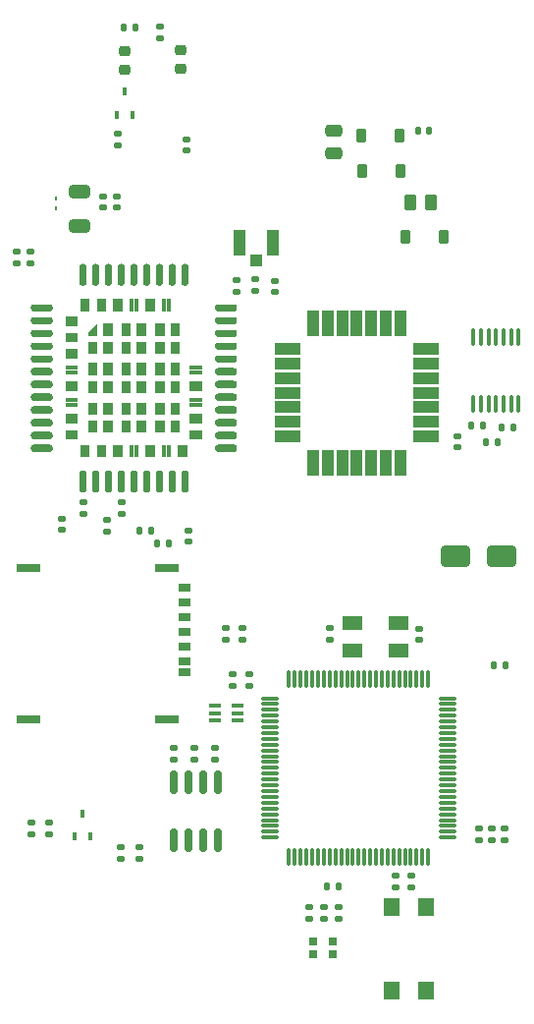
<source format=gbr>
%TF.GenerationSoftware,KiCad,Pcbnew,7.0.7*%
%TF.CreationDate,2023-10-05T08:38:53+02:00*%
%TF.ProjectId,Modbus_master,4d6f6462-7573-45f6-9d61-737465722e6b,rev?*%
%TF.SameCoordinates,PX4d3f640PY9988330*%
%TF.FileFunction,Paste,Top*%
%TF.FilePolarity,Positive*%
%FSLAX46Y46*%
G04 Gerber Fmt 4.6, Leading zero omitted, Abs format (unit mm)*
G04 Created by KiCad (PCBNEW 7.0.7) date 2023-10-05 08:38:53*
%MOMM*%
%LPD*%
G01*
G04 APERTURE LIST*
G04 Aperture macros list*
%AMRoundRect*
0 Rectangle with rounded corners*
0 $1 Rounding radius*
0 $2 $3 $4 $5 $6 $7 $8 $9 X,Y pos of 4 corners*
0 Add a 4 corners polygon primitive as box body*
4,1,4,$2,$3,$4,$5,$6,$7,$8,$9,$2,$3,0*
0 Add four circle primitives for the rounded corners*
1,1,$1+$1,$2,$3*
1,1,$1+$1,$4,$5*
1,1,$1+$1,$6,$7*
1,1,$1+$1,$8,$9*
0 Add four rect primitives between the rounded corners*
20,1,$1+$1,$2,$3,$4,$5,0*
20,1,$1+$1,$4,$5,$6,$7,0*
20,1,$1+$1,$6,$7,$8,$9,0*
20,1,$1+$1,$8,$9,$2,$3,0*%
G04 Aperture macros list end*
%ADD10C,0.010000*%
%ADD11R,2.300000X1.000000*%
%ADD12R,1.000000X2.300000*%
%ADD13R,0.800000X0.700000*%
%ADD14RoundRect,0.140000X0.170000X-0.140000X0.170000X0.140000X-0.170000X0.140000X-0.170000X-0.140000X0*%
%ADD15RoundRect,0.225000X-0.225000X-0.375000X0.225000X-0.375000X0.225000X0.375000X-0.225000X0.375000X0*%
%ADD16RoundRect,0.135000X0.135000X0.185000X-0.135000X0.185000X-0.135000X-0.185000X0.135000X-0.185000X0*%
%ADD17RoundRect,0.250000X0.475000X-0.250000X0.475000X0.250000X-0.475000X0.250000X-0.475000X-0.250000X0*%
%ADD18RoundRect,0.140000X-0.170000X0.140000X-0.170000X-0.140000X0.170000X-0.140000X0.170000X0.140000X0*%
%ADD19R,1.140000X0.800000*%
%ADD20R,2.100000X0.700000*%
%ADD21RoundRect,0.135000X0.185000X-0.135000X0.185000X0.135000X-0.185000X0.135000X-0.185000X-0.135000X0*%
%ADD22RoundRect,0.135000X-0.185000X0.135000X-0.185000X-0.135000X0.185000X-0.135000X0.185000X0.135000X0*%
%ADD23RoundRect,0.250000X-0.650000X0.325000X-0.650000X-0.325000X0.650000X-0.325000X0.650000X0.325000X0*%
%ADD24RoundRect,0.135000X-0.135000X-0.185000X0.135000X-0.185000X0.135000X0.185000X-0.135000X0.185000X0*%
%ADD25RoundRect,0.062500X0.062500X-0.117500X0.062500X0.117500X-0.062500X0.117500X-0.062500X-0.117500X0*%
%ADD26RoundRect,0.075000X0.662500X0.075000X-0.662500X0.075000X-0.662500X-0.075000X0.662500X-0.075000X0*%
%ADD27RoundRect,0.075000X0.075000X0.662500X-0.075000X0.662500X-0.075000X-0.662500X0.075000X-0.662500X0*%
%ADD28R,0.450000X0.700000*%
%ADD29R,1.400000X1.600000*%
%ADD30RoundRect,0.218750X0.256250X-0.218750X0.256250X0.218750X-0.256250X0.218750X-0.256250X-0.218750X0*%
%ADD31R,1.800000X1.200000*%
%ADD32RoundRect,0.250000X-1.000000X-0.650000X1.000000X-0.650000X1.000000X0.650000X-1.000000X0.650000X0*%
%ADD33R,1.000000X0.350000*%
%ADD34R,1.000000X1.050000*%
%ADD35R,1.050000X2.200000*%
%ADD36RoundRect,0.250000X-0.262500X-0.450000X0.262500X-0.450000X0.262500X0.450000X-0.262500X0.450000X0*%
%ADD37RoundRect,0.150000X-0.150000X0.825000X-0.150000X-0.825000X0.150000X-0.825000X0.150000X0.825000X0*%
%ADD38RoundRect,0.100000X-0.100000X0.637500X-0.100000X-0.637500X0.100000X-0.637500X0.100000X0.637500X0*%
%ADD39RoundRect,0.140000X-0.140000X-0.170000X0.140000X-0.170000X0.140000X0.170000X-0.140000X0.170000X0*%
G04 APERTURE END LIST*
%TO.C,U4*%
D10*
X34310000Y79060000D02*
X33880000Y79060000D01*
X33880000Y79360000D01*
X34310000Y79360000D01*
X34310000Y79060000D01*
G36*
X34310000Y79060000D02*
G01*
X33880000Y79060000D01*
X33880000Y79360000D01*
X34310000Y79360000D01*
X34310000Y79060000D01*
G37*
X34310000Y78660000D02*
X33880000Y78660000D01*
X33880000Y78960000D01*
X34310000Y78960000D01*
X34310000Y78660000D01*
G36*
X34310000Y78660000D02*
G01*
X33880000Y78660000D01*
X33880000Y78960000D01*
X34310000Y78960000D01*
X34310000Y78660000D01*
G37*
X34310000Y77660000D02*
X33880000Y77660000D01*
X33880000Y77960000D01*
X34310000Y77960000D01*
X34310000Y77660000D01*
G36*
X34310000Y77660000D02*
G01*
X33880000Y77660000D01*
X33880000Y77960000D01*
X34310000Y77960000D01*
X34310000Y77660000D01*
G37*
X34310000Y77260000D02*
X33880000Y77260000D01*
X33880000Y77560000D01*
X34310000Y77560000D01*
X34310000Y77260000D01*
G36*
X34310000Y77260000D02*
G01*
X33880000Y77260000D01*
X33880000Y77560000D01*
X34310000Y77560000D01*
X34310000Y77260000D01*
G37*
X34310000Y76260000D02*
X33880000Y76260000D01*
X33880000Y76560000D01*
X34310000Y76560000D01*
X34310000Y76260000D01*
G36*
X34310000Y76260000D02*
G01*
X33880000Y76260000D01*
X33880000Y76560000D01*
X34310000Y76560000D01*
X34310000Y76260000D01*
G37*
X34310000Y75860000D02*
X33880000Y75860000D01*
X33880000Y76160000D01*
X34310000Y76160000D01*
X34310000Y75860000D01*
G36*
X34310000Y75860000D02*
G01*
X33880000Y75860000D01*
X33880000Y76160000D01*
X34310000Y76160000D01*
X34310000Y75860000D01*
G37*
X34310000Y74860000D02*
X33880000Y74860000D01*
X33880000Y75160000D01*
X34310000Y75160000D01*
X34310000Y74860000D01*
G36*
X34310000Y74860000D02*
G01*
X33880000Y74860000D01*
X33880000Y75160000D01*
X34310000Y75160000D01*
X34310000Y74860000D01*
G37*
X34310000Y74460000D02*
X33880000Y74460000D01*
X33880000Y74760000D01*
X34310000Y74760000D01*
X34310000Y74460000D01*
G36*
X34310000Y74460000D02*
G01*
X33880000Y74460000D01*
X33880000Y74760000D01*
X34310000Y74760000D01*
X34310000Y74460000D01*
G37*
X34310000Y73460000D02*
X33880000Y73460000D01*
X33880000Y73760000D01*
X34310000Y73760000D01*
X34310000Y73460000D01*
G36*
X34310000Y73460000D02*
G01*
X33880000Y73460000D01*
X33880000Y73760000D01*
X34310000Y73760000D01*
X34310000Y73460000D01*
G37*
X34310000Y73060000D02*
X33880000Y73060000D01*
X33880000Y73360000D01*
X34310000Y73360000D01*
X34310000Y73060000D01*
G36*
X34310000Y73060000D02*
G01*
X33880000Y73060000D01*
X33880000Y73360000D01*
X34310000Y73360000D01*
X34310000Y73060000D01*
G37*
X34310000Y72060000D02*
X33880000Y72060000D01*
X33880000Y72360000D01*
X34310000Y72360000D01*
X34310000Y72060000D01*
G36*
X34310000Y72060000D02*
G01*
X33880000Y72060000D01*
X33880000Y72360000D01*
X34310000Y72360000D01*
X34310000Y72060000D01*
G37*
X34310000Y71660000D02*
X33880000Y71660000D01*
X33880000Y71960000D01*
X34310000Y71960000D01*
X34310000Y71660000D01*
G36*
X34310000Y71660000D02*
G01*
X33880000Y71660000D01*
X33880000Y71960000D01*
X34310000Y71960000D01*
X34310000Y71660000D01*
G37*
X34310000Y70660000D02*
X33880000Y70660000D01*
X33880000Y70960000D01*
X34310000Y70960000D01*
X34310000Y70660000D01*
G36*
X34310000Y70660000D02*
G01*
X33880000Y70660000D01*
X33880000Y70960000D01*
X34310000Y70960000D01*
X34310000Y70660000D01*
G37*
X34310000Y70260000D02*
X33880000Y70260000D01*
X33880000Y70560000D01*
X34310000Y70560000D01*
X34310000Y70260000D01*
G36*
X34310000Y70260000D02*
G01*
X33880000Y70260000D01*
X33880000Y70560000D01*
X34310000Y70560000D01*
X34310000Y70260000D01*
G37*
X34310000Y69260000D02*
X33880000Y69260000D01*
X33880000Y69560000D01*
X34310000Y69560000D01*
X34310000Y69260000D01*
G36*
X34310000Y69260000D02*
G01*
X33880000Y69260000D01*
X33880000Y69560000D01*
X34310000Y69560000D01*
X34310000Y69260000D01*
G37*
X34310000Y68860000D02*
X33880000Y68860000D01*
X33880000Y69160000D01*
X34310000Y69160000D01*
X34310000Y68860000D01*
G36*
X34310000Y68860000D02*
G01*
X33880000Y68860000D01*
X33880000Y69160000D01*
X34310000Y69160000D01*
X34310000Y68860000D01*
G37*
X34840000Y79060000D02*
X34410000Y79060000D01*
X34410000Y79360000D01*
X34840000Y79360000D01*
X34840000Y79060000D01*
G36*
X34840000Y79060000D02*
G01*
X34410000Y79060000D01*
X34410000Y79360000D01*
X34840000Y79360000D01*
X34840000Y79060000D01*
G37*
X34840000Y78660000D02*
X34410000Y78660000D01*
X34410000Y78960000D01*
X34840000Y78960000D01*
X34840000Y78660000D01*
G36*
X34840000Y78660000D02*
G01*
X34410000Y78660000D01*
X34410000Y78960000D01*
X34840000Y78960000D01*
X34840000Y78660000D01*
G37*
X34840000Y77660000D02*
X34410000Y77660000D01*
X34410000Y77960000D01*
X34840000Y77960000D01*
X34840000Y77660000D01*
G36*
X34840000Y77660000D02*
G01*
X34410000Y77660000D01*
X34410000Y77960000D01*
X34840000Y77960000D01*
X34840000Y77660000D01*
G37*
X34840000Y77260000D02*
X34410000Y77260000D01*
X34410000Y77560000D01*
X34840000Y77560000D01*
X34840000Y77260000D01*
G36*
X34840000Y77260000D02*
G01*
X34410000Y77260000D01*
X34410000Y77560000D01*
X34840000Y77560000D01*
X34840000Y77260000D01*
G37*
X34840000Y76260000D02*
X34410000Y76260000D01*
X34410000Y76560000D01*
X34840000Y76560000D01*
X34840000Y76260000D01*
G36*
X34840000Y76260000D02*
G01*
X34410000Y76260000D01*
X34410000Y76560000D01*
X34840000Y76560000D01*
X34840000Y76260000D01*
G37*
X34840000Y75860000D02*
X34410000Y75860000D01*
X34410000Y76160000D01*
X34840000Y76160000D01*
X34840000Y75860000D01*
G36*
X34840000Y75860000D02*
G01*
X34410000Y75860000D01*
X34410000Y76160000D01*
X34840000Y76160000D01*
X34840000Y75860000D01*
G37*
X34840000Y74860000D02*
X34410000Y74860000D01*
X34410000Y75160000D01*
X34840000Y75160000D01*
X34840000Y74860000D01*
G36*
X34840000Y74860000D02*
G01*
X34410000Y74860000D01*
X34410000Y75160000D01*
X34840000Y75160000D01*
X34840000Y74860000D01*
G37*
X34840000Y74460000D02*
X34410000Y74460000D01*
X34410000Y74760000D01*
X34840000Y74760000D01*
X34840000Y74460000D01*
G36*
X34840000Y74460000D02*
G01*
X34410000Y74460000D01*
X34410000Y74760000D01*
X34840000Y74760000D01*
X34840000Y74460000D01*
G37*
X34840000Y73460000D02*
X34410000Y73460000D01*
X34410000Y73760000D01*
X34840000Y73760000D01*
X34840000Y73460000D01*
G36*
X34840000Y73460000D02*
G01*
X34410000Y73460000D01*
X34410000Y73760000D01*
X34840000Y73760000D01*
X34840000Y73460000D01*
G37*
X34840000Y73060000D02*
X34410000Y73060000D01*
X34410000Y73360000D01*
X34840000Y73360000D01*
X34840000Y73060000D01*
G36*
X34840000Y73060000D02*
G01*
X34410000Y73060000D01*
X34410000Y73360000D01*
X34840000Y73360000D01*
X34840000Y73060000D01*
G37*
X34840000Y72060000D02*
X34410000Y72060000D01*
X34410000Y72360000D01*
X34840000Y72360000D01*
X34840000Y72060000D01*
G36*
X34840000Y72060000D02*
G01*
X34410000Y72060000D01*
X34410000Y72360000D01*
X34840000Y72360000D01*
X34840000Y72060000D01*
G37*
X34840000Y71660000D02*
X34410000Y71660000D01*
X34410000Y71960000D01*
X34840000Y71960000D01*
X34840000Y71660000D01*
G36*
X34840000Y71660000D02*
G01*
X34410000Y71660000D01*
X34410000Y71960000D01*
X34840000Y71960000D01*
X34840000Y71660000D01*
G37*
X34840000Y70660000D02*
X34410000Y70660000D01*
X34410000Y70960000D01*
X34840000Y70960000D01*
X34840000Y70660000D01*
G36*
X34840000Y70660000D02*
G01*
X34410000Y70660000D01*
X34410000Y70960000D01*
X34840000Y70960000D01*
X34840000Y70660000D01*
G37*
X34840000Y70260000D02*
X34410000Y70260000D01*
X34410000Y70560000D01*
X34840000Y70560000D01*
X34840000Y70260000D01*
G36*
X34840000Y70260000D02*
G01*
X34410000Y70260000D01*
X34410000Y70560000D01*
X34840000Y70560000D01*
X34840000Y70260000D01*
G37*
X34840000Y69260000D02*
X34410000Y69260000D01*
X34410000Y69560000D01*
X34840000Y69560000D01*
X34840000Y69260000D01*
G36*
X34840000Y69260000D02*
G01*
X34410000Y69260000D01*
X34410000Y69560000D01*
X34840000Y69560000D01*
X34840000Y69260000D01*
G37*
X34840000Y68860000D02*
X34410000Y68860000D01*
X34410000Y69160000D01*
X34840000Y69160000D01*
X34840000Y68860000D01*
G36*
X34840000Y68860000D02*
G01*
X34410000Y68860000D01*
X34410000Y69160000D01*
X34840000Y69160000D01*
X34840000Y68860000D01*
G37*
X35460000Y80460000D02*
X35160000Y80460000D01*
X35160000Y80890000D01*
X35460000Y80890000D01*
X35460000Y80460000D01*
G36*
X35460000Y80460000D02*
G01*
X35160000Y80460000D01*
X35160000Y80890000D01*
X35460000Y80890000D01*
X35460000Y80460000D01*
G37*
X35460000Y79930000D02*
X35160000Y79930000D01*
X35160000Y80360000D01*
X35460000Y80360000D01*
X35460000Y79930000D01*
G36*
X35460000Y79930000D02*
G01*
X35160000Y79930000D01*
X35160000Y80360000D01*
X35460000Y80360000D01*
X35460000Y79930000D01*
G37*
X35460000Y67860000D02*
X35160000Y67860000D01*
X35160000Y68290000D01*
X35460000Y68290000D01*
X35460000Y67860000D01*
G36*
X35460000Y67860000D02*
G01*
X35160000Y67860000D01*
X35160000Y68290000D01*
X35460000Y68290000D01*
X35460000Y67860000D01*
G37*
X35460000Y67330000D02*
X35160000Y67330000D01*
X35160000Y67760000D01*
X35460000Y67760000D01*
X35460000Y67330000D01*
G36*
X35460000Y67330000D02*
G01*
X35160000Y67330000D01*
X35160000Y67760000D01*
X35460000Y67760000D01*
X35460000Y67330000D01*
G37*
X35860000Y80460000D02*
X35560000Y80460000D01*
X35560000Y80890000D01*
X35860000Y80890000D01*
X35860000Y80460000D01*
G36*
X35860000Y80460000D02*
G01*
X35560000Y80460000D01*
X35560000Y80890000D01*
X35860000Y80890000D01*
X35860000Y80460000D01*
G37*
X35860000Y79930000D02*
X35560000Y79930000D01*
X35560000Y80360000D01*
X35860000Y80360000D01*
X35860000Y79930000D01*
G36*
X35860000Y79930000D02*
G01*
X35560000Y79930000D01*
X35560000Y80360000D01*
X35860000Y80360000D01*
X35860000Y79930000D01*
G37*
X35860000Y67860000D02*
X35560000Y67860000D01*
X35560000Y68290000D01*
X35860000Y68290000D01*
X35860000Y67860000D01*
G36*
X35860000Y67860000D02*
G01*
X35560000Y67860000D01*
X35560000Y68290000D01*
X35860000Y68290000D01*
X35860000Y67860000D01*
G37*
X35860000Y67330000D02*
X35560000Y67330000D01*
X35560000Y67760000D01*
X35860000Y67760000D01*
X35860000Y67330000D01*
G36*
X35860000Y67330000D02*
G01*
X35560000Y67330000D01*
X35560000Y67760000D01*
X35860000Y67760000D01*
X35860000Y67330000D01*
G37*
X36510000Y76260000D02*
X35810000Y76260000D01*
X35810000Y77210000D01*
X36510000Y77210000D01*
X36510000Y76260000D01*
G36*
X36510000Y76260000D02*
G01*
X35810000Y76260000D01*
X35810000Y77210000D01*
X36510000Y77210000D01*
X36510000Y76260000D01*
G37*
X36510000Y74410000D02*
X35810000Y74410000D01*
X35810000Y75360000D01*
X36510000Y75360000D01*
X36510000Y74410000D01*
G36*
X36510000Y74410000D02*
G01*
X35810000Y74410000D01*
X35810000Y75360000D01*
X36510000Y75360000D01*
X36510000Y74410000D01*
G37*
X36510000Y72860000D02*
X35810000Y72860000D01*
X35810000Y73810000D01*
X36510000Y73810000D01*
X36510000Y72860000D01*
G36*
X36510000Y72860000D02*
G01*
X35810000Y72860000D01*
X35810000Y73810000D01*
X36510000Y73810000D01*
X36510000Y72860000D01*
G37*
X36510000Y71010000D02*
X35810000Y71010000D01*
X35810000Y71960000D01*
X36510000Y71960000D01*
X36510000Y71010000D01*
G36*
X36510000Y71010000D02*
G01*
X35810000Y71010000D01*
X35810000Y71960000D01*
X36510000Y71960000D01*
X36510000Y71010000D01*
G37*
X36510000Y69460000D02*
X35810000Y69460000D01*
X35810000Y70410000D01*
X36510000Y70410000D01*
X36510000Y69460000D01*
G36*
X36510000Y69460000D02*
G01*
X35810000Y69460000D01*
X35810000Y70410000D01*
X36510000Y70410000D01*
X36510000Y69460000D01*
G37*
X36510000Y77810000D02*
X35810000Y77810000D01*
X35810000Y78040000D01*
X36510000Y78740000D01*
X36510000Y77810000D01*
G36*
X36510000Y77810000D02*
G01*
X35810000Y77810000D01*
X35810000Y78040000D01*
X36510000Y78740000D01*
X36510000Y77810000D01*
G37*
X36860000Y80460000D02*
X36560000Y80460000D01*
X36560000Y80890000D01*
X36860000Y80890000D01*
X36860000Y80460000D01*
G36*
X36860000Y80460000D02*
G01*
X36560000Y80460000D01*
X36560000Y80890000D01*
X36860000Y80890000D01*
X36860000Y80460000D01*
G37*
X36860000Y79930000D02*
X36560000Y79930000D01*
X36560000Y80360000D01*
X36860000Y80360000D01*
X36860000Y79930000D01*
G36*
X36860000Y79930000D02*
G01*
X36560000Y79930000D01*
X36560000Y80360000D01*
X36860000Y80360000D01*
X36860000Y79930000D01*
G37*
X36860000Y67860000D02*
X36560000Y67860000D01*
X36560000Y68290000D01*
X36860000Y68290000D01*
X36860000Y67860000D01*
G36*
X36860000Y67860000D02*
G01*
X36560000Y67860000D01*
X36560000Y68290000D01*
X36860000Y68290000D01*
X36860000Y67860000D01*
G37*
X36860000Y67330000D02*
X36560000Y67330000D01*
X36560000Y67760000D01*
X36860000Y67760000D01*
X36860000Y67330000D01*
G36*
X36860000Y67330000D02*
G01*
X36560000Y67330000D01*
X36560000Y67760000D01*
X36860000Y67760000D01*
X36860000Y67330000D01*
G37*
X37260000Y80460000D02*
X36960000Y80460000D01*
X36960000Y80890000D01*
X37260000Y80890000D01*
X37260000Y80460000D01*
G36*
X37260000Y80460000D02*
G01*
X36960000Y80460000D01*
X36960000Y80890000D01*
X37260000Y80890000D01*
X37260000Y80460000D01*
G37*
X37260000Y79930000D02*
X36960000Y79930000D01*
X36960000Y80360000D01*
X37260000Y80360000D01*
X37260000Y79930000D01*
G36*
X37260000Y79930000D02*
G01*
X36960000Y79930000D01*
X36960000Y80360000D01*
X37260000Y80360000D01*
X37260000Y79930000D01*
G37*
X37260000Y67860000D02*
X36960000Y67860000D01*
X36960000Y68290000D01*
X37260000Y68290000D01*
X37260000Y67860000D01*
G36*
X37260000Y67860000D02*
G01*
X36960000Y67860000D01*
X36960000Y68290000D01*
X37260000Y68290000D01*
X37260000Y67860000D01*
G37*
X37260000Y67330000D02*
X36960000Y67330000D01*
X36960000Y67760000D01*
X37260000Y67760000D01*
X37260000Y67330000D01*
G36*
X37260000Y67330000D02*
G01*
X36960000Y67330000D01*
X36960000Y67760000D01*
X37260000Y67760000D01*
X37260000Y67330000D01*
G37*
X37810000Y77810000D02*
X37110000Y77810000D01*
X37110000Y78760000D01*
X37810000Y78760000D01*
X37810000Y77810000D01*
G36*
X37810000Y77810000D02*
G01*
X37110000Y77810000D01*
X37110000Y78760000D01*
X37810000Y78760000D01*
X37810000Y77810000D01*
G37*
X37810000Y76260000D02*
X37110000Y76260000D01*
X37110000Y77210000D01*
X37810000Y77210000D01*
X37810000Y76260000D01*
G36*
X37810000Y76260000D02*
G01*
X37110000Y76260000D01*
X37110000Y77210000D01*
X37810000Y77210000D01*
X37810000Y76260000D01*
G37*
X37810000Y74410000D02*
X37110000Y74410000D01*
X37110000Y75360000D01*
X37810000Y75360000D01*
X37810000Y74410000D01*
G36*
X37810000Y74410000D02*
G01*
X37110000Y74410000D01*
X37110000Y75360000D01*
X37810000Y75360000D01*
X37810000Y74410000D01*
G37*
X37810000Y72860000D02*
X37110000Y72860000D01*
X37110000Y73810000D01*
X37810000Y73810000D01*
X37810000Y72860000D01*
G36*
X37810000Y72860000D02*
G01*
X37110000Y72860000D01*
X37110000Y73810000D01*
X37810000Y73810000D01*
X37810000Y72860000D01*
G37*
X37810000Y71010000D02*
X37110000Y71010000D01*
X37110000Y71960000D01*
X37810000Y71960000D01*
X37810000Y71010000D01*
G36*
X37810000Y71010000D02*
G01*
X37110000Y71010000D01*
X37110000Y71960000D01*
X37810000Y71960000D01*
X37810000Y71010000D01*
G37*
X37810000Y69460000D02*
X37110000Y69460000D01*
X37110000Y70410000D01*
X37810000Y70410000D01*
X37810000Y69460000D01*
G36*
X37810000Y69460000D02*
G01*
X37110000Y69460000D01*
X37110000Y70410000D01*
X37810000Y70410000D01*
X37810000Y69460000D01*
G37*
X38260000Y80460000D02*
X37960000Y80460000D01*
X37960000Y80890000D01*
X38260000Y80890000D01*
X38260000Y80460000D01*
G36*
X38260000Y80460000D02*
G01*
X37960000Y80460000D01*
X37960000Y80890000D01*
X38260000Y80890000D01*
X38260000Y80460000D01*
G37*
X38260000Y79930000D02*
X37960000Y79930000D01*
X37960000Y80360000D01*
X38260000Y80360000D01*
X38260000Y79930000D01*
G36*
X38260000Y79930000D02*
G01*
X37960000Y79930000D01*
X37960000Y80360000D01*
X38260000Y80360000D01*
X38260000Y79930000D01*
G37*
X38260000Y67860000D02*
X37960000Y67860000D01*
X37960000Y68290000D01*
X38260000Y68290000D01*
X38260000Y67860000D01*
G36*
X38260000Y67860000D02*
G01*
X37960000Y67860000D01*
X37960000Y68290000D01*
X38260000Y68290000D01*
X38260000Y67860000D01*
G37*
X38260000Y67330000D02*
X37960000Y67330000D01*
X37960000Y67760000D01*
X38260000Y67760000D01*
X38260000Y67330000D01*
G36*
X38260000Y67330000D02*
G01*
X37960000Y67330000D01*
X37960000Y67760000D01*
X38260000Y67760000D01*
X38260000Y67330000D01*
G37*
X38660000Y80460000D02*
X38360000Y80460000D01*
X38360000Y80890000D01*
X38660000Y80890000D01*
X38660000Y80460000D01*
G36*
X38660000Y80460000D02*
G01*
X38360000Y80460000D01*
X38360000Y80890000D01*
X38660000Y80890000D01*
X38660000Y80460000D01*
G37*
X38660000Y79930000D02*
X38360000Y79930000D01*
X38360000Y80360000D01*
X38660000Y80360000D01*
X38660000Y79930000D01*
G36*
X38660000Y79930000D02*
G01*
X38360000Y79930000D01*
X38360000Y80360000D01*
X38660000Y80360000D01*
X38660000Y79930000D01*
G37*
X38660000Y67860000D02*
X38360000Y67860000D01*
X38360000Y68290000D01*
X38660000Y68290000D01*
X38660000Y67860000D01*
G36*
X38660000Y67860000D02*
G01*
X38360000Y67860000D01*
X38360000Y68290000D01*
X38660000Y68290000D01*
X38660000Y67860000D01*
G37*
X38660000Y67330000D02*
X38360000Y67330000D01*
X38360000Y67760000D01*
X38660000Y67760000D01*
X38660000Y67330000D01*
G36*
X38660000Y67330000D02*
G01*
X38360000Y67330000D01*
X38360000Y67760000D01*
X38660000Y67760000D01*
X38660000Y67330000D01*
G37*
X39410000Y77810000D02*
X38710000Y77810000D01*
X38710000Y78760000D01*
X39410000Y78760000D01*
X39410000Y77810000D01*
G36*
X39410000Y77810000D02*
G01*
X38710000Y77810000D01*
X38710000Y78760000D01*
X39410000Y78760000D01*
X39410000Y77810000D01*
G37*
X39410000Y76260000D02*
X38710000Y76260000D01*
X38710000Y77210000D01*
X39410000Y77210000D01*
X39410000Y76260000D01*
G36*
X39410000Y76260000D02*
G01*
X38710000Y76260000D01*
X38710000Y77210000D01*
X39410000Y77210000D01*
X39410000Y76260000D01*
G37*
X39410000Y74410000D02*
X38710000Y74410000D01*
X38710000Y75360000D01*
X39410000Y75360000D01*
X39410000Y74410000D01*
G36*
X39410000Y74410000D02*
G01*
X38710000Y74410000D01*
X38710000Y75360000D01*
X39410000Y75360000D01*
X39410000Y74410000D01*
G37*
X39410000Y72860000D02*
X38710000Y72860000D01*
X38710000Y73810000D01*
X39410000Y73810000D01*
X39410000Y72860000D01*
G36*
X39410000Y72860000D02*
G01*
X38710000Y72860000D01*
X38710000Y73810000D01*
X39410000Y73810000D01*
X39410000Y72860000D01*
G37*
X39410000Y71010000D02*
X38710000Y71010000D01*
X38710000Y71960000D01*
X39410000Y71960000D01*
X39410000Y71010000D01*
G36*
X39410000Y71010000D02*
G01*
X38710000Y71010000D01*
X38710000Y71960000D01*
X39410000Y71960000D01*
X39410000Y71010000D01*
G37*
X39410000Y69460000D02*
X38710000Y69460000D01*
X38710000Y70410000D01*
X39410000Y70410000D01*
X39410000Y69460000D01*
G36*
X39410000Y69460000D02*
G01*
X38710000Y69460000D01*
X38710000Y70410000D01*
X39410000Y70410000D01*
X39410000Y69460000D01*
G37*
X39660000Y80460000D02*
X39360000Y80460000D01*
X39360000Y80890000D01*
X39660000Y80890000D01*
X39660000Y80460000D01*
G36*
X39660000Y80460000D02*
G01*
X39360000Y80460000D01*
X39360000Y80890000D01*
X39660000Y80890000D01*
X39660000Y80460000D01*
G37*
X39660000Y79930000D02*
X39360000Y79930000D01*
X39360000Y80360000D01*
X39660000Y80360000D01*
X39660000Y79930000D01*
G36*
X39660000Y79930000D02*
G01*
X39360000Y79930000D01*
X39360000Y80360000D01*
X39660000Y80360000D01*
X39660000Y79930000D01*
G37*
X39660000Y67860000D02*
X39360000Y67860000D01*
X39360000Y68290000D01*
X39660000Y68290000D01*
X39660000Y67860000D01*
G36*
X39660000Y67860000D02*
G01*
X39360000Y67860000D01*
X39360000Y68290000D01*
X39660000Y68290000D01*
X39660000Y67860000D01*
G37*
X39660000Y67330000D02*
X39360000Y67330000D01*
X39360000Y67760000D01*
X39660000Y67760000D01*
X39660000Y67330000D01*
G36*
X39660000Y67330000D02*
G01*
X39360000Y67330000D01*
X39360000Y67760000D01*
X39660000Y67760000D01*
X39660000Y67330000D01*
G37*
X40060000Y80460000D02*
X39760000Y80460000D01*
X39760000Y80890000D01*
X40060000Y80890000D01*
X40060000Y80460000D01*
G36*
X40060000Y80460000D02*
G01*
X39760000Y80460000D01*
X39760000Y80890000D01*
X40060000Y80890000D01*
X40060000Y80460000D01*
G37*
X40060000Y79930000D02*
X39760000Y79930000D01*
X39760000Y80360000D01*
X40060000Y80360000D01*
X40060000Y79930000D01*
G36*
X40060000Y79930000D02*
G01*
X39760000Y79930000D01*
X39760000Y80360000D01*
X40060000Y80360000D01*
X40060000Y79930000D01*
G37*
X40060000Y67860000D02*
X39760000Y67860000D01*
X39760000Y68290000D01*
X40060000Y68290000D01*
X40060000Y67860000D01*
G36*
X40060000Y67860000D02*
G01*
X39760000Y67860000D01*
X39760000Y68290000D01*
X40060000Y68290000D01*
X40060000Y67860000D01*
G37*
X40060000Y67330000D02*
X39760000Y67330000D01*
X39760000Y67760000D01*
X40060000Y67760000D01*
X40060000Y67330000D01*
G36*
X40060000Y67330000D02*
G01*
X39760000Y67330000D01*
X39760000Y67760000D01*
X40060000Y67760000D01*
X40060000Y67330000D01*
G37*
X40710000Y77810000D02*
X40010000Y77810000D01*
X40010000Y78760000D01*
X40710000Y78760000D01*
X40710000Y77810000D01*
G36*
X40710000Y77810000D02*
G01*
X40010000Y77810000D01*
X40010000Y78760000D01*
X40710000Y78760000D01*
X40710000Y77810000D01*
G37*
X40710000Y76260000D02*
X40010000Y76260000D01*
X40010000Y77210000D01*
X40710000Y77210000D01*
X40710000Y76260000D01*
G36*
X40710000Y76260000D02*
G01*
X40010000Y76260000D01*
X40010000Y77210000D01*
X40710000Y77210000D01*
X40710000Y76260000D01*
G37*
X40710000Y74410000D02*
X40010000Y74410000D01*
X40010000Y75360000D01*
X40710000Y75360000D01*
X40710000Y74410000D01*
G36*
X40710000Y74410000D02*
G01*
X40010000Y74410000D01*
X40010000Y75360000D01*
X40710000Y75360000D01*
X40710000Y74410000D01*
G37*
X40710000Y72860000D02*
X40010000Y72860000D01*
X40010000Y73810000D01*
X40710000Y73810000D01*
X40710000Y72860000D01*
G36*
X40710000Y72860000D02*
G01*
X40010000Y72860000D01*
X40010000Y73810000D01*
X40710000Y73810000D01*
X40710000Y72860000D01*
G37*
X40710000Y71010000D02*
X40010000Y71010000D01*
X40010000Y71960000D01*
X40710000Y71960000D01*
X40710000Y71010000D01*
G36*
X40710000Y71010000D02*
G01*
X40010000Y71010000D01*
X40010000Y71960000D01*
X40710000Y71960000D01*
X40710000Y71010000D01*
G37*
X40710000Y69460000D02*
X40010000Y69460000D01*
X40010000Y70410000D01*
X40710000Y70410000D01*
X40710000Y69460000D01*
G36*
X40710000Y69460000D02*
G01*
X40010000Y69460000D01*
X40010000Y70410000D01*
X40710000Y70410000D01*
X40710000Y69460000D01*
G37*
X41060000Y80460000D02*
X40760000Y80460000D01*
X40760000Y80890000D01*
X41060000Y80890000D01*
X41060000Y80460000D01*
G36*
X41060000Y80460000D02*
G01*
X40760000Y80460000D01*
X40760000Y80890000D01*
X41060000Y80890000D01*
X41060000Y80460000D01*
G37*
X41060000Y79930000D02*
X40760000Y79930000D01*
X40760000Y80360000D01*
X41060000Y80360000D01*
X41060000Y79930000D01*
G36*
X41060000Y79930000D02*
G01*
X40760000Y79930000D01*
X40760000Y80360000D01*
X41060000Y80360000D01*
X41060000Y79930000D01*
G37*
X41060000Y67860000D02*
X40760000Y67860000D01*
X40760000Y68290000D01*
X41060000Y68290000D01*
X41060000Y67860000D01*
G36*
X41060000Y67860000D02*
G01*
X40760000Y67860000D01*
X40760000Y68290000D01*
X41060000Y68290000D01*
X41060000Y67860000D01*
G37*
X41060000Y67330000D02*
X40760000Y67330000D01*
X40760000Y67760000D01*
X41060000Y67760000D01*
X41060000Y67330000D01*
G36*
X41060000Y67330000D02*
G01*
X40760000Y67330000D01*
X40760000Y67760000D01*
X41060000Y67760000D01*
X41060000Y67330000D01*
G37*
X41460000Y80460000D02*
X41160000Y80460000D01*
X41160000Y80890000D01*
X41460000Y80890000D01*
X41460000Y80460000D01*
G36*
X41460000Y80460000D02*
G01*
X41160000Y80460000D01*
X41160000Y80890000D01*
X41460000Y80890000D01*
X41460000Y80460000D01*
G37*
X41460000Y79930000D02*
X41160000Y79930000D01*
X41160000Y80360000D01*
X41460000Y80360000D01*
X41460000Y79930000D01*
G36*
X41460000Y79930000D02*
G01*
X41160000Y79930000D01*
X41160000Y80360000D01*
X41460000Y80360000D01*
X41460000Y79930000D01*
G37*
X41460000Y67860000D02*
X41160000Y67860000D01*
X41160000Y68290000D01*
X41460000Y68290000D01*
X41460000Y67860000D01*
G36*
X41460000Y67860000D02*
G01*
X41160000Y67860000D01*
X41160000Y68290000D01*
X41460000Y68290000D01*
X41460000Y67860000D01*
G37*
X41460000Y67330000D02*
X41160000Y67330000D01*
X41160000Y67760000D01*
X41460000Y67760000D01*
X41460000Y67330000D01*
G36*
X41460000Y67330000D02*
G01*
X41160000Y67330000D01*
X41160000Y67760000D01*
X41460000Y67760000D01*
X41460000Y67330000D01*
G37*
X42310000Y77810000D02*
X41610000Y77810000D01*
X41610000Y78760000D01*
X42310000Y78760000D01*
X42310000Y77810000D01*
G36*
X42310000Y77810000D02*
G01*
X41610000Y77810000D01*
X41610000Y78760000D01*
X42310000Y78760000D01*
X42310000Y77810000D01*
G37*
X42310000Y76260000D02*
X41610000Y76260000D01*
X41610000Y77210000D01*
X42310000Y77210000D01*
X42310000Y76260000D01*
G36*
X42310000Y76260000D02*
G01*
X41610000Y76260000D01*
X41610000Y77210000D01*
X42310000Y77210000D01*
X42310000Y76260000D01*
G37*
X42310000Y74410000D02*
X41610000Y74410000D01*
X41610000Y75360000D01*
X42310000Y75360000D01*
X42310000Y74410000D01*
G36*
X42310000Y74410000D02*
G01*
X41610000Y74410000D01*
X41610000Y75360000D01*
X42310000Y75360000D01*
X42310000Y74410000D01*
G37*
X42310000Y72860000D02*
X41610000Y72860000D01*
X41610000Y73810000D01*
X42310000Y73810000D01*
X42310000Y72860000D01*
G36*
X42310000Y72860000D02*
G01*
X41610000Y72860000D01*
X41610000Y73810000D01*
X42310000Y73810000D01*
X42310000Y72860000D01*
G37*
X42310000Y71010000D02*
X41610000Y71010000D01*
X41610000Y71960000D01*
X42310000Y71960000D01*
X42310000Y71010000D01*
G36*
X42310000Y71010000D02*
G01*
X41610000Y71010000D01*
X41610000Y71960000D01*
X42310000Y71960000D01*
X42310000Y71010000D01*
G37*
X42310000Y69460000D02*
X41610000Y69460000D01*
X41610000Y70410000D01*
X42310000Y70410000D01*
X42310000Y69460000D01*
G36*
X42310000Y69460000D02*
G01*
X41610000Y69460000D01*
X41610000Y70410000D01*
X42310000Y70410000D01*
X42310000Y69460000D01*
G37*
X42460000Y80460000D02*
X42160000Y80460000D01*
X42160000Y80890000D01*
X42460000Y80890000D01*
X42460000Y80460000D01*
G36*
X42460000Y80460000D02*
G01*
X42160000Y80460000D01*
X42160000Y80890000D01*
X42460000Y80890000D01*
X42460000Y80460000D01*
G37*
X42460000Y79930000D02*
X42160000Y79930000D01*
X42160000Y80360000D01*
X42460000Y80360000D01*
X42460000Y79930000D01*
G36*
X42460000Y79930000D02*
G01*
X42160000Y79930000D01*
X42160000Y80360000D01*
X42460000Y80360000D01*
X42460000Y79930000D01*
G37*
X42460000Y67860000D02*
X42160000Y67860000D01*
X42160000Y68290000D01*
X42460000Y68290000D01*
X42460000Y67860000D01*
G36*
X42460000Y67860000D02*
G01*
X42160000Y67860000D01*
X42160000Y68290000D01*
X42460000Y68290000D01*
X42460000Y67860000D01*
G37*
X42460000Y67330000D02*
X42160000Y67330000D01*
X42160000Y67760000D01*
X42460000Y67760000D01*
X42460000Y67330000D01*
G36*
X42460000Y67330000D02*
G01*
X42160000Y67330000D01*
X42160000Y67760000D01*
X42460000Y67760000D01*
X42460000Y67330000D01*
G37*
X42860000Y80460000D02*
X42560000Y80460000D01*
X42560000Y80890000D01*
X42860000Y80890000D01*
X42860000Y80460000D01*
G36*
X42860000Y80460000D02*
G01*
X42560000Y80460000D01*
X42560000Y80890000D01*
X42860000Y80890000D01*
X42860000Y80460000D01*
G37*
X42860000Y79930000D02*
X42560000Y79930000D01*
X42560000Y80360000D01*
X42860000Y80360000D01*
X42860000Y79930000D01*
G36*
X42860000Y79930000D02*
G01*
X42560000Y79930000D01*
X42560000Y80360000D01*
X42860000Y80360000D01*
X42860000Y79930000D01*
G37*
X42860000Y67860000D02*
X42560000Y67860000D01*
X42560000Y68290000D01*
X42860000Y68290000D01*
X42860000Y67860000D01*
G36*
X42860000Y67860000D02*
G01*
X42560000Y67860000D01*
X42560000Y68290000D01*
X42860000Y68290000D01*
X42860000Y67860000D01*
G37*
X42860000Y67330000D02*
X42560000Y67330000D01*
X42560000Y67760000D01*
X42860000Y67760000D01*
X42860000Y67330000D01*
G36*
X42860000Y67330000D02*
G01*
X42560000Y67330000D01*
X42560000Y67760000D01*
X42860000Y67760000D01*
X42860000Y67330000D01*
G37*
X43610000Y77810000D02*
X42910000Y77810000D01*
X42910000Y78760000D01*
X43610000Y78760000D01*
X43610000Y77810000D01*
G36*
X43610000Y77810000D02*
G01*
X42910000Y77810000D01*
X42910000Y78760000D01*
X43610000Y78760000D01*
X43610000Y77810000D01*
G37*
X43610000Y76260000D02*
X42910000Y76260000D01*
X42910000Y77210000D01*
X43610000Y77210000D01*
X43610000Y76260000D01*
G36*
X43610000Y76260000D02*
G01*
X42910000Y76260000D01*
X42910000Y77210000D01*
X43610000Y77210000D01*
X43610000Y76260000D01*
G37*
X43610000Y74410000D02*
X42910000Y74410000D01*
X42910000Y75360000D01*
X43610000Y75360000D01*
X43610000Y74410000D01*
G36*
X43610000Y74410000D02*
G01*
X42910000Y74410000D01*
X42910000Y75360000D01*
X43610000Y75360000D01*
X43610000Y74410000D01*
G37*
X43610000Y72860000D02*
X42910000Y72860000D01*
X42910000Y73810000D01*
X43610000Y73810000D01*
X43610000Y72860000D01*
G36*
X43610000Y72860000D02*
G01*
X42910000Y72860000D01*
X42910000Y73810000D01*
X43610000Y73810000D01*
X43610000Y72860000D01*
G37*
X43610000Y71010000D02*
X42910000Y71010000D01*
X42910000Y71960000D01*
X43610000Y71960000D01*
X43610000Y71010000D01*
G36*
X43610000Y71010000D02*
G01*
X42910000Y71010000D01*
X42910000Y71960000D01*
X43610000Y71960000D01*
X43610000Y71010000D01*
G37*
X43610000Y69460000D02*
X42910000Y69460000D01*
X42910000Y70410000D01*
X43610000Y70410000D01*
X43610000Y69460000D01*
G36*
X43610000Y69460000D02*
G01*
X42910000Y69460000D01*
X42910000Y70410000D01*
X43610000Y70410000D01*
X43610000Y69460000D01*
G37*
X43860000Y67860000D02*
X43560000Y67860000D01*
X43560000Y68290000D01*
X43860000Y68290000D01*
X43860000Y67860000D01*
G36*
X43860000Y67860000D02*
G01*
X43560000Y67860000D01*
X43560000Y68290000D01*
X43860000Y68290000D01*
X43860000Y67860000D01*
G37*
X43860000Y67330000D02*
X43560000Y67330000D01*
X43560000Y67760000D01*
X43860000Y67760000D01*
X43860000Y67330000D01*
G36*
X43860000Y67330000D02*
G01*
X43560000Y67330000D01*
X43560000Y67760000D01*
X43860000Y67760000D01*
X43860000Y67330000D01*
G37*
X44260000Y67860000D02*
X43960000Y67860000D01*
X43960000Y68290000D01*
X44260000Y68290000D01*
X44260000Y67860000D01*
G36*
X44260000Y67860000D02*
G01*
X43960000Y67860000D01*
X43960000Y68290000D01*
X44260000Y68290000D01*
X44260000Y67860000D01*
G37*
X44260000Y67330000D02*
X43960000Y67330000D01*
X43960000Y67760000D01*
X44260000Y67760000D01*
X44260000Y67330000D01*
G36*
X44260000Y67330000D02*
G01*
X43960000Y67330000D01*
X43960000Y67760000D01*
X44260000Y67760000D01*
X44260000Y67330000D01*
G37*
X45010000Y74860000D02*
X44580000Y74860000D01*
X44580000Y75160000D01*
X45010000Y75160000D01*
X45010000Y74860000D01*
G36*
X45010000Y74860000D02*
G01*
X44580000Y74860000D01*
X44580000Y75160000D01*
X45010000Y75160000D01*
X45010000Y74860000D01*
G37*
X45010000Y74460000D02*
X44580000Y74460000D01*
X44580000Y74760000D01*
X45010000Y74760000D01*
X45010000Y74460000D01*
G36*
X45010000Y74460000D02*
G01*
X44580000Y74460000D01*
X44580000Y74760000D01*
X45010000Y74760000D01*
X45010000Y74460000D01*
G37*
X45010000Y73460000D02*
X44580000Y73460000D01*
X44580000Y73760000D01*
X45010000Y73760000D01*
X45010000Y73460000D01*
G36*
X45010000Y73460000D02*
G01*
X44580000Y73460000D01*
X44580000Y73760000D01*
X45010000Y73760000D01*
X45010000Y73460000D01*
G37*
X45010000Y73060000D02*
X44580000Y73060000D01*
X44580000Y73360000D01*
X45010000Y73360000D01*
X45010000Y73060000D01*
G36*
X45010000Y73060000D02*
G01*
X44580000Y73060000D01*
X44580000Y73360000D01*
X45010000Y73360000D01*
X45010000Y73060000D01*
G37*
X45010000Y72060000D02*
X44580000Y72060000D01*
X44580000Y72360000D01*
X45010000Y72360000D01*
X45010000Y72060000D01*
G36*
X45010000Y72060000D02*
G01*
X44580000Y72060000D01*
X44580000Y72360000D01*
X45010000Y72360000D01*
X45010000Y72060000D01*
G37*
X45010000Y71660000D02*
X44580000Y71660000D01*
X44580000Y71960000D01*
X45010000Y71960000D01*
X45010000Y71660000D01*
G36*
X45010000Y71660000D02*
G01*
X44580000Y71660000D01*
X44580000Y71960000D01*
X45010000Y71960000D01*
X45010000Y71660000D01*
G37*
X45010000Y70660000D02*
X44580000Y70660000D01*
X44580000Y70960000D01*
X45010000Y70960000D01*
X45010000Y70660000D01*
G36*
X45010000Y70660000D02*
G01*
X44580000Y70660000D01*
X44580000Y70960000D01*
X45010000Y70960000D01*
X45010000Y70660000D01*
G37*
X45010000Y70260000D02*
X44580000Y70260000D01*
X44580000Y70560000D01*
X45010000Y70560000D01*
X45010000Y70260000D01*
G36*
X45010000Y70260000D02*
G01*
X44580000Y70260000D01*
X44580000Y70560000D01*
X45010000Y70560000D01*
X45010000Y70260000D01*
G37*
X45010000Y69260000D02*
X44580000Y69260000D01*
X44580000Y69560000D01*
X45010000Y69560000D01*
X45010000Y69260000D01*
G36*
X45010000Y69260000D02*
G01*
X44580000Y69260000D01*
X44580000Y69560000D01*
X45010000Y69560000D01*
X45010000Y69260000D01*
G37*
X45010000Y68860000D02*
X44580000Y68860000D01*
X44580000Y69160000D01*
X45010000Y69160000D01*
X45010000Y68860000D01*
G36*
X45010000Y68860000D02*
G01*
X44580000Y68860000D01*
X44580000Y69160000D01*
X45010000Y69160000D01*
X45010000Y68860000D01*
G37*
X45540000Y74860000D02*
X45110000Y74860000D01*
X45110000Y75160000D01*
X45540000Y75160000D01*
X45540000Y74860000D01*
G36*
X45540000Y74860000D02*
G01*
X45110000Y74860000D01*
X45110000Y75160000D01*
X45540000Y75160000D01*
X45540000Y74860000D01*
G37*
X45540000Y74460000D02*
X45110000Y74460000D01*
X45110000Y74760000D01*
X45540000Y74760000D01*
X45540000Y74460000D01*
G36*
X45540000Y74460000D02*
G01*
X45110000Y74460000D01*
X45110000Y74760000D01*
X45540000Y74760000D01*
X45540000Y74460000D01*
G37*
X45540000Y73460000D02*
X45110000Y73460000D01*
X45110000Y73760000D01*
X45540000Y73760000D01*
X45540000Y73460000D01*
G36*
X45540000Y73460000D02*
G01*
X45110000Y73460000D01*
X45110000Y73760000D01*
X45540000Y73760000D01*
X45540000Y73460000D01*
G37*
X45540000Y73060000D02*
X45110000Y73060000D01*
X45110000Y73360000D01*
X45540000Y73360000D01*
X45540000Y73060000D01*
G36*
X45540000Y73060000D02*
G01*
X45110000Y73060000D01*
X45110000Y73360000D01*
X45540000Y73360000D01*
X45540000Y73060000D01*
G37*
X45540000Y72060000D02*
X45110000Y72060000D01*
X45110000Y72360000D01*
X45540000Y72360000D01*
X45540000Y72060000D01*
G36*
X45540000Y72060000D02*
G01*
X45110000Y72060000D01*
X45110000Y72360000D01*
X45540000Y72360000D01*
X45540000Y72060000D01*
G37*
X45540000Y71660000D02*
X45110000Y71660000D01*
X45110000Y71960000D01*
X45540000Y71960000D01*
X45540000Y71660000D01*
G36*
X45540000Y71660000D02*
G01*
X45110000Y71660000D01*
X45110000Y71960000D01*
X45540000Y71960000D01*
X45540000Y71660000D01*
G37*
X45540000Y70660000D02*
X45110000Y70660000D01*
X45110000Y70960000D01*
X45540000Y70960000D01*
X45540000Y70660000D01*
G36*
X45540000Y70660000D02*
G01*
X45110000Y70660000D01*
X45110000Y70960000D01*
X45540000Y70960000D01*
X45540000Y70660000D01*
G37*
X45540000Y70260000D02*
X45110000Y70260000D01*
X45110000Y70560000D01*
X45540000Y70560000D01*
X45540000Y70260000D01*
G36*
X45540000Y70260000D02*
G01*
X45110000Y70260000D01*
X45110000Y70560000D01*
X45540000Y70560000D01*
X45540000Y70260000D01*
G37*
X45540000Y69260000D02*
X45110000Y69260000D01*
X45110000Y69560000D01*
X45540000Y69560000D01*
X45540000Y69260000D01*
G36*
X45540000Y69260000D02*
G01*
X45110000Y69260000D01*
X45110000Y69560000D01*
X45540000Y69560000D01*
X45540000Y69260000D01*
G37*
X45540000Y68860000D02*
X45110000Y68860000D01*
X45110000Y69160000D01*
X45540000Y69160000D01*
X45540000Y68860000D01*
G36*
X45540000Y68860000D02*
G01*
X45110000Y68860000D01*
X45110000Y69160000D01*
X45540000Y69160000D01*
X45540000Y68860000D01*
G37*
X32414000Y80433000D02*
X32428000Y80432000D01*
X32442000Y80429000D01*
X32456000Y80426000D01*
X32470000Y80422000D01*
X32484000Y80417000D01*
X32497000Y80411000D01*
X32510000Y80405000D01*
X32522000Y80398000D01*
X32535000Y80391000D01*
X32547000Y80382000D01*
X32558000Y80374000D01*
X32569000Y80364000D01*
X32579000Y80354000D01*
X32589000Y80344000D01*
X32599000Y80333000D01*
X32607000Y80322000D01*
X32616000Y80310000D01*
X32623000Y80298000D01*
X32630000Y80285000D01*
X32636000Y80272000D01*
X32642000Y80259000D01*
X32647000Y80245000D01*
X32651000Y80231000D01*
X32654000Y80217000D01*
X32657000Y80203000D01*
X32658000Y80189000D01*
X32660000Y80174000D01*
X32660000Y80160000D01*
X32660000Y80146000D01*
X32658000Y80131000D01*
X32657000Y80117000D01*
X32654000Y80103000D01*
X32651000Y80089000D01*
X32647000Y80075000D01*
X32642000Y80061000D01*
X32636000Y80048000D01*
X32630000Y80035000D01*
X32623000Y80022000D01*
X32616000Y80010000D01*
X32607000Y79998000D01*
X32599000Y79987000D01*
X32589000Y79976000D01*
X32579000Y79966000D01*
X32569000Y79956000D01*
X32558000Y79946000D01*
X32547000Y79938000D01*
X32535000Y79929000D01*
X32522000Y79922000D01*
X32510000Y79915000D01*
X32497000Y79909000D01*
X32484000Y79903000D01*
X32470000Y79898000D01*
X32456000Y79894000D01*
X32442000Y79891000D01*
X32428000Y79888000D01*
X32414000Y79887000D01*
X32399000Y79885000D01*
X32385000Y79885000D01*
X31135000Y79885000D01*
X31121000Y79885000D01*
X31106000Y79887000D01*
X31092000Y79888000D01*
X31078000Y79891000D01*
X31064000Y79894000D01*
X31050000Y79898000D01*
X31036000Y79903000D01*
X31023000Y79909000D01*
X31010000Y79915000D01*
X30998000Y79922000D01*
X30985000Y79929000D01*
X30973000Y79938000D01*
X30962000Y79946000D01*
X30951000Y79956000D01*
X30941000Y79966000D01*
X30931000Y79976000D01*
X30921000Y79987000D01*
X30913000Y79998000D01*
X30904000Y80010000D01*
X30897000Y80022000D01*
X30890000Y80035000D01*
X30884000Y80048000D01*
X30878000Y80061000D01*
X30873000Y80075000D01*
X30869000Y80089000D01*
X30866000Y80103000D01*
X30863000Y80117000D01*
X30862000Y80131000D01*
X30860000Y80146000D01*
X30860000Y80160000D01*
X30860000Y80174000D01*
X30862000Y80189000D01*
X30863000Y80203000D01*
X30866000Y80217000D01*
X30869000Y80231000D01*
X30873000Y80245000D01*
X30878000Y80259000D01*
X30884000Y80272000D01*
X30890000Y80285000D01*
X30897000Y80298000D01*
X30904000Y80310000D01*
X30913000Y80322000D01*
X30921000Y80333000D01*
X30931000Y80344000D01*
X30941000Y80354000D01*
X30951000Y80364000D01*
X30962000Y80374000D01*
X30973000Y80382000D01*
X30985000Y80391000D01*
X30998000Y80398000D01*
X31010000Y80405000D01*
X31023000Y80411000D01*
X31036000Y80417000D01*
X31050000Y80422000D01*
X31064000Y80426000D01*
X31078000Y80429000D01*
X31092000Y80432000D01*
X31106000Y80433000D01*
X31121000Y80435000D01*
X31135000Y80435000D01*
X32385000Y80435000D01*
X32399000Y80435000D01*
X32414000Y80433000D01*
G36*
X32414000Y80433000D02*
G01*
X32428000Y80432000D01*
X32442000Y80429000D01*
X32456000Y80426000D01*
X32470000Y80422000D01*
X32484000Y80417000D01*
X32497000Y80411000D01*
X32510000Y80405000D01*
X32522000Y80398000D01*
X32535000Y80391000D01*
X32547000Y80382000D01*
X32558000Y80374000D01*
X32569000Y80364000D01*
X32579000Y80354000D01*
X32589000Y80344000D01*
X32599000Y80333000D01*
X32607000Y80322000D01*
X32616000Y80310000D01*
X32623000Y80298000D01*
X32630000Y80285000D01*
X32636000Y80272000D01*
X32642000Y80259000D01*
X32647000Y80245000D01*
X32651000Y80231000D01*
X32654000Y80217000D01*
X32657000Y80203000D01*
X32658000Y80189000D01*
X32660000Y80174000D01*
X32660000Y80160000D01*
X32660000Y80146000D01*
X32658000Y80131000D01*
X32657000Y80117000D01*
X32654000Y80103000D01*
X32651000Y80089000D01*
X32647000Y80075000D01*
X32642000Y80061000D01*
X32636000Y80048000D01*
X32630000Y80035000D01*
X32623000Y80022000D01*
X32616000Y80010000D01*
X32607000Y79998000D01*
X32599000Y79987000D01*
X32589000Y79976000D01*
X32579000Y79966000D01*
X32569000Y79956000D01*
X32558000Y79946000D01*
X32547000Y79938000D01*
X32535000Y79929000D01*
X32522000Y79922000D01*
X32510000Y79915000D01*
X32497000Y79909000D01*
X32484000Y79903000D01*
X32470000Y79898000D01*
X32456000Y79894000D01*
X32442000Y79891000D01*
X32428000Y79888000D01*
X32414000Y79887000D01*
X32399000Y79885000D01*
X32385000Y79885000D01*
X31135000Y79885000D01*
X31121000Y79885000D01*
X31106000Y79887000D01*
X31092000Y79888000D01*
X31078000Y79891000D01*
X31064000Y79894000D01*
X31050000Y79898000D01*
X31036000Y79903000D01*
X31023000Y79909000D01*
X31010000Y79915000D01*
X30998000Y79922000D01*
X30985000Y79929000D01*
X30973000Y79938000D01*
X30962000Y79946000D01*
X30951000Y79956000D01*
X30941000Y79966000D01*
X30931000Y79976000D01*
X30921000Y79987000D01*
X30913000Y79998000D01*
X30904000Y80010000D01*
X30897000Y80022000D01*
X30890000Y80035000D01*
X30884000Y80048000D01*
X30878000Y80061000D01*
X30873000Y80075000D01*
X30869000Y80089000D01*
X30866000Y80103000D01*
X30863000Y80117000D01*
X30862000Y80131000D01*
X30860000Y80146000D01*
X30860000Y80160000D01*
X30860000Y80174000D01*
X30862000Y80189000D01*
X30863000Y80203000D01*
X30866000Y80217000D01*
X30869000Y80231000D01*
X30873000Y80245000D01*
X30878000Y80259000D01*
X30884000Y80272000D01*
X30890000Y80285000D01*
X30897000Y80298000D01*
X30904000Y80310000D01*
X30913000Y80322000D01*
X30921000Y80333000D01*
X30931000Y80344000D01*
X30941000Y80354000D01*
X30951000Y80364000D01*
X30962000Y80374000D01*
X30973000Y80382000D01*
X30985000Y80391000D01*
X30998000Y80398000D01*
X31010000Y80405000D01*
X31023000Y80411000D01*
X31036000Y80417000D01*
X31050000Y80422000D01*
X31064000Y80426000D01*
X31078000Y80429000D01*
X31092000Y80432000D01*
X31106000Y80433000D01*
X31121000Y80435000D01*
X31135000Y80435000D01*
X32385000Y80435000D01*
X32399000Y80435000D01*
X32414000Y80433000D01*
G37*
X32414000Y79333000D02*
X32428000Y79332000D01*
X32442000Y79329000D01*
X32456000Y79326000D01*
X32470000Y79322000D01*
X32484000Y79317000D01*
X32497000Y79311000D01*
X32510000Y79305000D01*
X32522000Y79298000D01*
X32535000Y79291000D01*
X32547000Y79282000D01*
X32558000Y79274000D01*
X32569000Y79264000D01*
X32579000Y79254000D01*
X32589000Y79244000D01*
X32599000Y79233000D01*
X32607000Y79222000D01*
X32616000Y79210000D01*
X32623000Y79198000D01*
X32630000Y79185000D01*
X32636000Y79172000D01*
X32642000Y79159000D01*
X32647000Y79145000D01*
X32651000Y79131000D01*
X32654000Y79117000D01*
X32657000Y79103000D01*
X32658000Y79089000D01*
X32660000Y79074000D01*
X32660000Y79060000D01*
X32660000Y79046000D01*
X32658000Y79031000D01*
X32657000Y79017000D01*
X32654000Y79003000D01*
X32651000Y78989000D01*
X32647000Y78975000D01*
X32642000Y78961000D01*
X32636000Y78948000D01*
X32630000Y78935000D01*
X32623000Y78923000D01*
X32616000Y78910000D01*
X32607000Y78898000D01*
X32599000Y78887000D01*
X32589000Y78876000D01*
X32579000Y78866000D01*
X32569000Y78856000D01*
X32558000Y78846000D01*
X32547000Y78838000D01*
X32535000Y78829000D01*
X32522000Y78822000D01*
X32510000Y78815000D01*
X32497000Y78809000D01*
X32484000Y78803000D01*
X32470000Y78798000D01*
X32456000Y78794000D01*
X32442000Y78791000D01*
X32428000Y78788000D01*
X32414000Y78787000D01*
X32399000Y78785000D01*
X32385000Y78785000D01*
X31135000Y78785000D01*
X31121000Y78785000D01*
X31106000Y78787000D01*
X31092000Y78788000D01*
X31078000Y78791000D01*
X31064000Y78794000D01*
X31050000Y78798000D01*
X31036000Y78803000D01*
X31023000Y78809000D01*
X31010000Y78815000D01*
X30998000Y78822000D01*
X30985000Y78829000D01*
X30973000Y78838000D01*
X30962000Y78846000D01*
X30951000Y78856000D01*
X30941000Y78866000D01*
X30931000Y78876000D01*
X30921000Y78887000D01*
X30913000Y78898000D01*
X30904000Y78910000D01*
X30897000Y78923000D01*
X30890000Y78935000D01*
X30884000Y78948000D01*
X30878000Y78961000D01*
X30873000Y78975000D01*
X30869000Y78989000D01*
X30866000Y79003000D01*
X30863000Y79017000D01*
X30862000Y79031000D01*
X30860000Y79046000D01*
X30860000Y79060000D01*
X30860000Y79074000D01*
X30862000Y79089000D01*
X30863000Y79103000D01*
X30866000Y79117000D01*
X30869000Y79131000D01*
X30873000Y79145000D01*
X30878000Y79159000D01*
X30884000Y79172000D01*
X30890000Y79185000D01*
X30897000Y79198000D01*
X30904000Y79210000D01*
X30913000Y79222000D01*
X30921000Y79233000D01*
X30931000Y79244000D01*
X30941000Y79254000D01*
X30951000Y79264000D01*
X30962000Y79274000D01*
X30973000Y79282000D01*
X30985000Y79291000D01*
X30998000Y79298000D01*
X31010000Y79305000D01*
X31023000Y79311000D01*
X31036000Y79317000D01*
X31050000Y79322000D01*
X31064000Y79326000D01*
X31078000Y79329000D01*
X31092000Y79332000D01*
X31106000Y79333000D01*
X31121000Y79335000D01*
X31135000Y79335000D01*
X32385000Y79335000D01*
X32399000Y79335000D01*
X32414000Y79333000D01*
G36*
X32414000Y79333000D02*
G01*
X32428000Y79332000D01*
X32442000Y79329000D01*
X32456000Y79326000D01*
X32470000Y79322000D01*
X32484000Y79317000D01*
X32497000Y79311000D01*
X32510000Y79305000D01*
X32522000Y79298000D01*
X32535000Y79291000D01*
X32547000Y79282000D01*
X32558000Y79274000D01*
X32569000Y79264000D01*
X32579000Y79254000D01*
X32589000Y79244000D01*
X32599000Y79233000D01*
X32607000Y79222000D01*
X32616000Y79210000D01*
X32623000Y79198000D01*
X32630000Y79185000D01*
X32636000Y79172000D01*
X32642000Y79159000D01*
X32647000Y79145000D01*
X32651000Y79131000D01*
X32654000Y79117000D01*
X32657000Y79103000D01*
X32658000Y79089000D01*
X32660000Y79074000D01*
X32660000Y79060000D01*
X32660000Y79046000D01*
X32658000Y79031000D01*
X32657000Y79017000D01*
X32654000Y79003000D01*
X32651000Y78989000D01*
X32647000Y78975000D01*
X32642000Y78961000D01*
X32636000Y78948000D01*
X32630000Y78935000D01*
X32623000Y78923000D01*
X32616000Y78910000D01*
X32607000Y78898000D01*
X32599000Y78887000D01*
X32589000Y78876000D01*
X32579000Y78866000D01*
X32569000Y78856000D01*
X32558000Y78846000D01*
X32547000Y78838000D01*
X32535000Y78829000D01*
X32522000Y78822000D01*
X32510000Y78815000D01*
X32497000Y78809000D01*
X32484000Y78803000D01*
X32470000Y78798000D01*
X32456000Y78794000D01*
X32442000Y78791000D01*
X32428000Y78788000D01*
X32414000Y78787000D01*
X32399000Y78785000D01*
X32385000Y78785000D01*
X31135000Y78785000D01*
X31121000Y78785000D01*
X31106000Y78787000D01*
X31092000Y78788000D01*
X31078000Y78791000D01*
X31064000Y78794000D01*
X31050000Y78798000D01*
X31036000Y78803000D01*
X31023000Y78809000D01*
X31010000Y78815000D01*
X30998000Y78822000D01*
X30985000Y78829000D01*
X30973000Y78838000D01*
X30962000Y78846000D01*
X30951000Y78856000D01*
X30941000Y78866000D01*
X30931000Y78876000D01*
X30921000Y78887000D01*
X30913000Y78898000D01*
X30904000Y78910000D01*
X30897000Y78923000D01*
X30890000Y78935000D01*
X30884000Y78948000D01*
X30878000Y78961000D01*
X30873000Y78975000D01*
X30869000Y78989000D01*
X30866000Y79003000D01*
X30863000Y79017000D01*
X30862000Y79031000D01*
X30860000Y79046000D01*
X30860000Y79060000D01*
X30860000Y79074000D01*
X30862000Y79089000D01*
X30863000Y79103000D01*
X30866000Y79117000D01*
X30869000Y79131000D01*
X30873000Y79145000D01*
X30878000Y79159000D01*
X30884000Y79172000D01*
X30890000Y79185000D01*
X30897000Y79198000D01*
X30904000Y79210000D01*
X30913000Y79222000D01*
X30921000Y79233000D01*
X30931000Y79244000D01*
X30941000Y79254000D01*
X30951000Y79264000D01*
X30962000Y79274000D01*
X30973000Y79282000D01*
X30985000Y79291000D01*
X30998000Y79298000D01*
X31010000Y79305000D01*
X31023000Y79311000D01*
X31036000Y79317000D01*
X31050000Y79322000D01*
X31064000Y79326000D01*
X31078000Y79329000D01*
X31092000Y79332000D01*
X31106000Y79333000D01*
X31121000Y79335000D01*
X31135000Y79335000D01*
X32385000Y79335000D01*
X32399000Y79335000D01*
X32414000Y79333000D01*
G37*
X32414000Y78233000D02*
X32428000Y78232000D01*
X32442000Y78229000D01*
X32456000Y78226000D01*
X32470000Y78222000D01*
X32484000Y78217000D01*
X32497000Y78211000D01*
X32510000Y78205000D01*
X32522000Y78198000D01*
X32535000Y78191000D01*
X32547000Y78182000D01*
X32558000Y78174000D01*
X32569000Y78164000D01*
X32579000Y78154000D01*
X32589000Y78144000D01*
X32599000Y78133000D01*
X32607000Y78122000D01*
X32616000Y78110000D01*
X32623000Y78097000D01*
X32630000Y78085000D01*
X32636000Y78072000D01*
X32642000Y78059000D01*
X32647000Y78045000D01*
X32651000Y78031000D01*
X32654000Y78017000D01*
X32657000Y78003000D01*
X32658000Y77989000D01*
X32660000Y77974000D01*
X32660000Y77960000D01*
X32660000Y77946000D01*
X32658000Y77931000D01*
X32657000Y77917000D01*
X32654000Y77903000D01*
X32651000Y77889000D01*
X32647000Y77875000D01*
X32642000Y77861000D01*
X32636000Y77848000D01*
X32630000Y77835000D01*
X32623000Y77823000D01*
X32616000Y77810000D01*
X32607000Y77798000D01*
X32599000Y77787000D01*
X32589000Y77776000D01*
X32579000Y77766000D01*
X32569000Y77756000D01*
X32558000Y77746000D01*
X32547000Y77738000D01*
X32535000Y77729000D01*
X32522000Y77722000D01*
X32510000Y77715000D01*
X32497000Y77709000D01*
X32484000Y77703000D01*
X32470000Y77698000D01*
X32456000Y77694000D01*
X32442000Y77691000D01*
X32428000Y77688000D01*
X32414000Y77687000D01*
X32399000Y77685000D01*
X32385000Y77685000D01*
X31135000Y77685000D01*
X31121000Y77685000D01*
X31106000Y77687000D01*
X31092000Y77688000D01*
X31078000Y77691000D01*
X31064000Y77694000D01*
X31050000Y77698000D01*
X31036000Y77703000D01*
X31023000Y77709000D01*
X31010000Y77715000D01*
X30998000Y77722000D01*
X30985000Y77729000D01*
X30973000Y77738000D01*
X30962000Y77746000D01*
X30951000Y77756000D01*
X30941000Y77766000D01*
X30931000Y77776000D01*
X30921000Y77787000D01*
X30913000Y77798000D01*
X30904000Y77810000D01*
X30897000Y77823000D01*
X30890000Y77835000D01*
X30884000Y77848000D01*
X30878000Y77861000D01*
X30873000Y77875000D01*
X30869000Y77889000D01*
X30866000Y77903000D01*
X30863000Y77917000D01*
X30862000Y77931000D01*
X30860000Y77946000D01*
X30860000Y77960000D01*
X30860000Y77974000D01*
X30862000Y77989000D01*
X30863000Y78003000D01*
X30866000Y78017000D01*
X30869000Y78031000D01*
X30873000Y78045000D01*
X30878000Y78059000D01*
X30884000Y78072000D01*
X30890000Y78085000D01*
X30897000Y78097000D01*
X30904000Y78110000D01*
X30913000Y78122000D01*
X30921000Y78133000D01*
X30931000Y78144000D01*
X30941000Y78154000D01*
X30951000Y78164000D01*
X30962000Y78174000D01*
X30973000Y78182000D01*
X30985000Y78191000D01*
X30998000Y78198000D01*
X31010000Y78205000D01*
X31023000Y78211000D01*
X31036000Y78217000D01*
X31050000Y78222000D01*
X31064000Y78226000D01*
X31078000Y78229000D01*
X31092000Y78232000D01*
X31106000Y78233000D01*
X31121000Y78235000D01*
X31135000Y78235000D01*
X32385000Y78235000D01*
X32399000Y78235000D01*
X32414000Y78233000D01*
G36*
X32414000Y78233000D02*
G01*
X32428000Y78232000D01*
X32442000Y78229000D01*
X32456000Y78226000D01*
X32470000Y78222000D01*
X32484000Y78217000D01*
X32497000Y78211000D01*
X32510000Y78205000D01*
X32522000Y78198000D01*
X32535000Y78191000D01*
X32547000Y78182000D01*
X32558000Y78174000D01*
X32569000Y78164000D01*
X32579000Y78154000D01*
X32589000Y78144000D01*
X32599000Y78133000D01*
X32607000Y78122000D01*
X32616000Y78110000D01*
X32623000Y78097000D01*
X32630000Y78085000D01*
X32636000Y78072000D01*
X32642000Y78059000D01*
X32647000Y78045000D01*
X32651000Y78031000D01*
X32654000Y78017000D01*
X32657000Y78003000D01*
X32658000Y77989000D01*
X32660000Y77974000D01*
X32660000Y77960000D01*
X32660000Y77946000D01*
X32658000Y77931000D01*
X32657000Y77917000D01*
X32654000Y77903000D01*
X32651000Y77889000D01*
X32647000Y77875000D01*
X32642000Y77861000D01*
X32636000Y77848000D01*
X32630000Y77835000D01*
X32623000Y77823000D01*
X32616000Y77810000D01*
X32607000Y77798000D01*
X32599000Y77787000D01*
X32589000Y77776000D01*
X32579000Y77766000D01*
X32569000Y77756000D01*
X32558000Y77746000D01*
X32547000Y77738000D01*
X32535000Y77729000D01*
X32522000Y77722000D01*
X32510000Y77715000D01*
X32497000Y77709000D01*
X32484000Y77703000D01*
X32470000Y77698000D01*
X32456000Y77694000D01*
X32442000Y77691000D01*
X32428000Y77688000D01*
X32414000Y77687000D01*
X32399000Y77685000D01*
X32385000Y77685000D01*
X31135000Y77685000D01*
X31121000Y77685000D01*
X31106000Y77687000D01*
X31092000Y77688000D01*
X31078000Y77691000D01*
X31064000Y77694000D01*
X31050000Y77698000D01*
X31036000Y77703000D01*
X31023000Y77709000D01*
X31010000Y77715000D01*
X30998000Y77722000D01*
X30985000Y77729000D01*
X30973000Y77738000D01*
X30962000Y77746000D01*
X30951000Y77756000D01*
X30941000Y77766000D01*
X30931000Y77776000D01*
X30921000Y77787000D01*
X30913000Y77798000D01*
X30904000Y77810000D01*
X30897000Y77823000D01*
X30890000Y77835000D01*
X30884000Y77848000D01*
X30878000Y77861000D01*
X30873000Y77875000D01*
X30869000Y77889000D01*
X30866000Y77903000D01*
X30863000Y77917000D01*
X30862000Y77931000D01*
X30860000Y77946000D01*
X30860000Y77960000D01*
X30860000Y77974000D01*
X30862000Y77989000D01*
X30863000Y78003000D01*
X30866000Y78017000D01*
X30869000Y78031000D01*
X30873000Y78045000D01*
X30878000Y78059000D01*
X30884000Y78072000D01*
X30890000Y78085000D01*
X30897000Y78097000D01*
X30904000Y78110000D01*
X30913000Y78122000D01*
X30921000Y78133000D01*
X30931000Y78144000D01*
X30941000Y78154000D01*
X30951000Y78164000D01*
X30962000Y78174000D01*
X30973000Y78182000D01*
X30985000Y78191000D01*
X30998000Y78198000D01*
X31010000Y78205000D01*
X31023000Y78211000D01*
X31036000Y78217000D01*
X31050000Y78222000D01*
X31064000Y78226000D01*
X31078000Y78229000D01*
X31092000Y78232000D01*
X31106000Y78233000D01*
X31121000Y78235000D01*
X31135000Y78235000D01*
X32385000Y78235000D01*
X32399000Y78235000D01*
X32414000Y78233000D01*
G37*
X32414000Y77133000D02*
X32428000Y77132000D01*
X32442000Y77129000D01*
X32456000Y77126000D01*
X32470000Y77122000D01*
X32484000Y77117000D01*
X32497000Y77111000D01*
X32510000Y77105000D01*
X32522000Y77098000D01*
X32535000Y77091000D01*
X32547000Y77082000D01*
X32558000Y77074000D01*
X32569000Y77064000D01*
X32579000Y77054000D01*
X32589000Y77044000D01*
X32599000Y77033000D01*
X32607000Y77022000D01*
X32616000Y77010000D01*
X32623000Y76998000D01*
X32630000Y76985000D01*
X32636000Y76972000D01*
X32642000Y76959000D01*
X32647000Y76945000D01*
X32651000Y76931000D01*
X32654000Y76917000D01*
X32657000Y76903000D01*
X32658000Y76889000D01*
X32660000Y76874000D01*
X32660000Y76860000D01*
X32660000Y76846000D01*
X32658000Y76831000D01*
X32657000Y76817000D01*
X32654000Y76803000D01*
X32651000Y76789000D01*
X32647000Y76775000D01*
X32642000Y76761000D01*
X32636000Y76748000D01*
X32630000Y76735000D01*
X32623000Y76722000D01*
X32616000Y76710000D01*
X32607000Y76698000D01*
X32599000Y76687000D01*
X32589000Y76676000D01*
X32579000Y76666000D01*
X32569000Y76656000D01*
X32558000Y76646000D01*
X32547000Y76638000D01*
X32535000Y76629000D01*
X32522000Y76622000D01*
X32510000Y76615000D01*
X32497000Y76609000D01*
X32484000Y76603000D01*
X32470000Y76598000D01*
X32456000Y76594000D01*
X32442000Y76591000D01*
X32428000Y76588000D01*
X32414000Y76587000D01*
X32399000Y76585000D01*
X32385000Y76585000D01*
X31135000Y76585000D01*
X31121000Y76585000D01*
X31106000Y76587000D01*
X31092000Y76588000D01*
X31078000Y76591000D01*
X31064000Y76594000D01*
X31050000Y76598000D01*
X31036000Y76603000D01*
X31023000Y76609000D01*
X31010000Y76615000D01*
X30997000Y76622000D01*
X30985000Y76629000D01*
X30973000Y76638000D01*
X30962000Y76646000D01*
X30951000Y76656000D01*
X30941000Y76666000D01*
X30931000Y76676000D01*
X30921000Y76687000D01*
X30913000Y76698000D01*
X30904000Y76710000D01*
X30897000Y76722000D01*
X30890000Y76735000D01*
X30884000Y76748000D01*
X30878000Y76761000D01*
X30873000Y76775000D01*
X30869000Y76789000D01*
X30866000Y76803000D01*
X30863000Y76817000D01*
X30862000Y76831000D01*
X30860000Y76846000D01*
X30860000Y76860000D01*
X30860000Y76874000D01*
X30862000Y76889000D01*
X30863000Y76903000D01*
X30866000Y76917000D01*
X30869000Y76931000D01*
X30873000Y76945000D01*
X30878000Y76959000D01*
X30884000Y76972000D01*
X30890000Y76985000D01*
X30897000Y76998000D01*
X30904000Y77010000D01*
X30913000Y77022000D01*
X30921000Y77033000D01*
X30931000Y77044000D01*
X30941000Y77054000D01*
X30951000Y77064000D01*
X30962000Y77074000D01*
X30973000Y77082000D01*
X30985000Y77091000D01*
X30998000Y77098000D01*
X31010000Y77105000D01*
X31023000Y77111000D01*
X31036000Y77117000D01*
X31050000Y77122000D01*
X31064000Y77126000D01*
X31078000Y77129000D01*
X31092000Y77132000D01*
X31106000Y77133000D01*
X31121000Y77135000D01*
X31135000Y77135000D01*
X32385000Y77135000D01*
X32399000Y77135000D01*
X32414000Y77133000D01*
G36*
X32414000Y77133000D02*
G01*
X32428000Y77132000D01*
X32442000Y77129000D01*
X32456000Y77126000D01*
X32470000Y77122000D01*
X32484000Y77117000D01*
X32497000Y77111000D01*
X32510000Y77105000D01*
X32522000Y77098000D01*
X32535000Y77091000D01*
X32547000Y77082000D01*
X32558000Y77074000D01*
X32569000Y77064000D01*
X32579000Y77054000D01*
X32589000Y77044000D01*
X32599000Y77033000D01*
X32607000Y77022000D01*
X32616000Y77010000D01*
X32623000Y76998000D01*
X32630000Y76985000D01*
X32636000Y76972000D01*
X32642000Y76959000D01*
X32647000Y76945000D01*
X32651000Y76931000D01*
X32654000Y76917000D01*
X32657000Y76903000D01*
X32658000Y76889000D01*
X32660000Y76874000D01*
X32660000Y76860000D01*
X32660000Y76846000D01*
X32658000Y76831000D01*
X32657000Y76817000D01*
X32654000Y76803000D01*
X32651000Y76789000D01*
X32647000Y76775000D01*
X32642000Y76761000D01*
X32636000Y76748000D01*
X32630000Y76735000D01*
X32623000Y76722000D01*
X32616000Y76710000D01*
X32607000Y76698000D01*
X32599000Y76687000D01*
X32589000Y76676000D01*
X32579000Y76666000D01*
X32569000Y76656000D01*
X32558000Y76646000D01*
X32547000Y76638000D01*
X32535000Y76629000D01*
X32522000Y76622000D01*
X32510000Y76615000D01*
X32497000Y76609000D01*
X32484000Y76603000D01*
X32470000Y76598000D01*
X32456000Y76594000D01*
X32442000Y76591000D01*
X32428000Y76588000D01*
X32414000Y76587000D01*
X32399000Y76585000D01*
X32385000Y76585000D01*
X31135000Y76585000D01*
X31121000Y76585000D01*
X31106000Y76587000D01*
X31092000Y76588000D01*
X31078000Y76591000D01*
X31064000Y76594000D01*
X31050000Y76598000D01*
X31036000Y76603000D01*
X31023000Y76609000D01*
X31010000Y76615000D01*
X30997000Y76622000D01*
X30985000Y76629000D01*
X30973000Y76638000D01*
X30962000Y76646000D01*
X30951000Y76656000D01*
X30941000Y76666000D01*
X30931000Y76676000D01*
X30921000Y76687000D01*
X30913000Y76698000D01*
X30904000Y76710000D01*
X30897000Y76722000D01*
X30890000Y76735000D01*
X30884000Y76748000D01*
X30878000Y76761000D01*
X30873000Y76775000D01*
X30869000Y76789000D01*
X30866000Y76803000D01*
X30863000Y76817000D01*
X30862000Y76831000D01*
X30860000Y76846000D01*
X30860000Y76860000D01*
X30860000Y76874000D01*
X30862000Y76889000D01*
X30863000Y76903000D01*
X30866000Y76917000D01*
X30869000Y76931000D01*
X30873000Y76945000D01*
X30878000Y76959000D01*
X30884000Y76972000D01*
X30890000Y76985000D01*
X30897000Y76998000D01*
X30904000Y77010000D01*
X30913000Y77022000D01*
X30921000Y77033000D01*
X30931000Y77044000D01*
X30941000Y77054000D01*
X30951000Y77064000D01*
X30962000Y77074000D01*
X30973000Y77082000D01*
X30985000Y77091000D01*
X30998000Y77098000D01*
X31010000Y77105000D01*
X31023000Y77111000D01*
X31036000Y77117000D01*
X31050000Y77122000D01*
X31064000Y77126000D01*
X31078000Y77129000D01*
X31092000Y77132000D01*
X31106000Y77133000D01*
X31121000Y77135000D01*
X31135000Y77135000D01*
X32385000Y77135000D01*
X32399000Y77135000D01*
X32414000Y77133000D01*
G37*
X32414000Y76033000D02*
X32428000Y76032000D01*
X32442000Y76029000D01*
X32456000Y76026000D01*
X32470000Y76022000D01*
X32484000Y76017000D01*
X32497000Y76011000D01*
X32510000Y76005000D01*
X32522000Y75998000D01*
X32535000Y75991000D01*
X32547000Y75982000D01*
X32558000Y75974000D01*
X32569000Y75964000D01*
X32579000Y75954000D01*
X32589000Y75944000D01*
X32599000Y75933000D01*
X32607000Y75922000D01*
X32616000Y75910000D01*
X32623000Y75898000D01*
X32630000Y75885000D01*
X32636000Y75872000D01*
X32642000Y75859000D01*
X32647000Y75845000D01*
X32651000Y75831000D01*
X32654000Y75817000D01*
X32657000Y75803000D01*
X32658000Y75789000D01*
X32660000Y75774000D01*
X32660000Y75760000D01*
X32660000Y75746000D01*
X32658000Y75731000D01*
X32657000Y75717000D01*
X32654000Y75703000D01*
X32651000Y75689000D01*
X32647000Y75675000D01*
X32642000Y75661000D01*
X32636000Y75648000D01*
X32630000Y75635000D01*
X32623000Y75623000D01*
X32616000Y75610000D01*
X32607000Y75598000D01*
X32599000Y75587000D01*
X32589000Y75576000D01*
X32579000Y75566000D01*
X32569000Y75556000D01*
X32558000Y75546000D01*
X32547000Y75538000D01*
X32535000Y75529000D01*
X32522000Y75522000D01*
X32510000Y75515000D01*
X32497000Y75509000D01*
X32484000Y75503000D01*
X32470000Y75498000D01*
X32456000Y75494000D01*
X32442000Y75491000D01*
X32428000Y75488000D01*
X32414000Y75487000D01*
X32399000Y75485000D01*
X32385000Y75485000D01*
X31135000Y75485000D01*
X31121000Y75485000D01*
X31106000Y75487000D01*
X31092000Y75488000D01*
X31078000Y75491000D01*
X31064000Y75494000D01*
X31050000Y75498000D01*
X31036000Y75503000D01*
X31023000Y75509000D01*
X31010000Y75515000D01*
X30998000Y75522000D01*
X30985000Y75529000D01*
X30973000Y75538000D01*
X30962000Y75546000D01*
X30951000Y75556000D01*
X30941000Y75566000D01*
X30931000Y75576000D01*
X30921000Y75587000D01*
X30913000Y75598000D01*
X30904000Y75610000D01*
X30897000Y75623000D01*
X30890000Y75635000D01*
X30884000Y75648000D01*
X30878000Y75661000D01*
X30873000Y75675000D01*
X30869000Y75689000D01*
X30866000Y75703000D01*
X30863000Y75717000D01*
X30862000Y75731000D01*
X30860000Y75746000D01*
X30860000Y75760000D01*
X30860000Y75774000D01*
X30862000Y75789000D01*
X30863000Y75803000D01*
X30866000Y75817000D01*
X30869000Y75831000D01*
X30873000Y75845000D01*
X30878000Y75859000D01*
X30884000Y75872000D01*
X30890000Y75885000D01*
X30897000Y75898000D01*
X30904000Y75910000D01*
X30913000Y75922000D01*
X30921000Y75933000D01*
X30931000Y75944000D01*
X30941000Y75954000D01*
X30951000Y75964000D01*
X30962000Y75974000D01*
X30973000Y75982000D01*
X30985000Y75991000D01*
X30998000Y75998000D01*
X31010000Y76005000D01*
X31023000Y76011000D01*
X31036000Y76017000D01*
X31050000Y76022000D01*
X31064000Y76026000D01*
X31078000Y76029000D01*
X31092000Y76032000D01*
X31106000Y76033000D01*
X31121000Y76035000D01*
X31135000Y76035000D01*
X32385000Y76035000D01*
X32399000Y76035000D01*
X32414000Y76033000D01*
G36*
X32414000Y76033000D02*
G01*
X32428000Y76032000D01*
X32442000Y76029000D01*
X32456000Y76026000D01*
X32470000Y76022000D01*
X32484000Y76017000D01*
X32497000Y76011000D01*
X32510000Y76005000D01*
X32522000Y75998000D01*
X32535000Y75991000D01*
X32547000Y75982000D01*
X32558000Y75974000D01*
X32569000Y75964000D01*
X32579000Y75954000D01*
X32589000Y75944000D01*
X32599000Y75933000D01*
X32607000Y75922000D01*
X32616000Y75910000D01*
X32623000Y75898000D01*
X32630000Y75885000D01*
X32636000Y75872000D01*
X32642000Y75859000D01*
X32647000Y75845000D01*
X32651000Y75831000D01*
X32654000Y75817000D01*
X32657000Y75803000D01*
X32658000Y75789000D01*
X32660000Y75774000D01*
X32660000Y75760000D01*
X32660000Y75746000D01*
X32658000Y75731000D01*
X32657000Y75717000D01*
X32654000Y75703000D01*
X32651000Y75689000D01*
X32647000Y75675000D01*
X32642000Y75661000D01*
X32636000Y75648000D01*
X32630000Y75635000D01*
X32623000Y75623000D01*
X32616000Y75610000D01*
X32607000Y75598000D01*
X32599000Y75587000D01*
X32589000Y75576000D01*
X32579000Y75566000D01*
X32569000Y75556000D01*
X32558000Y75546000D01*
X32547000Y75538000D01*
X32535000Y75529000D01*
X32522000Y75522000D01*
X32510000Y75515000D01*
X32497000Y75509000D01*
X32484000Y75503000D01*
X32470000Y75498000D01*
X32456000Y75494000D01*
X32442000Y75491000D01*
X32428000Y75488000D01*
X32414000Y75487000D01*
X32399000Y75485000D01*
X32385000Y75485000D01*
X31135000Y75485000D01*
X31121000Y75485000D01*
X31106000Y75487000D01*
X31092000Y75488000D01*
X31078000Y75491000D01*
X31064000Y75494000D01*
X31050000Y75498000D01*
X31036000Y75503000D01*
X31023000Y75509000D01*
X31010000Y75515000D01*
X30998000Y75522000D01*
X30985000Y75529000D01*
X30973000Y75538000D01*
X30962000Y75546000D01*
X30951000Y75556000D01*
X30941000Y75566000D01*
X30931000Y75576000D01*
X30921000Y75587000D01*
X30913000Y75598000D01*
X30904000Y75610000D01*
X30897000Y75623000D01*
X30890000Y75635000D01*
X30884000Y75648000D01*
X30878000Y75661000D01*
X30873000Y75675000D01*
X30869000Y75689000D01*
X30866000Y75703000D01*
X30863000Y75717000D01*
X30862000Y75731000D01*
X30860000Y75746000D01*
X30860000Y75760000D01*
X30860000Y75774000D01*
X30862000Y75789000D01*
X30863000Y75803000D01*
X30866000Y75817000D01*
X30869000Y75831000D01*
X30873000Y75845000D01*
X30878000Y75859000D01*
X30884000Y75872000D01*
X30890000Y75885000D01*
X30897000Y75898000D01*
X30904000Y75910000D01*
X30913000Y75922000D01*
X30921000Y75933000D01*
X30931000Y75944000D01*
X30941000Y75954000D01*
X30951000Y75964000D01*
X30962000Y75974000D01*
X30973000Y75982000D01*
X30985000Y75991000D01*
X30998000Y75998000D01*
X31010000Y76005000D01*
X31023000Y76011000D01*
X31036000Y76017000D01*
X31050000Y76022000D01*
X31064000Y76026000D01*
X31078000Y76029000D01*
X31092000Y76032000D01*
X31106000Y76033000D01*
X31121000Y76035000D01*
X31135000Y76035000D01*
X32385000Y76035000D01*
X32399000Y76035000D01*
X32414000Y76033000D01*
G37*
X32414000Y74933000D02*
X32428000Y74932000D01*
X32442000Y74929000D01*
X32456000Y74926000D01*
X32470000Y74922000D01*
X32484000Y74917000D01*
X32497000Y74911000D01*
X32510000Y74905000D01*
X32522000Y74898000D01*
X32535000Y74891000D01*
X32547000Y74882000D01*
X32558000Y74874000D01*
X32569000Y74864000D01*
X32579000Y74854000D01*
X32589000Y74844000D01*
X32599000Y74833000D01*
X32607000Y74822000D01*
X32616000Y74810000D01*
X32623000Y74797000D01*
X32630000Y74785000D01*
X32636000Y74772000D01*
X32642000Y74759000D01*
X32647000Y74745000D01*
X32651000Y74731000D01*
X32654000Y74717000D01*
X32657000Y74703000D01*
X32658000Y74689000D01*
X32660000Y74674000D01*
X32660000Y74660000D01*
X32660000Y74646000D01*
X32658000Y74631000D01*
X32657000Y74617000D01*
X32654000Y74603000D01*
X32651000Y74589000D01*
X32647000Y74575000D01*
X32642000Y74561000D01*
X32636000Y74548000D01*
X32630000Y74535000D01*
X32623000Y74523000D01*
X32616000Y74510000D01*
X32607000Y74498000D01*
X32599000Y74487000D01*
X32589000Y74476000D01*
X32579000Y74466000D01*
X32569000Y74456000D01*
X32558000Y74446000D01*
X32547000Y74438000D01*
X32535000Y74429000D01*
X32522000Y74422000D01*
X32510000Y74415000D01*
X32497000Y74409000D01*
X32484000Y74403000D01*
X32470000Y74398000D01*
X32456000Y74394000D01*
X32442000Y74391000D01*
X32428000Y74388000D01*
X32414000Y74387000D01*
X32399000Y74385000D01*
X32385000Y74385000D01*
X31135000Y74385000D01*
X31121000Y74385000D01*
X31106000Y74387000D01*
X31092000Y74388000D01*
X31078000Y74391000D01*
X31064000Y74394000D01*
X31050000Y74398000D01*
X31036000Y74403000D01*
X31023000Y74409000D01*
X31010000Y74415000D01*
X30998000Y74422000D01*
X30985000Y74429000D01*
X30973000Y74438000D01*
X30962000Y74446000D01*
X30951000Y74456000D01*
X30941000Y74466000D01*
X30931000Y74476000D01*
X30921000Y74487000D01*
X30913000Y74498000D01*
X30904000Y74510000D01*
X30897000Y74523000D01*
X30890000Y74535000D01*
X30884000Y74548000D01*
X30878000Y74561000D01*
X30873000Y74575000D01*
X30869000Y74589000D01*
X30866000Y74603000D01*
X30863000Y74617000D01*
X30862000Y74631000D01*
X30860000Y74646000D01*
X30860000Y74660000D01*
X30860000Y74674000D01*
X30862000Y74689000D01*
X30863000Y74703000D01*
X30866000Y74717000D01*
X30869000Y74731000D01*
X30873000Y74745000D01*
X30878000Y74759000D01*
X30884000Y74772000D01*
X30890000Y74785000D01*
X30897000Y74797000D01*
X30904000Y74810000D01*
X30913000Y74822000D01*
X30921000Y74833000D01*
X30931000Y74844000D01*
X30941000Y74854000D01*
X30951000Y74864000D01*
X30962000Y74874000D01*
X30973000Y74882000D01*
X30985000Y74891000D01*
X30998000Y74898000D01*
X31010000Y74905000D01*
X31023000Y74911000D01*
X31036000Y74917000D01*
X31050000Y74922000D01*
X31064000Y74926000D01*
X31078000Y74929000D01*
X31092000Y74932000D01*
X31106000Y74933000D01*
X31121000Y74935000D01*
X31135000Y74935000D01*
X32385000Y74935000D01*
X32399000Y74935000D01*
X32414000Y74933000D01*
G36*
X32414000Y74933000D02*
G01*
X32428000Y74932000D01*
X32442000Y74929000D01*
X32456000Y74926000D01*
X32470000Y74922000D01*
X32484000Y74917000D01*
X32497000Y74911000D01*
X32510000Y74905000D01*
X32522000Y74898000D01*
X32535000Y74891000D01*
X32547000Y74882000D01*
X32558000Y74874000D01*
X32569000Y74864000D01*
X32579000Y74854000D01*
X32589000Y74844000D01*
X32599000Y74833000D01*
X32607000Y74822000D01*
X32616000Y74810000D01*
X32623000Y74797000D01*
X32630000Y74785000D01*
X32636000Y74772000D01*
X32642000Y74759000D01*
X32647000Y74745000D01*
X32651000Y74731000D01*
X32654000Y74717000D01*
X32657000Y74703000D01*
X32658000Y74689000D01*
X32660000Y74674000D01*
X32660000Y74660000D01*
X32660000Y74646000D01*
X32658000Y74631000D01*
X32657000Y74617000D01*
X32654000Y74603000D01*
X32651000Y74589000D01*
X32647000Y74575000D01*
X32642000Y74561000D01*
X32636000Y74548000D01*
X32630000Y74535000D01*
X32623000Y74523000D01*
X32616000Y74510000D01*
X32607000Y74498000D01*
X32599000Y74487000D01*
X32589000Y74476000D01*
X32579000Y74466000D01*
X32569000Y74456000D01*
X32558000Y74446000D01*
X32547000Y74438000D01*
X32535000Y74429000D01*
X32522000Y74422000D01*
X32510000Y74415000D01*
X32497000Y74409000D01*
X32484000Y74403000D01*
X32470000Y74398000D01*
X32456000Y74394000D01*
X32442000Y74391000D01*
X32428000Y74388000D01*
X32414000Y74387000D01*
X32399000Y74385000D01*
X32385000Y74385000D01*
X31135000Y74385000D01*
X31121000Y74385000D01*
X31106000Y74387000D01*
X31092000Y74388000D01*
X31078000Y74391000D01*
X31064000Y74394000D01*
X31050000Y74398000D01*
X31036000Y74403000D01*
X31023000Y74409000D01*
X31010000Y74415000D01*
X30998000Y74422000D01*
X30985000Y74429000D01*
X30973000Y74438000D01*
X30962000Y74446000D01*
X30951000Y74456000D01*
X30941000Y74466000D01*
X30931000Y74476000D01*
X30921000Y74487000D01*
X30913000Y74498000D01*
X30904000Y74510000D01*
X30897000Y74523000D01*
X30890000Y74535000D01*
X30884000Y74548000D01*
X30878000Y74561000D01*
X30873000Y74575000D01*
X30869000Y74589000D01*
X30866000Y74603000D01*
X30863000Y74617000D01*
X30862000Y74631000D01*
X30860000Y74646000D01*
X30860000Y74660000D01*
X30860000Y74674000D01*
X30862000Y74689000D01*
X30863000Y74703000D01*
X30866000Y74717000D01*
X30869000Y74731000D01*
X30873000Y74745000D01*
X30878000Y74759000D01*
X30884000Y74772000D01*
X30890000Y74785000D01*
X30897000Y74797000D01*
X30904000Y74810000D01*
X30913000Y74822000D01*
X30921000Y74833000D01*
X30931000Y74844000D01*
X30941000Y74854000D01*
X30951000Y74864000D01*
X30962000Y74874000D01*
X30973000Y74882000D01*
X30985000Y74891000D01*
X30998000Y74898000D01*
X31010000Y74905000D01*
X31023000Y74911000D01*
X31036000Y74917000D01*
X31050000Y74922000D01*
X31064000Y74926000D01*
X31078000Y74929000D01*
X31092000Y74932000D01*
X31106000Y74933000D01*
X31121000Y74935000D01*
X31135000Y74935000D01*
X32385000Y74935000D01*
X32399000Y74935000D01*
X32414000Y74933000D01*
G37*
X32414000Y73833000D02*
X32428000Y73832000D01*
X32442000Y73829000D01*
X32456000Y73826000D01*
X32470000Y73822000D01*
X32484000Y73817000D01*
X32497000Y73811000D01*
X32510000Y73805000D01*
X32522000Y73798000D01*
X32535000Y73791000D01*
X32547000Y73782000D01*
X32558000Y73774000D01*
X32569000Y73764000D01*
X32579000Y73754000D01*
X32589000Y73744000D01*
X32599000Y73733000D01*
X32607000Y73722000D01*
X32616000Y73710000D01*
X32623000Y73697000D01*
X32630000Y73685000D01*
X32636000Y73672000D01*
X32642000Y73659000D01*
X32647000Y73645000D01*
X32651000Y73631000D01*
X32654000Y73617000D01*
X32657000Y73603000D01*
X32658000Y73589000D01*
X32660000Y73574000D01*
X32660000Y73560000D01*
X32660000Y73546000D01*
X32658000Y73531000D01*
X32657000Y73517000D01*
X32654000Y73503000D01*
X32651000Y73489000D01*
X32647000Y73475000D01*
X32642000Y73461000D01*
X32636000Y73448000D01*
X32630000Y73435000D01*
X32623000Y73423000D01*
X32616000Y73410000D01*
X32607000Y73398000D01*
X32599000Y73387000D01*
X32589000Y73376000D01*
X32579000Y73366000D01*
X32569000Y73356000D01*
X32558000Y73346000D01*
X32547000Y73338000D01*
X32535000Y73329000D01*
X32522000Y73322000D01*
X32510000Y73315000D01*
X32497000Y73309000D01*
X32484000Y73303000D01*
X32470000Y73298000D01*
X32456000Y73294000D01*
X32442000Y73291000D01*
X32428000Y73288000D01*
X32414000Y73287000D01*
X32399000Y73285000D01*
X32385000Y73285000D01*
X31135000Y73285000D01*
X31121000Y73285000D01*
X31106000Y73287000D01*
X31092000Y73288000D01*
X31078000Y73291000D01*
X31064000Y73294000D01*
X31050000Y73298000D01*
X31036000Y73303000D01*
X31023000Y73309000D01*
X31010000Y73315000D01*
X30998000Y73322000D01*
X30985000Y73329000D01*
X30973000Y73338000D01*
X30962000Y73346000D01*
X30951000Y73356000D01*
X30941000Y73366000D01*
X30931000Y73376000D01*
X30921000Y73387000D01*
X30913000Y73398000D01*
X30904000Y73410000D01*
X30897000Y73423000D01*
X30890000Y73435000D01*
X30884000Y73448000D01*
X30878000Y73461000D01*
X30873000Y73475000D01*
X30869000Y73489000D01*
X30866000Y73503000D01*
X30863000Y73517000D01*
X30862000Y73531000D01*
X30860000Y73546000D01*
X30860000Y73560000D01*
X30860000Y73574000D01*
X30862000Y73589000D01*
X30863000Y73603000D01*
X30866000Y73617000D01*
X30869000Y73631000D01*
X30873000Y73645000D01*
X30878000Y73659000D01*
X30884000Y73672000D01*
X30890000Y73685000D01*
X30897000Y73697000D01*
X30904000Y73710000D01*
X30913000Y73722000D01*
X30921000Y73733000D01*
X30931000Y73744000D01*
X30941000Y73754000D01*
X30951000Y73764000D01*
X30962000Y73774000D01*
X30973000Y73782000D01*
X30985000Y73791000D01*
X30998000Y73798000D01*
X31010000Y73805000D01*
X31023000Y73811000D01*
X31036000Y73817000D01*
X31050000Y73822000D01*
X31064000Y73826000D01*
X31078000Y73829000D01*
X31092000Y73832000D01*
X31106000Y73833000D01*
X31121000Y73835000D01*
X31135000Y73835000D01*
X32385000Y73835000D01*
X32399000Y73835000D01*
X32414000Y73833000D01*
G36*
X32414000Y73833000D02*
G01*
X32428000Y73832000D01*
X32442000Y73829000D01*
X32456000Y73826000D01*
X32470000Y73822000D01*
X32484000Y73817000D01*
X32497000Y73811000D01*
X32510000Y73805000D01*
X32522000Y73798000D01*
X32535000Y73791000D01*
X32547000Y73782000D01*
X32558000Y73774000D01*
X32569000Y73764000D01*
X32579000Y73754000D01*
X32589000Y73744000D01*
X32599000Y73733000D01*
X32607000Y73722000D01*
X32616000Y73710000D01*
X32623000Y73697000D01*
X32630000Y73685000D01*
X32636000Y73672000D01*
X32642000Y73659000D01*
X32647000Y73645000D01*
X32651000Y73631000D01*
X32654000Y73617000D01*
X32657000Y73603000D01*
X32658000Y73589000D01*
X32660000Y73574000D01*
X32660000Y73560000D01*
X32660000Y73546000D01*
X32658000Y73531000D01*
X32657000Y73517000D01*
X32654000Y73503000D01*
X32651000Y73489000D01*
X32647000Y73475000D01*
X32642000Y73461000D01*
X32636000Y73448000D01*
X32630000Y73435000D01*
X32623000Y73423000D01*
X32616000Y73410000D01*
X32607000Y73398000D01*
X32599000Y73387000D01*
X32589000Y73376000D01*
X32579000Y73366000D01*
X32569000Y73356000D01*
X32558000Y73346000D01*
X32547000Y73338000D01*
X32535000Y73329000D01*
X32522000Y73322000D01*
X32510000Y73315000D01*
X32497000Y73309000D01*
X32484000Y73303000D01*
X32470000Y73298000D01*
X32456000Y73294000D01*
X32442000Y73291000D01*
X32428000Y73288000D01*
X32414000Y73287000D01*
X32399000Y73285000D01*
X32385000Y73285000D01*
X31135000Y73285000D01*
X31121000Y73285000D01*
X31106000Y73287000D01*
X31092000Y73288000D01*
X31078000Y73291000D01*
X31064000Y73294000D01*
X31050000Y73298000D01*
X31036000Y73303000D01*
X31023000Y73309000D01*
X31010000Y73315000D01*
X30998000Y73322000D01*
X30985000Y73329000D01*
X30973000Y73338000D01*
X30962000Y73346000D01*
X30951000Y73356000D01*
X30941000Y73366000D01*
X30931000Y73376000D01*
X30921000Y73387000D01*
X30913000Y73398000D01*
X30904000Y73410000D01*
X30897000Y73423000D01*
X30890000Y73435000D01*
X30884000Y73448000D01*
X30878000Y73461000D01*
X30873000Y73475000D01*
X30869000Y73489000D01*
X30866000Y73503000D01*
X30863000Y73517000D01*
X30862000Y73531000D01*
X30860000Y73546000D01*
X30860000Y73560000D01*
X30860000Y73574000D01*
X30862000Y73589000D01*
X30863000Y73603000D01*
X30866000Y73617000D01*
X30869000Y73631000D01*
X30873000Y73645000D01*
X30878000Y73659000D01*
X30884000Y73672000D01*
X30890000Y73685000D01*
X30897000Y73697000D01*
X30904000Y73710000D01*
X30913000Y73722000D01*
X30921000Y73733000D01*
X30931000Y73744000D01*
X30941000Y73754000D01*
X30951000Y73764000D01*
X30962000Y73774000D01*
X30973000Y73782000D01*
X30985000Y73791000D01*
X30998000Y73798000D01*
X31010000Y73805000D01*
X31023000Y73811000D01*
X31036000Y73817000D01*
X31050000Y73822000D01*
X31064000Y73826000D01*
X31078000Y73829000D01*
X31092000Y73832000D01*
X31106000Y73833000D01*
X31121000Y73835000D01*
X31135000Y73835000D01*
X32385000Y73835000D01*
X32399000Y73835000D01*
X32414000Y73833000D01*
G37*
X32414000Y72733000D02*
X32428000Y72732000D01*
X32442000Y72729000D01*
X32456000Y72726000D01*
X32470000Y72722000D01*
X32484000Y72717000D01*
X32497000Y72711000D01*
X32510000Y72705000D01*
X32522000Y72698000D01*
X32535000Y72691000D01*
X32547000Y72682000D01*
X32558000Y72674000D01*
X32569000Y72664000D01*
X32579000Y72654000D01*
X32589000Y72644000D01*
X32599000Y72633000D01*
X32607000Y72622000D01*
X32616000Y72610000D01*
X32623000Y72597000D01*
X32630000Y72585000D01*
X32636000Y72572000D01*
X32642000Y72559000D01*
X32647000Y72545000D01*
X32651000Y72531000D01*
X32654000Y72517000D01*
X32657000Y72503000D01*
X32658000Y72489000D01*
X32660000Y72474000D01*
X32660000Y72460000D01*
X32660000Y72446000D01*
X32658000Y72431000D01*
X32657000Y72417000D01*
X32654000Y72403000D01*
X32651000Y72389000D01*
X32647000Y72375000D01*
X32642000Y72361000D01*
X32636000Y72348000D01*
X32630000Y72335000D01*
X32623000Y72322000D01*
X32616000Y72310000D01*
X32607000Y72298000D01*
X32599000Y72287000D01*
X32589000Y72276000D01*
X32579000Y72266000D01*
X32569000Y72256000D01*
X32558000Y72246000D01*
X32547000Y72238000D01*
X32535000Y72229000D01*
X32522000Y72222000D01*
X32510000Y72215000D01*
X32497000Y72209000D01*
X32484000Y72203000D01*
X32470000Y72198000D01*
X32456000Y72194000D01*
X32442000Y72191000D01*
X32428000Y72188000D01*
X32414000Y72187000D01*
X32399000Y72185000D01*
X32385000Y72185000D01*
X31135000Y72185000D01*
X31121000Y72185000D01*
X31106000Y72187000D01*
X31092000Y72188000D01*
X31078000Y72191000D01*
X31064000Y72194000D01*
X31050000Y72198000D01*
X31036000Y72203000D01*
X31023000Y72209000D01*
X31010000Y72215000D01*
X30997000Y72222000D01*
X30985000Y72229000D01*
X30973000Y72238000D01*
X30962000Y72246000D01*
X30951000Y72256000D01*
X30941000Y72266000D01*
X30931000Y72276000D01*
X30921000Y72287000D01*
X30913000Y72298000D01*
X30904000Y72310000D01*
X30897000Y72322000D01*
X30890000Y72335000D01*
X30884000Y72348000D01*
X30878000Y72361000D01*
X30873000Y72375000D01*
X30869000Y72389000D01*
X30866000Y72403000D01*
X30863000Y72417000D01*
X30862000Y72431000D01*
X30860000Y72446000D01*
X30860000Y72460000D01*
X30860000Y72474000D01*
X30862000Y72489000D01*
X30863000Y72503000D01*
X30866000Y72517000D01*
X30869000Y72531000D01*
X30873000Y72545000D01*
X30878000Y72559000D01*
X30884000Y72572000D01*
X30890000Y72585000D01*
X30897000Y72597000D01*
X30904000Y72610000D01*
X30913000Y72622000D01*
X30921000Y72633000D01*
X30931000Y72644000D01*
X30941000Y72654000D01*
X30951000Y72664000D01*
X30962000Y72674000D01*
X30973000Y72682000D01*
X30985000Y72691000D01*
X30998000Y72698000D01*
X31010000Y72705000D01*
X31023000Y72711000D01*
X31036000Y72717000D01*
X31050000Y72722000D01*
X31064000Y72726000D01*
X31078000Y72729000D01*
X31092000Y72732000D01*
X31106000Y72733000D01*
X31121000Y72735000D01*
X31135000Y72735000D01*
X32385000Y72735000D01*
X32399000Y72735000D01*
X32414000Y72733000D01*
G36*
X32414000Y72733000D02*
G01*
X32428000Y72732000D01*
X32442000Y72729000D01*
X32456000Y72726000D01*
X32470000Y72722000D01*
X32484000Y72717000D01*
X32497000Y72711000D01*
X32510000Y72705000D01*
X32522000Y72698000D01*
X32535000Y72691000D01*
X32547000Y72682000D01*
X32558000Y72674000D01*
X32569000Y72664000D01*
X32579000Y72654000D01*
X32589000Y72644000D01*
X32599000Y72633000D01*
X32607000Y72622000D01*
X32616000Y72610000D01*
X32623000Y72597000D01*
X32630000Y72585000D01*
X32636000Y72572000D01*
X32642000Y72559000D01*
X32647000Y72545000D01*
X32651000Y72531000D01*
X32654000Y72517000D01*
X32657000Y72503000D01*
X32658000Y72489000D01*
X32660000Y72474000D01*
X32660000Y72460000D01*
X32660000Y72446000D01*
X32658000Y72431000D01*
X32657000Y72417000D01*
X32654000Y72403000D01*
X32651000Y72389000D01*
X32647000Y72375000D01*
X32642000Y72361000D01*
X32636000Y72348000D01*
X32630000Y72335000D01*
X32623000Y72322000D01*
X32616000Y72310000D01*
X32607000Y72298000D01*
X32599000Y72287000D01*
X32589000Y72276000D01*
X32579000Y72266000D01*
X32569000Y72256000D01*
X32558000Y72246000D01*
X32547000Y72238000D01*
X32535000Y72229000D01*
X32522000Y72222000D01*
X32510000Y72215000D01*
X32497000Y72209000D01*
X32484000Y72203000D01*
X32470000Y72198000D01*
X32456000Y72194000D01*
X32442000Y72191000D01*
X32428000Y72188000D01*
X32414000Y72187000D01*
X32399000Y72185000D01*
X32385000Y72185000D01*
X31135000Y72185000D01*
X31121000Y72185000D01*
X31106000Y72187000D01*
X31092000Y72188000D01*
X31078000Y72191000D01*
X31064000Y72194000D01*
X31050000Y72198000D01*
X31036000Y72203000D01*
X31023000Y72209000D01*
X31010000Y72215000D01*
X30997000Y72222000D01*
X30985000Y72229000D01*
X30973000Y72238000D01*
X30962000Y72246000D01*
X30951000Y72256000D01*
X30941000Y72266000D01*
X30931000Y72276000D01*
X30921000Y72287000D01*
X30913000Y72298000D01*
X30904000Y72310000D01*
X30897000Y72322000D01*
X30890000Y72335000D01*
X30884000Y72348000D01*
X30878000Y72361000D01*
X30873000Y72375000D01*
X30869000Y72389000D01*
X30866000Y72403000D01*
X30863000Y72417000D01*
X30862000Y72431000D01*
X30860000Y72446000D01*
X30860000Y72460000D01*
X30860000Y72474000D01*
X30862000Y72489000D01*
X30863000Y72503000D01*
X30866000Y72517000D01*
X30869000Y72531000D01*
X30873000Y72545000D01*
X30878000Y72559000D01*
X30884000Y72572000D01*
X30890000Y72585000D01*
X30897000Y72597000D01*
X30904000Y72610000D01*
X30913000Y72622000D01*
X30921000Y72633000D01*
X30931000Y72644000D01*
X30941000Y72654000D01*
X30951000Y72664000D01*
X30962000Y72674000D01*
X30973000Y72682000D01*
X30985000Y72691000D01*
X30998000Y72698000D01*
X31010000Y72705000D01*
X31023000Y72711000D01*
X31036000Y72717000D01*
X31050000Y72722000D01*
X31064000Y72726000D01*
X31078000Y72729000D01*
X31092000Y72732000D01*
X31106000Y72733000D01*
X31121000Y72735000D01*
X31135000Y72735000D01*
X32385000Y72735000D01*
X32399000Y72735000D01*
X32414000Y72733000D01*
G37*
X32414000Y72733000D02*
X32428000Y72732000D01*
X32442000Y72729000D01*
X32456000Y72726000D01*
X32470000Y72722000D01*
X32484000Y72717000D01*
X32497000Y72711000D01*
X32510000Y72705000D01*
X32522000Y72698000D01*
X32535000Y72691000D01*
X32547000Y72682000D01*
X32558000Y72674000D01*
X32569000Y72664000D01*
X32579000Y72654000D01*
X32589000Y72644000D01*
X32599000Y72633000D01*
X32607000Y72622000D01*
X32616000Y72610000D01*
X32623000Y72597000D01*
X32630000Y72585000D01*
X32636000Y72572000D01*
X32642000Y72559000D01*
X32647000Y72545000D01*
X32651000Y72531000D01*
X32654000Y72517000D01*
X32657000Y72503000D01*
X32658000Y72489000D01*
X32660000Y72474000D01*
X32660000Y72460000D01*
X32660000Y72446000D01*
X32658000Y72431000D01*
X32657000Y72417000D01*
X32654000Y72403000D01*
X32651000Y72389000D01*
X32647000Y72375000D01*
X32642000Y72361000D01*
X32636000Y72348000D01*
X32630000Y72335000D01*
X32623000Y72322000D01*
X32616000Y72310000D01*
X32607000Y72298000D01*
X32599000Y72287000D01*
X32589000Y72276000D01*
X32579000Y72266000D01*
X32569000Y72256000D01*
X32558000Y72246000D01*
X32547000Y72238000D01*
X32535000Y72229000D01*
X32522000Y72222000D01*
X32510000Y72215000D01*
X32497000Y72209000D01*
X32484000Y72203000D01*
X32470000Y72198000D01*
X32456000Y72194000D01*
X32442000Y72191000D01*
X32428000Y72188000D01*
X32414000Y72187000D01*
X32399000Y72185000D01*
X32385000Y72185000D01*
X31135000Y72185000D01*
X31121000Y72185000D01*
X31106000Y72187000D01*
X31092000Y72188000D01*
X31078000Y72191000D01*
X31064000Y72194000D01*
X31050000Y72198000D01*
X31036000Y72203000D01*
X31023000Y72209000D01*
X31010000Y72215000D01*
X30997000Y72222000D01*
X30985000Y72229000D01*
X30973000Y72238000D01*
X30962000Y72246000D01*
X30951000Y72256000D01*
X30941000Y72266000D01*
X30931000Y72276000D01*
X30921000Y72287000D01*
X30913000Y72298000D01*
X30904000Y72310000D01*
X30897000Y72322000D01*
X30890000Y72335000D01*
X30884000Y72348000D01*
X30878000Y72361000D01*
X30873000Y72375000D01*
X30869000Y72389000D01*
X30866000Y72403000D01*
X30863000Y72417000D01*
X30862000Y72431000D01*
X30860000Y72446000D01*
X30860000Y72460000D01*
X30860000Y72474000D01*
X30862000Y72489000D01*
X30863000Y72503000D01*
X30866000Y72517000D01*
X30869000Y72531000D01*
X30873000Y72545000D01*
X30878000Y72559000D01*
X30884000Y72572000D01*
X30890000Y72585000D01*
X30897000Y72597000D01*
X30904000Y72610000D01*
X30913000Y72622000D01*
X30921000Y72633000D01*
X30931000Y72644000D01*
X30941000Y72654000D01*
X30951000Y72664000D01*
X30962000Y72674000D01*
X30973000Y72682000D01*
X30985000Y72691000D01*
X30998000Y72698000D01*
X31010000Y72705000D01*
X31023000Y72711000D01*
X31036000Y72717000D01*
X31050000Y72722000D01*
X31064000Y72726000D01*
X31078000Y72729000D01*
X31092000Y72732000D01*
X31106000Y72733000D01*
X31121000Y72735000D01*
X31135000Y72735000D01*
X32385000Y72735000D01*
X32399000Y72735000D01*
X32414000Y72733000D01*
G36*
X32414000Y72733000D02*
G01*
X32428000Y72732000D01*
X32442000Y72729000D01*
X32456000Y72726000D01*
X32470000Y72722000D01*
X32484000Y72717000D01*
X32497000Y72711000D01*
X32510000Y72705000D01*
X32522000Y72698000D01*
X32535000Y72691000D01*
X32547000Y72682000D01*
X32558000Y72674000D01*
X32569000Y72664000D01*
X32579000Y72654000D01*
X32589000Y72644000D01*
X32599000Y72633000D01*
X32607000Y72622000D01*
X32616000Y72610000D01*
X32623000Y72597000D01*
X32630000Y72585000D01*
X32636000Y72572000D01*
X32642000Y72559000D01*
X32647000Y72545000D01*
X32651000Y72531000D01*
X32654000Y72517000D01*
X32657000Y72503000D01*
X32658000Y72489000D01*
X32660000Y72474000D01*
X32660000Y72460000D01*
X32660000Y72446000D01*
X32658000Y72431000D01*
X32657000Y72417000D01*
X32654000Y72403000D01*
X32651000Y72389000D01*
X32647000Y72375000D01*
X32642000Y72361000D01*
X32636000Y72348000D01*
X32630000Y72335000D01*
X32623000Y72322000D01*
X32616000Y72310000D01*
X32607000Y72298000D01*
X32599000Y72287000D01*
X32589000Y72276000D01*
X32579000Y72266000D01*
X32569000Y72256000D01*
X32558000Y72246000D01*
X32547000Y72238000D01*
X32535000Y72229000D01*
X32522000Y72222000D01*
X32510000Y72215000D01*
X32497000Y72209000D01*
X32484000Y72203000D01*
X32470000Y72198000D01*
X32456000Y72194000D01*
X32442000Y72191000D01*
X32428000Y72188000D01*
X32414000Y72187000D01*
X32399000Y72185000D01*
X32385000Y72185000D01*
X31135000Y72185000D01*
X31121000Y72185000D01*
X31106000Y72187000D01*
X31092000Y72188000D01*
X31078000Y72191000D01*
X31064000Y72194000D01*
X31050000Y72198000D01*
X31036000Y72203000D01*
X31023000Y72209000D01*
X31010000Y72215000D01*
X30997000Y72222000D01*
X30985000Y72229000D01*
X30973000Y72238000D01*
X30962000Y72246000D01*
X30951000Y72256000D01*
X30941000Y72266000D01*
X30931000Y72276000D01*
X30921000Y72287000D01*
X30913000Y72298000D01*
X30904000Y72310000D01*
X30897000Y72322000D01*
X30890000Y72335000D01*
X30884000Y72348000D01*
X30878000Y72361000D01*
X30873000Y72375000D01*
X30869000Y72389000D01*
X30866000Y72403000D01*
X30863000Y72417000D01*
X30862000Y72431000D01*
X30860000Y72446000D01*
X30860000Y72460000D01*
X30860000Y72474000D01*
X30862000Y72489000D01*
X30863000Y72503000D01*
X30866000Y72517000D01*
X30869000Y72531000D01*
X30873000Y72545000D01*
X30878000Y72559000D01*
X30884000Y72572000D01*
X30890000Y72585000D01*
X30897000Y72597000D01*
X30904000Y72610000D01*
X30913000Y72622000D01*
X30921000Y72633000D01*
X30931000Y72644000D01*
X30941000Y72654000D01*
X30951000Y72664000D01*
X30962000Y72674000D01*
X30973000Y72682000D01*
X30985000Y72691000D01*
X30998000Y72698000D01*
X31010000Y72705000D01*
X31023000Y72711000D01*
X31036000Y72717000D01*
X31050000Y72722000D01*
X31064000Y72726000D01*
X31078000Y72729000D01*
X31092000Y72732000D01*
X31106000Y72733000D01*
X31121000Y72735000D01*
X31135000Y72735000D01*
X32385000Y72735000D01*
X32399000Y72735000D01*
X32414000Y72733000D01*
G37*
X32414000Y71633000D02*
X32428000Y71632000D01*
X32442000Y71629000D01*
X32456000Y71626000D01*
X32470000Y71622000D01*
X32484000Y71617000D01*
X32497000Y71611000D01*
X32510000Y71605000D01*
X32522000Y71598000D01*
X32535000Y71591000D01*
X32547000Y71582000D01*
X32558000Y71574000D01*
X32569000Y71564000D01*
X32579000Y71554000D01*
X32589000Y71544000D01*
X32599000Y71533000D01*
X32607000Y71522000D01*
X32616000Y71510000D01*
X32623000Y71498000D01*
X32630000Y71485000D01*
X32636000Y71472000D01*
X32642000Y71459000D01*
X32647000Y71445000D01*
X32651000Y71431000D01*
X32654000Y71417000D01*
X32657000Y71403000D01*
X32658000Y71389000D01*
X32660000Y71374000D01*
X32660000Y71360000D01*
X32660000Y71346000D01*
X32658000Y71331000D01*
X32657000Y71317000D01*
X32654000Y71303000D01*
X32651000Y71289000D01*
X32647000Y71275000D01*
X32642000Y71261000D01*
X32636000Y71248000D01*
X32630000Y71235000D01*
X32623000Y71222000D01*
X32616000Y71210000D01*
X32607000Y71198000D01*
X32599000Y71187000D01*
X32589000Y71176000D01*
X32579000Y71166000D01*
X32569000Y71156000D01*
X32558000Y71146000D01*
X32547000Y71138000D01*
X32535000Y71129000D01*
X32522000Y71122000D01*
X32510000Y71115000D01*
X32497000Y71109000D01*
X32484000Y71103000D01*
X32470000Y71098000D01*
X32456000Y71094000D01*
X32442000Y71091000D01*
X32428000Y71088000D01*
X32414000Y71087000D01*
X32399000Y71085000D01*
X32385000Y71085000D01*
X31135000Y71085000D01*
X31121000Y71085000D01*
X31106000Y71087000D01*
X31092000Y71088000D01*
X31078000Y71091000D01*
X31064000Y71094000D01*
X31050000Y71098000D01*
X31036000Y71103000D01*
X31023000Y71109000D01*
X31010000Y71115000D01*
X30997000Y71122000D01*
X30985000Y71129000D01*
X30973000Y71138000D01*
X30962000Y71146000D01*
X30951000Y71156000D01*
X30941000Y71166000D01*
X30931000Y71176000D01*
X30921000Y71187000D01*
X30913000Y71198000D01*
X30904000Y71210000D01*
X30897000Y71222000D01*
X30890000Y71235000D01*
X30884000Y71248000D01*
X30878000Y71261000D01*
X30873000Y71275000D01*
X30869000Y71289000D01*
X30866000Y71303000D01*
X30863000Y71317000D01*
X30862000Y71331000D01*
X30860000Y71346000D01*
X30860000Y71360000D01*
X30860000Y71374000D01*
X30862000Y71389000D01*
X30863000Y71403000D01*
X30866000Y71417000D01*
X30869000Y71431000D01*
X30873000Y71445000D01*
X30878000Y71459000D01*
X30884000Y71472000D01*
X30890000Y71485000D01*
X30897000Y71498000D01*
X30904000Y71510000D01*
X30913000Y71522000D01*
X30921000Y71533000D01*
X30931000Y71544000D01*
X30941000Y71554000D01*
X30951000Y71564000D01*
X30962000Y71574000D01*
X30973000Y71582000D01*
X30985000Y71591000D01*
X30998000Y71598000D01*
X31010000Y71605000D01*
X31023000Y71611000D01*
X31036000Y71617000D01*
X31050000Y71622000D01*
X31064000Y71626000D01*
X31078000Y71629000D01*
X31092000Y71632000D01*
X31106000Y71633000D01*
X31121000Y71635000D01*
X31135000Y71635000D01*
X32385000Y71635000D01*
X32399000Y71635000D01*
X32414000Y71633000D01*
G36*
X32414000Y71633000D02*
G01*
X32428000Y71632000D01*
X32442000Y71629000D01*
X32456000Y71626000D01*
X32470000Y71622000D01*
X32484000Y71617000D01*
X32497000Y71611000D01*
X32510000Y71605000D01*
X32522000Y71598000D01*
X32535000Y71591000D01*
X32547000Y71582000D01*
X32558000Y71574000D01*
X32569000Y71564000D01*
X32579000Y71554000D01*
X32589000Y71544000D01*
X32599000Y71533000D01*
X32607000Y71522000D01*
X32616000Y71510000D01*
X32623000Y71498000D01*
X32630000Y71485000D01*
X32636000Y71472000D01*
X32642000Y71459000D01*
X32647000Y71445000D01*
X32651000Y71431000D01*
X32654000Y71417000D01*
X32657000Y71403000D01*
X32658000Y71389000D01*
X32660000Y71374000D01*
X32660000Y71360000D01*
X32660000Y71346000D01*
X32658000Y71331000D01*
X32657000Y71317000D01*
X32654000Y71303000D01*
X32651000Y71289000D01*
X32647000Y71275000D01*
X32642000Y71261000D01*
X32636000Y71248000D01*
X32630000Y71235000D01*
X32623000Y71222000D01*
X32616000Y71210000D01*
X32607000Y71198000D01*
X32599000Y71187000D01*
X32589000Y71176000D01*
X32579000Y71166000D01*
X32569000Y71156000D01*
X32558000Y71146000D01*
X32547000Y71138000D01*
X32535000Y71129000D01*
X32522000Y71122000D01*
X32510000Y71115000D01*
X32497000Y71109000D01*
X32484000Y71103000D01*
X32470000Y71098000D01*
X32456000Y71094000D01*
X32442000Y71091000D01*
X32428000Y71088000D01*
X32414000Y71087000D01*
X32399000Y71085000D01*
X32385000Y71085000D01*
X31135000Y71085000D01*
X31121000Y71085000D01*
X31106000Y71087000D01*
X31092000Y71088000D01*
X31078000Y71091000D01*
X31064000Y71094000D01*
X31050000Y71098000D01*
X31036000Y71103000D01*
X31023000Y71109000D01*
X31010000Y71115000D01*
X30997000Y71122000D01*
X30985000Y71129000D01*
X30973000Y71138000D01*
X30962000Y71146000D01*
X30951000Y71156000D01*
X30941000Y71166000D01*
X30931000Y71176000D01*
X30921000Y71187000D01*
X30913000Y71198000D01*
X30904000Y71210000D01*
X30897000Y71222000D01*
X30890000Y71235000D01*
X30884000Y71248000D01*
X30878000Y71261000D01*
X30873000Y71275000D01*
X30869000Y71289000D01*
X30866000Y71303000D01*
X30863000Y71317000D01*
X30862000Y71331000D01*
X30860000Y71346000D01*
X30860000Y71360000D01*
X30860000Y71374000D01*
X30862000Y71389000D01*
X30863000Y71403000D01*
X30866000Y71417000D01*
X30869000Y71431000D01*
X30873000Y71445000D01*
X30878000Y71459000D01*
X30884000Y71472000D01*
X30890000Y71485000D01*
X30897000Y71498000D01*
X30904000Y71510000D01*
X30913000Y71522000D01*
X30921000Y71533000D01*
X30931000Y71544000D01*
X30941000Y71554000D01*
X30951000Y71564000D01*
X30962000Y71574000D01*
X30973000Y71582000D01*
X30985000Y71591000D01*
X30998000Y71598000D01*
X31010000Y71605000D01*
X31023000Y71611000D01*
X31036000Y71617000D01*
X31050000Y71622000D01*
X31064000Y71626000D01*
X31078000Y71629000D01*
X31092000Y71632000D01*
X31106000Y71633000D01*
X31121000Y71635000D01*
X31135000Y71635000D01*
X32385000Y71635000D01*
X32399000Y71635000D01*
X32414000Y71633000D01*
G37*
X32414000Y70533000D02*
X32428000Y70532000D01*
X32442000Y70529000D01*
X32456000Y70526000D01*
X32470000Y70522000D01*
X32484000Y70517000D01*
X32497000Y70511000D01*
X32510000Y70505000D01*
X32522000Y70498000D01*
X32535000Y70491000D01*
X32547000Y70482000D01*
X32558000Y70474000D01*
X32569000Y70464000D01*
X32579000Y70454000D01*
X32589000Y70444000D01*
X32599000Y70433000D01*
X32607000Y70422000D01*
X32616000Y70410000D01*
X32623000Y70397000D01*
X32630000Y70385000D01*
X32636000Y70372000D01*
X32642000Y70359000D01*
X32647000Y70345000D01*
X32651000Y70331000D01*
X32654000Y70317000D01*
X32657000Y70303000D01*
X32658000Y70289000D01*
X32660000Y70274000D01*
X32660000Y70260000D01*
X32660000Y70246000D01*
X32658000Y70231000D01*
X32657000Y70217000D01*
X32654000Y70203000D01*
X32651000Y70189000D01*
X32647000Y70175000D01*
X32642000Y70161000D01*
X32636000Y70148000D01*
X32630000Y70135000D01*
X32623000Y70123000D01*
X32616000Y70110000D01*
X32607000Y70098000D01*
X32599000Y70087000D01*
X32589000Y70076000D01*
X32579000Y70066000D01*
X32569000Y70056000D01*
X32558000Y70046000D01*
X32547000Y70038000D01*
X32535000Y70029000D01*
X32522000Y70022000D01*
X32510000Y70015000D01*
X32497000Y70009000D01*
X32484000Y70003000D01*
X32470000Y69998000D01*
X32456000Y69994000D01*
X32442000Y69991000D01*
X32428000Y69988000D01*
X32414000Y69987000D01*
X32399000Y69985000D01*
X32385000Y69985000D01*
X31135000Y69985000D01*
X31121000Y69985000D01*
X31106000Y69987000D01*
X31092000Y69988000D01*
X31078000Y69991000D01*
X31064000Y69994000D01*
X31050000Y69998000D01*
X31036000Y70003000D01*
X31023000Y70009000D01*
X31010000Y70015000D01*
X30998000Y70022000D01*
X30985000Y70029000D01*
X30973000Y70038000D01*
X30962000Y70046000D01*
X30951000Y70056000D01*
X30941000Y70066000D01*
X30931000Y70076000D01*
X30921000Y70087000D01*
X30913000Y70098000D01*
X30904000Y70110000D01*
X30897000Y70123000D01*
X30890000Y70135000D01*
X30884000Y70148000D01*
X30878000Y70161000D01*
X30873000Y70175000D01*
X30869000Y70189000D01*
X30866000Y70203000D01*
X30863000Y70217000D01*
X30862000Y70231000D01*
X30860000Y70246000D01*
X30860000Y70260000D01*
X30860000Y70274000D01*
X30862000Y70289000D01*
X30863000Y70303000D01*
X30866000Y70317000D01*
X30869000Y70331000D01*
X30873000Y70345000D01*
X30878000Y70359000D01*
X30884000Y70372000D01*
X30890000Y70385000D01*
X30897000Y70397000D01*
X30904000Y70410000D01*
X30913000Y70422000D01*
X30921000Y70433000D01*
X30931000Y70444000D01*
X30941000Y70454000D01*
X30951000Y70464000D01*
X30962000Y70474000D01*
X30973000Y70482000D01*
X30985000Y70491000D01*
X30998000Y70498000D01*
X31010000Y70505000D01*
X31023000Y70511000D01*
X31036000Y70517000D01*
X31050000Y70522000D01*
X31064000Y70526000D01*
X31078000Y70529000D01*
X31092000Y70532000D01*
X31106000Y70533000D01*
X31121000Y70535000D01*
X31135000Y70535000D01*
X32385000Y70535000D01*
X32399000Y70535000D01*
X32414000Y70533000D01*
G36*
X32414000Y70533000D02*
G01*
X32428000Y70532000D01*
X32442000Y70529000D01*
X32456000Y70526000D01*
X32470000Y70522000D01*
X32484000Y70517000D01*
X32497000Y70511000D01*
X32510000Y70505000D01*
X32522000Y70498000D01*
X32535000Y70491000D01*
X32547000Y70482000D01*
X32558000Y70474000D01*
X32569000Y70464000D01*
X32579000Y70454000D01*
X32589000Y70444000D01*
X32599000Y70433000D01*
X32607000Y70422000D01*
X32616000Y70410000D01*
X32623000Y70397000D01*
X32630000Y70385000D01*
X32636000Y70372000D01*
X32642000Y70359000D01*
X32647000Y70345000D01*
X32651000Y70331000D01*
X32654000Y70317000D01*
X32657000Y70303000D01*
X32658000Y70289000D01*
X32660000Y70274000D01*
X32660000Y70260000D01*
X32660000Y70246000D01*
X32658000Y70231000D01*
X32657000Y70217000D01*
X32654000Y70203000D01*
X32651000Y70189000D01*
X32647000Y70175000D01*
X32642000Y70161000D01*
X32636000Y70148000D01*
X32630000Y70135000D01*
X32623000Y70123000D01*
X32616000Y70110000D01*
X32607000Y70098000D01*
X32599000Y70087000D01*
X32589000Y70076000D01*
X32579000Y70066000D01*
X32569000Y70056000D01*
X32558000Y70046000D01*
X32547000Y70038000D01*
X32535000Y70029000D01*
X32522000Y70022000D01*
X32510000Y70015000D01*
X32497000Y70009000D01*
X32484000Y70003000D01*
X32470000Y69998000D01*
X32456000Y69994000D01*
X32442000Y69991000D01*
X32428000Y69988000D01*
X32414000Y69987000D01*
X32399000Y69985000D01*
X32385000Y69985000D01*
X31135000Y69985000D01*
X31121000Y69985000D01*
X31106000Y69987000D01*
X31092000Y69988000D01*
X31078000Y69991000D01*
X31064000Y69994000D01*
X31050000Y69998000D01*
X31036000Y70003000D01*
X31023000Y70009000D01*
X31010000Y70015000D01*
X30998000Y70022000D01*
X30985000Y70029000D01*
X30973000Y70038000D01*
X30962000Y70046000D01*
X30951000Y70056000D01*
X30941000Y70066000D01*
X30931000Y70076000D01*
X30921000Y70087000D01*
X30913000Y70098000D01*
X30904000Y70110000D01*
X30897000Y70123000D01*
X30890000Y70135000D01*
X30884000Y70148000D01*
X30878000Y70161000D01*
X30873000Y70175000D01*
X30869000Y70189000D01*
X30866000Y70203000D01*
X30863000Y70217000D01*
X30862000Y70231000D01*
X30860000Y70246000D01*
X30860000Y70260000D01*
X30860000Y70274000D01*
X30862000Y70289000D01*
X30863000Y70303000D01*
X30866000Y70317000D01*
X30869000Y70331000D01*
X30873000Y70345000D01*
X30878000Y70359000D01*
X30884000Y70372000D01*
X30890000Y70385000D01*
X30897000Y70397000D01*
X30904000Y70410000D01*
X30913000Y70422000D01*
X30921000Y70433000D01*
X30931000Y70444000D01*
X30941000Y70454000D01*
X30951000Y70464000D01*
X30962000Y70474000D01*
X30973000Y70482000D01*
X30985000Y70491000D01*
X30998000Y70498000D01*
X31010000Y70505000D01*
X31023000Y70511000D01*
X31036000Y70517000D01*
X31050000Y70522000D01*
X31064000Y70526000D01*
X31078000Y70529000D01*
X31092000Y70532000D01*
X31106000Y70533000D01*
X31121000Y70535000D01*
X31135000Y70535000D01*
X32385000Y70535000D01*
X32399000Y70535000D01*
X32414000Y70533000D01*
G37*
X32414000Y69433000D02*
X32428000Y69432000D01*
X32442000Y69429000D01*
X32456000Y69426000D01*
X32470000Y69422000D01*
X32484000Y69417000D01*
X32497000Y69411000D01*
X32510000Y69405000D01*
X32522000Y69398000D01*
X32535000Y69391000D01*
X32547000Y69382000D01*
X32558000Y69374000D01*
X32569000Y69364000D01*
X32579000Y69354000D01*
X32589000Y69344000D01*
X32599000Y69333000D01*
X32607000Y69322000D01*
X32616000Y69310000D01*
X32623000Y69297000D01*
X32630000Y69285000D01*
X32636000Y69272000D01*
X32642000Y69259000D01*
X32647000Y69245000D01*
X32651000Y69231000D01*
X32654000Y69217000D01*
X32657000Y69203000D01*
X32658000Y69189000D01*
X32660000Y69174000D01*
X32660000Y69160000D01*
X32660000Y69146000D01*
X32658000Y69131000D01*
X32657000Y69117000D01*
X32654000Y69103000D01*
X32651000Y69089000D01*
X32647000Y69075000D01*
X32642000Y69061000D01*
X32636000Y69048000D01*
X32630000Y69035000D01*
X32623000Y69022000D01*
X32616000Y69010000D01*
X32607000Y68998000D01*
X32599000Y68987000D01*
X32589000Y68976000D01*
X32579000Y68966000D01*
X32569000Y68956000D01*
X32558000Y68946000D01*
X32547000Y68938000D01*
X32535000Y68929000D01*
X32522000Y68922000D01*
X32510000Y68915000D01*
X32497000Y68909000D01*
X32484000Y68903000D01*
X32470000Y68898000D01*
X32456000Y68894000D01*
X32442000Y68891000D01*
X32428000Y68888000D01*
X32414000Y68887000D01*
X32399000Y68885000D01*
X32385000Y68885000D01*
X31135000Y68885000D01*
X31121000Y68885000D01*
X31106000Y68887000D01*
X31092000Y68888000D01*
X31078000Y68891000D01*
X31064000Y68894000D01*
X31050000Y68898000D01*
X31036000Y68903000D01*
X31023000Y68909000D01*
X31010000Y68915000D01*
X30998000Y68922000D01*
X30985000Y68929000D01*
X30973000Y68938000D01*
X30962000Y68946000D01*
X30951000Y68956000D01*
X30941000Y68966000D01*
X30931000Y68976000D01*
X30921000Y68987000D01*
X30913000Y68998000D01*
X30904000Y69010000D01*
X30897000Y69022000D01*
X30890000Y69035000D01*
X30884000Y69048000D01*
X30878000Y69061000D01*
X30873000Y69075000D01*
X30869000Y69089000D01*
X30866000Y69103000D01*
X30863000Y69117000D01*
X30862000Y69131000D01*
X30860000Y69146000D01*
X30860000Y69160000D01*
X30860000Y69174000D01*
X30862000Y69189000D01*
X30863000Y69203000D01*
X30866000Y69217000D01*
X30869000Y69231000D01*
X30873000Y69245000D01*
X30878000Y69259000D01*
X30884000Y69272000D01*
X30890000Y69285000D01*
X30897000Y69297000D01*
X30904000Y69310000D01*
X30913000Y69322000D01*
X30921000Y69333000D01*
X30931000Y69344000D01*
X30941000Y69354000D01*
X30951000Y69364000D01*
X30962000Y69374000D01*
X30973000Y69382000D01*
X30985000Y69391000D01*
X30998000Y69398000D01*
X31010000Y69405000D01*
X31023000Y69411000D01*
X31036000Y69417000D01*
X31050000Y69422000D01*
X31064000Y69426000D01*
X31078000Y69429000D01*
X31092000Y69432000D01*
X31106000Y69433000D01*
X31121000Y69435000D01*
X31135000Y69435000D01*
X32385000Y69435000D01*
X32399000Y69435000D01*
X32414000Y69433000D01*
G36*
X32414000Y69433000D02*
G01*
X32428000Y69432000D01*
X32442000Y69429000D01*
X32456000Y69426000D01*
X32470000Y69422000D01*
X32484000Y69417000D01*
X32497000Y69411000D01*
X32510000Y69405000D01*
X32522000Y69398000D01*
X32535000Y69391000D01*
X32547000Y69382000D01*
X32558000Y69374000D01*
X32569000Y69364000D01*
X32579000Y69354000D01*
X32589000Y69344000D01*
X32599000Y69333000D01*
X32607000Y69322000D01*
X32616000Y69310000D01*
X32623000Y69297000D01*
X32630000Y69285000D01*
X32636000Y69272000D01*
X32642000Y69259000D01*
X32647000Y69245000D01*
X32651000Y69231000D01*
X32654000Y69217000D01*
X32657000Y69203000D01*
X32658000Y69189000D01*
X32660000Y69174000D01*
X32660000Y69160000D01*
X32660000Y69146000D01*
X32658000Y69131000D01*
X32657000Y69117000D01*
X32654000Y69103000D01*
X32651000Y69089000D01*
X32647000Y69075000D01*
X32642000Y69061000D01*
X32636000Y69048000D01*
X32630000Y69035000D01*
X32623000Y69022000D01*
X32616000Y69010000D01*
X32607000Y68998000D01*
X32599000Y68987000D01*
X32589000Y68976000D01*
X32579000Y68966000D01*
X32569000Y68956000D01*
X32558000Y68946000D01*
X32547000Y68938000D01*
X32535000Y68929000D01*
X32522000Y68922000D01*
X32510000Y68915000D01*
X32497000Y68909000D01*
X32484000Y68903000D01*
X32470000Y68898000D01*
X32456000Y68894000D01*
X32442000Y68891000D01*
X32428000Y68888000D01*
X32414000Y68887000D01*
X32399000Y68885000D01*
X32385000Y68885000D01*
X31135000Y68885000D01*
X31121000Y68885000D01*
X31106000Y68887000D01*
X31092000Y68888000D01*
X31078000Y68891000D01*
X31064000Y68894000D01*
X31050000Y68898000D01*
X31036000Y68903000D01*
X31023000Y68909000D01*
X31010000Y68915000D01*
X30998000Y68922000D01*
X30985000Y68929000D01*
X30973000Y68938000D01*
X30962000Y68946000D01*
X30951000Y68956000D01*
X30941000Y68966000D01*
X30931000Y68976000D01*
X30921000Y68987000D01*
X30913000Y68998000D01*
X30904000Y69010000D01*
X30897000Y69022000D01*
X30890000Y69035000D01*
X30884000Y69048000D01*
X30878000Y69061000D01*
X30873000Y69075000D01*
X30869000Y69089000D01*
X30866000Y69103000D01*
X30863000Y69117000D01*
X30862000Y69131000D01*
X30860000Y69146000D01*
X30860000Y69160000D01*
X30860000Y69174000D01*
X30862000Y69189000D01*
X30863000Y69203000D01*
X30866000Y69217000D01*
X30869000Y69231000D01*
X30873000Y69245000D01*
X30878000Y69259000D01*
X30884000Y69272000D01*
X30890000Y69285000D01*
X30897000Y69297000D01*
X30904000Y69310000D01*
X30913000Y69322000D01*
X30921000Y69333000D01*
X30931000Y69344000D01*
X30941000Y69354000D01*
X30951000Y69364000D01*
X30962000Y69374000D01*
X30973000Y69382000D01*
X30985000Y69391000D01*
X30998000Y69398000D01*
X31010000Y69405000D01*
X31023000Y69411000D01*
X31036000Y69417000D01*
X31050000Y69422000D01*
X31064000Y69426000D01*
X31078000Y69429000D01*
X31092000Y69432000D01*
X31106000Y69433000D01*
X31121000Y69435000D01*
X31135000Y69435000D01*
X32385000Y69435000D01*
X32399000Y69435000D01*
X32414000Y69433000D01*
G37*
X32414000Y68333000D02*
X32428000Y68332000D01*
X32442000Y68329000D01*
X32456000Y68326000D01*
X32470000Y68322000D01*
X32484000Y68317000D01*
X32497000Y68311000D01*
X32510000Y68305000D01*
X32522000Y68298000D01*
X32535000Y68291000D01*
X32547000Y68282000D01*
X32558000Y68274000D01*
X32569000Y68264000D01*
X32579000Y68254000D01*
X32589000Y68244000D01*
X32599000Y68233000D01*
X32607000Y68222000D01*
X32616000Y68210000D01*
X32623000Y68198000D01*
X32630000Y68185000D01*
X32636000Y68172000D01*
X32642000Y68159000D01*
X32647000Y68145000D01*
X32651000Y68131000D01*
X32654000Y68117000D01*
X32657000Y68103000D01*
X32658000Y68089000D01*
X32660000Y68074000D01*
X32660000Y68060000D01*
X32660000Y68046000D01*
X32658000Y68031000D01*
X32657000Y68017000D01*
X32654000Y68003000D01*
X32651000Y67989000D01*
X32647000Y67975000D01*
X32642000Y67961000D01*
X32636000Y67948000D01*
X32630000Y67935000D01*
X32623000Y67922000D01*
X32616000Y67910000D01*
X32607000Y67898000D01*
X32599000Y67887000D01*
X32589000Y67876000D01*
X32579000Y67866000D01*
X32569000Y67856000D01*
X32558000Y67846000D01*
X32547000Y67838000D01*
X32535000Y67829000D01*
X32522000Y67822000D01*
X32510000Y67815000D01*
X32497000Y67809000D01*
X32484000Y67803000D01*
X32470000Y67798000D01*
X32456000Y67794000D01*
X32442000Y67791000D01*
X32428000Y67788000D01*
X32414000Y67787000D01*
X32399000Y67785000D01*
X32385000Y67785000D01*
X31135000Y67785000D01*
X31121000Y67785000D01*
X31106000Y67787000D01*
X31092000Y67788000D01*
X31078000Y67791000D01*
X31064000Y67794000D01*
X31050000Y67798000D01*
X31036000Y67803000D01*
X31023000Y67809000D01*
X31010000Y67815000D01*
X30998000Y67822000D01*
X30985000Y67829000D01*
X30973000Y67838000D01*
X30962000Y67846000D01*
X30951000Y67856000D01*
X30941000Y67866000D01*
X30931000Y67876000D01*
X30921000Y67887000D01*
X30913000Y67898000D01*
X30904000Y67910000D01*
X30897000Y67922000D01*
X30890000Y67935000D01*
X30884000Y67948000D01*
X30878000Y67961000D01*
X30873000Y67975000D01*
X30869000Y67989000D01*
X30866000Y68003000D01*
X30863000Y68017000D01*
X30862000Y68031000D01*
X30860000Y68046000D01*
X30860000Y68060000D01*
X30860000Y68074000D01*
X30862000Y68089000D01*
X30863000Y68103000D01*
X30866000Y68117000D01*
X30869000Y68131000D01*
X30873000Y68145000D01*
X30878000Y68159000D01*
X30884000Y68172000D01*
X30890000Y68185000D01*
X30897000Y68198000D01*
X30904000Y68210000D01*
X30913000Y68222000D01*
X30921000Y68233000D01*
X30931000Y68244000D01*
X30941000Y68254000D01*
X30951000Y68264000D01*
X30962000Y68274000D01*
X30973000Y68282000D01*
X30985000Y68291000D01*
X30998000Y68298000D01*
X31010000Y68305000D01*
X31023000Y68311000D01*
X31036000Y68317000D01*
X31050000Y68322000D01*
X31064000Y68326000D01*
X31078000Y68329000D01*
X31092000Y68332000D01*
X31106000Y68333000D01*
X31121000Y68335000D01*
X31135000Y68335000D01*
X32385000Y68335000D01*
X32399000Y68335000D01*
X32414000Y68333000D01*
G36*
X32414000Y68333000D02*
G01*
X32428000Y68332000D01*
X32442000Y68329000D01*
X32456000Y68326000D01*
X32470000Y68322000D01*
X32484000Y68317000D01*
X32497000Y68311000D01*
X32510000Y68305000D01*
X32522000Y68298000D01*
X32535000Y68291000D01*
X32547000Y68282000D01*
X32558000Y68274000D01*
X32569000Y68264000D01*
X32579000Y68254000D01*
X32589000Y68244000D01*
X32599000Y68233000D01*
X32607000Y68222000D01*
X32616000Y68210000D01*
X32623000Y68198000D01*
X32630000Y68185000D01*
X32636000Y68172000D01*
X32642000Y68159000D01*
X32647000Y68145000D01*
X32651000Y68131000D01*
X32654000Y68117000D01*
X32657000Y68103000D01*
X32658000Y68089000D01*
X32660000Y68074000D01*
X32660000Y68060000D01*
X32660000Y68046000D01*
X32658000Y68031000D01*
X32657000Y68017000D01*
X32654000Y68003000D01*
X32651000Y67989000D01*
X32647000Y67975000D01*
X32642000Y67961000D01*
X32636000Y67948000D01*
X32630000Y67935000D01*
X32623000Y67922000D01*
X32616000Y67910000D01*
X32607000Y67898000D01*
X32599000Y67887000D01*
X32589000Y67876000D01*
X32579000Y67866000D01*
X32569000Y67856000D01*
X32558000Y67846000D01*
X32547000Y67838000D01*
X32535000Y67829000D01*
X32522000Y67822000D01*
X32510000Y67815000D01*
X32497000Y67809000D01*
X32484000Y67803000D01*
X32470000Y67798000D01*
X32456000Y67794000D01*
X32442000Y67791000D01*
X32428000Y67788000D01*
X32414000Y67787000D01*
X32399000Y67785000D01*
X32385000Y67785000D01*
X31135000Y67785000D01*
X31121000Y67785000D01*
X31106000Y67787000D01*
X31092000Y67788000D01*
X31078000Y67791000D01*
X31064000Y67794000D01*
X31050000Y67798000D01*
X31036000Y67803000D01*
X31023000Y67809000D01*
X31010000Y67815000D01*
X30998000Y67822000D01*
X30985000Y67829000D01*
X30973000Y67838000D01*
X30962000Y67846000D01*
X30951000Y67856000D01*
X30941000Y67866000D01*
X30931000Y67876000D01*
X30921000Y67887000D01*
X30913000Y67898000D01*
X30904000Y67910000D01*
X30897000Y67922000D01*
X30890000Y67935000D01*
X30884000Y67948000D01*
X30878000Y67961000D01*
X30873000Y67975000D01*
X30869000Y67989000D01*
X30866000Y68003000D01*
X30863000Y68017000D01*
X30862000Y68031000D01*
X30860000Y68046000D01*
X30860000Y68060000D01*
X30860000Y68074000D01*
X30862000Y68089000D01*
X30863000Y68103000D01*
X30866000Y68117000D01*
X30869000Y68131000D01*
X30873000Y68145000D01*
X30878000Y68159000D01*
X30884000Y68172000D01*
X30890000Y68185000D01*
X30897000Y68198000D01*
X30904000Y68210000D01*
X30913000Y68222000D01*
X30921000Y68233000D01*
X30931000Y68244000D01*
X30941000Y68254000D01*
X30951000Y68264000D01*
X30962000Y68274000D01*
X30973000Y68282000D01*
X30985000Y68291000D01*
X30998000Y68298000D01*
X31010000Y68305000D01*
X31023000Y68311000D01*
X31036000Y68317000D01*
X31050000Y68322000D01*
X31064000Y68326000D01*
X31078000Y68329000D01*
X31092000Y68332000D01*
X31106000Y68333000D01*
X31121000Y68335000D01*
X31135000Y68335000D01*
X32385000Y68335000D01*
X32399000Y68335000D01*
X32414000Y68333000D01*
G37*
X35339000Y83908000D02*
X35353000Y83907000D01*
X35367000Y83904000D01*
X35381000Y83901000D01*
X35395000Y83897000D01*
X35409000Y83892000D01*
X35422000Y83886000D01*
X35435000Y83880000D01*
X35447000Y83873000D01*
X35460000Y83866000D01*
X35472000Y83857000D01*
X35483000Y83849000D01*
X35494000Y83839000D01*
X35504000Y83829000D01*
X35514000Y83819000D01*
X35524000Y83808000D01*
X35532000Y83797000D01*
X35541000Y83785000D01*
X35548000Y83773000D01*
X35555000Y83760000D01*
X35561000Y83747000D01*
X35567000Y83734000D01*
X35572000Y83720000D01*
X35576000Y83706000D01*
X35579000Y83692000D01*
X35582000Y83678000D01*
X35583000Y83664000D01*
X35585000Y83649000D01*
X35585000Y83635000D01*
X35585000Y82385000D01*
X35585000Y82371000D01*
X35583000Y82356000D01*
X35582000Y82342000D01*
X35579000Y82328000D01*
X35576000Y82314000D01*
X35572000Y82300000D01*
X35567000Y82286000D01*
X35561000Y82273000D01*
X35555000Y82260000D01*
X35548000Y82247000D01*
X35541000Y82235000D01*
X35532000Y82223000D01*
X35524000Y82212000D01*
X35514000Y82201000D01*
X35504000Y82191000D01*
X35494000Y82181000D01*
X35483000Y82171000D01*
X35472000Y82163000D01*
X35460000Y82154000D01*
X35447000Y82147000D01*
X35435000Y82140000D01*
X35422000Y82134000D01*
X35409000Y82128000D01*
X35395000Y82123000D01*
X35381000Y82119000D01*
X35367000Y82116000D01*
X35353000Y82113000D01*
X35339000Y82112000D01*
X35324000Y82110000D01*
X35310000Y82110000D01*
X35296000Y82110000D01*
X35281000Y82112000D01*
X35267000Y82113000D01*
X35253000Y82116000D01*
X35239000Y82119000D01*
X35225000Y82123000D01*
X35211000Y82128000D01*
X35198000Y82134000D01*
X35185000Y82140000D01*
X35173000Y82147000D01*
X35160000Y82154000D01*
X35148000Y82163000D01*
X35137000Y82171000D01*
X35126000Y82181000D01*
X35116000Y82191000D01*
X35106000Y82201000D01*
X35096000Y82212000D01*
X35088000Y82223000D01*
X35079000Y82235000D01*
X35072000Y82247000D01*
X35065000Y82260000D01*
X35059000Y82273000D01*
X35053000Y82286000D01*
X35048000Y82300000D01*
X35044000Y82314000D01*
X35041000Y82328000D01*
X35038000Y82342000D01*
X35037000Y82356000D01*
X35035000Y82371000D01*
X35035000Y82385000D01*
X35035000Y83635000D01*
X35035000Y83649000D01*
X35037000Y83664000D01*
X35038000Y83678000D01*
X35041000Y83692000D01*
X35044000Y83706000D01*
X35048000Y83720000D01*
X35053000Y83734000D01*
X35059000Y83747000D01*
X35065000Y83760000D01*
X35072000Y83773000D01*
X35079000Y83785000D01*
X35088000Y83797000D01*
X35096000Y83808000D01*
X35106000Y83819000D01*
X35116000Y83829000D01*
X35126000Y83839000D01*
X35137000Y83849000D01*
X35148000Y83857000D01*
X35160000Y83866000D01*
X35173000Y83873000D01*
X35185000Y83880000D01*
X35198000Y83886000D01*
X35211000Y83892000D01*
X35225000Y83897000D01*
X35239000Y83901000D01*
X35253000Y83904000D01*
X35267000Y83907000D01*
X35281000Y83908000D01*
X35296000Y83910000D01*
X35310000Y83910000D01*
X35324000Y83910000D01*
X35339000Y83908000D01*
G36*
X35339000Y83908000D02*
G01*
X35353000Y83907000D01*
X35367000Y83904000D01*
X35381000Y83901000D01*
X35395000Y83897000D01*
X35409000Y83892000D01*
X35422000Y83886000D01*
X35435000Y83880000D01*
X35447000Y83873000D01*
X35460000Y83866000D01*
X35472000Y83857000D01*
X35483000Y83849000D01*
X35494000Y83839000D01*
X35504000Y83829000D01*
X35514000Y83819000D01*
X35524000Y83808000D01*
X35532000Y83797000D01*
X35541000Y83785000D01*
X35548000Y83773000D01*
X35555000Y83760000D01*
X35561000Y83747000D01*
X35567000Y83734000D01*
X35572000Y83720000D01*
X35576000Y83706000D01*
X35579000Y83692000D01*
X35582000Y83678000D01*
X35583000Y83664000D01*
X35585000Y83649000D01*
X35585000Y83635000D01*
X35585000Y82385000D01*
X35585000Y82371000D01*
X35583000Y82356000D01*
X35582000Y82342000D01*
X35579000Y82328000D01*
X35576000Y82314000D01*
X35572000Y82300000D01*
X35567000Y82286000D01*
X35561000Y82273000D01*
X35555000Y82260000D01*
X35548000Y82247000D01*
X35541000Y82235000D01*
X35532000Y82223000D01*
X35524000Y82212000D01*
X35514000Y82201000D01*
X35504000Y82191000D01*
X35494000Y82181000D01*
X35483000Y82171000D01*
X35472000Y82163000D01*
X35460000Y82154000D01*
X35447000Y82147000D01*
X35435000Y82140000D01*
X35422000Y82134000D01*
X35409000Y82128000D01*
X35395000Y82123000D01*
X35381000Y82119000D01*
X35367000Y82116000D01*
X35353000Y82113000D01*
X35339000Y82112000D01*
X35324000Y82110000D01*
X35310000Y82110000D01*
X35296000Y82110000D01*
X35281000Y82112000D01*
X35267000Y82113000D01*
X35253000Y82116000D01*
X35239000Y82119000D01*
X35225000Y82123000D01*
X35211000Y82128000D01*
X35198000Y82134000D01*
X35185000Y82140000D01*
X35173000Y82147000D01*
X35160000Y82154000D01*
X35148000Y82163000D01*
X35137000Y82171000D01*
X35126000Y82181000D01*
X35116000Y82191000D01*
X35106000Y82201000D01*
X35096000Y82212000D01*
X35088000Y82223000D01*
X35079000Y82235000D01*
X35072000Y82247000D01*
X35065000Y82260000D01*
X35059000Y82273000D01*
X35053000Y82286000D01*
X35048000Y82300000D01*
X35044000Y82314000D01*
X35041000Y82328000D01*
X35038000Y82342000D01*
X35037000Y82356000D01*
X35035000Y82371000D01*
X35035000Y82385000D01*
X35035000Y83635000D01*
X35035000Y83649000D01*
X35037000Y83664000D01*
X35038000Y83678000D01*
X35041000Y83692000D01*
X35044000Y83706000D01*
X35048000Y83720000D01*
X35053000Y83734000D01*
X35059000Y83747000D01*
X35065000Y83760000D01*
X35072000Y83773000D01*
X35079000Y83785000D01*
X35088000Y83797000D01*
X35096000Y83808000D01*
X35106000Y83819000D01*
X35116000Y83829000D01*
X35126000Y83839000D01*
X35137000Y83849000D01*
X35148000Y83857000D01*
X35160000Y83866000D01*
X35173000Y83873000D01*
X35185000Y83880000D01*
X35198000Y83886000D01*
X35211000Y83892000D01*
X35225000Y83897000D01*
X35239000Y83901000D01*
X35253000Y83904000D01*
X35267000Y83907000D01*
X35281000Y83908000D01*
X35296000Y83910000D01*
X35310000Y83910000D01*
X35324000Y83910000D01*
X35339000Y83908000D01*
G37*
X35339000Y66108000D02*
X35353000Y66107000D01*
X35367000Y66104000D01*
X35381000Y66101000D01*
X35395000Y66097000D01*
X35409000Y66092000D01*
X35422000Y66086000D01*
X35435000Y66080000D01*
X35447000Y66073000D01*
X35460000Y66066000D01*
X35472000Y66057000D01*
X35483000Y66049000D01*
X35494000Y66039000D01*
X35504000Y66029000D01*
X35514000Y66019000D01*
X35524000Y66008000D01*
X35532000Y65997000D01*
X35541000Y65985000D01*
X35548000Y65973000D01*
X35555000Y65960000D01*
X35561000Y65947000D01*
X35567000Y65934000D01*
X35572000Y65920000D01*
X35576000Y65906000D01*
X35579000Y65892000D01*
X35582000Y65878000D01*
X35583000Y65864000D01*
X35585000Y65849000D01*
X35585000Y65835000D01*
X35585000Y64585000D01*
X35585000Y64571000D01*
X35583000Y64556000D01*
X35582000Y64542000D01*
X35579000Y64528000D01*
X35576000Y64514000D01*
X35572000Y64500000D01*
X35567000Y64486000D01*
X35561000Y64473000D01*
X35555000Y64460000D01*
X35548000Y64447000D01*
X35541000Y64435000D01*
X35532000Y64423000D01*
X35524000Y64412000D01*
X35514000Y64401000D01*
X35504000Y64391000D01*
X35494000Y64381000D01*
X35483000Y64371000D01*
X35472000Y64363000D01*
X35460000Y64354000D01*
X35447000Y64347000D01*
X35435000Y64340000D01*
X35422000Y64334000D01*
X35409000Y64328000D01*
X35395000Y64323000D01*
X35381000Y64319000D01*
X35367000Y64316000D01*
X35353000Y64313000D01*
X35339000Y64312000D01*
X35324000Y64310000D01*
X35310000Y64310000D01*
X35296000Y64310000D01*
X35281000Y64312000D01*
X35267000Y64313000D01*
X35253000Y64316000D01*
X35239000Y64319000D01*
X35225000Y64323000D01*
X35211000Y64328000D01*
X35198000Y64334000D01*
X35185000Y64340000D01*
X35173000Y64347000D01*
X35160000Y64354000D01*
X35148000Y64363000D01*
X35137000Y64371000D01*
X35126000Y64381000D01*
X35116000Y64391000D01*
X35106000Y64401000D01*
X35096000Y64412000D01*
X35088000Y64423000D01*
X35079000Y64435000D01*
X35072000Y64447000D01*
X35065000Y64460000D01*
X35059000Y64473000D01*
X35053000Y64486000D01*
X35048000Y64500000D01*
X35044000Y64514000D01*
X35041000Y64528000D01*
X35038000Y64542000D01*
X35037000Y64556000D01*
X35035000Y64571000D01*
X35035000Y64585000D01*
X35035000Y65835000D01*
X35035000Y65849000D01*
X35037000Y65864000D01*
X35038000Y65878000D01*
X35041000Y65892000D01*
X35044000Y65906000D01*
X35048000Y65920000D01*
X35053000Y65934000D01*
X35059000Y65947000D01*
X35065000Y65960000D01*
X35072000Y65973000D01*
X35079000Y65985000D01*
X35088000Y65997000D01*
X35096000Y66008000D01*
X35106000Y66019000D01*
X35116000Y66029000D01*
X35126000Y66039000D01*
X35137000Y66049000D01*
X35148000Y66057000D01*
X35160000Y66066000D01*
X35173000Y66073000D01*
X35185000Y66080000D01*
X35198000Y66086000D01*
X35211000Y66092000D01*
X35225000Y66097000D01*
X35239000Y66101000D01*
X35253000Y66104000D01*
X35267000Y66107000D01*
X35281000Y66108000D01*
X35296000Y66110000D01*
X35310000Y66110000D01*
X35324000Y66110000D01*
X35339000Y66108000D01*
G36*
X35339000Y66108000D02*
G01*
X35353000Y66107000D01*
X35367000Y66104000D01*
X35381000Y66101000D01*
X35395000Y66097000D01*
X35409000Y66092000D01*
X35422000Y66086000D01*
X35435000Y66080000D01*
X35447000Y66073000D01*
X35460000Y66066000D01*
X35472000Y66057000D01*
X35483000Y66049000D01*
X35494000Y66039000D01*
X35504000Y66029000D01*
X35514000Y66019000D01*
X35524000Y66008000D01*
X35532000Y65997000D01*
X35541000Y65985000D01*
X35548000Y65973000D01*
X35555000Y65960000D01*
X35561000Y65947000D01*
X35567000Y65934000D01*
X35572000Y65920000D01*
X35576000Y65906000D01*
X35579000Y65892000D01*
X35582000Y65878000D01*
X35583000Y65864000D01*
X35585000Y65849000D01*
X35585000Y65835000D01*
X35585000Y64585000D01*
X35585000Y64571000D01*
X35583000Y64556000D01*
X35582000Y64542000D01*
X35579000Y64528000D01*
X35576000Y64514000D01*
X35572000Y64500000D01*
X35567000Y64486000D01*
X35561000Y64473000D01*
X35555000Y64460000D01*
X35548000Y64447000D01*
X35541000Y64435000D01*
X35532000Y64423000D01*
X35524000Y64412000D01*
X35514000Y64401000D01*
X35504000Y64391000D01*
X35494000Y64381000D01*
X35483000Y64371000D01*
X35472000Y64363000D01*
X35460000Y64354000D01*
X35447000Y64347000D01*
X35435000Y64340000D01*
X35422000Y64334000D01*
X35409000Y64328000D01*
X35395000Y64323000D01*
X35381000Y64319000D01*
X35367000Y64316000D01*
X35353000Y64313000D01*
X35339000Y64312000D01*
X35324000Y64310000D01*
X35310000Y64310000D01*
X35296000Y64310000D01*
X35281000Y64312000D01*
X35267000Y64313000D01*
X35253000Y64316000D01*
X35239000Y64319000D01*
X35225000Y64323000D01*
X35211000Y64328000D01*
X35198000Y64334000D01*
X35185000Y64340000D01*
X35173000Y64347000D01*
X35160000Y64354000D01*
X35148000Y64363000D01*
X35137000Y64371000D01*
X35126000Y64381000D01*
X35116000Y64391000D01*
X35106000Y64401000D01*
X35096000Y64412000D01*
X35088000Y64423000D01*
X35079000Y64435000D01*
X35072000Y64447000D01*
X35065000Y64460000D01*
X35059000Y64473000D01*
X35053000Y64486000D01*
X35048000Y64500000D01*
X35044000Y64514000D01*
X35041000Y64528000D01*
X35038000Y64542000D01*
X35037000Y64556000D01*
X35035000Y64571000D01*
X35035000Y64585000D01*
X35035000Y65835000D01*
X35035000Y65849000D01*
X35037000Y65864000D01*
X35038000Y65878000D01*
X35041000Y65892000D01*
X35044000Y65906000D01*
X35048000Y65920000D01*
X35053000Y65934000D01*
X35059000Y65947000D01*
X35065000Y65960000D01*
X35072000Y65973000D01*
X35079000Y65985000D01*
X35088000Y65997000D01*
X35096000Y66008000D01*
X35106000Y66019000D01*
X35116000Y66029000D01*
X35126000Y66039000D01*
X35137000Y66049000D01*
X35148000Y66057000D01*
X35160000Y66066000D01*
X35173000Y66073000D01*
X35185000Y66080000D01*
X35198000Y66086000D01*
X35211000Y66092000D01*
X35225000Y66097000D01*
X35239000Y66101000D01*
X35253000Y66104000D01*
X35267000Y66107000D01*
X35281000Y66108000D01*
X35296000Y66110000D01*
X35310000Y66110000D01*
X35324000Y66110000D01*
X35339000Y66108000D01*
G37*
X36439000Y83908000D02*
X36453000Y83907000D01*
X36467000Y83904000D01*
X36481000Y83901000D01*
X36495000Y83897000D01*
X36509000Y83892000D01*
X36522000Y83886000D01*
X36535000Y83880000D01*
X36548000Y83873000D01*
X36560000Y83866000D01*
X36572000Y83857000D01*
X36583000Y83849000D01*
X36594000Y83839000D01*
X36604000Y83829000D01*
X36614000Y83819000D01*
X36624000Y83808000D01*
X36632000Y83797000D01*
X36641000Y83785000D01*
X36648000Y83773000D01*
X36655000Y83760000D01*
X36661000Y83747000D01*
X36667000Y83734000D01*
X36672000Y83720000D01*
X36676000Y83706000D01*
X36679000Y83692000D01*
X36682000Y83678000D01*
X36683000Y83664000D01*
X36685000Y83649000D01*
X36685000Y83635000D01*
X36685000Y82385000D01*
X36685000Y82371000D01*
X36683000Y82356000D01*
X36682000Y82342000D01*
X36679000Y82328000D01*
X36676000Y82314000D01*
X36672000Y82300000D01*
X36667000Y82286000D01*
X36661000Y82273000D01*
X36655000Y82260000D01*
X36648000Y82247000D01*
X36641000Y82235000D01*
X36632000Y82223000D01*
X36624000Y82212000D01*
X36614000Y82201000D01*
X36604000Y82191000D01*
X36594000Y82181000D01*
X36583000Y82171000D01*
X36572000Y82163000D01*
X36560000Y82154000D01*
X36548000Y82147000D01*
X36535000Y82140000D01*
X36522000Y82134000D01*
X36509000Y82128000D01*
X36495000Y82123000D01*
X36481000Y82119000D01*
X36467000Y82116000D01*
X36453000Y82113000D01*
X36439000Y82112000D01*
X36424000Y82110000D01*
X36410000Y82110000D01*
X36396000Y82110000D01*
X36381000Y82112000D01*
X36367000Y82113000D01*
X36353000Y82116000D01*
X36339000Y82119000D01*
X36325000Y82123000D01*
X36311000Y82128000D01*
X36298000Y82134000D01*
X36285000Y82140000D01*
X36272000Y82147000D01*
X36260000Y82154000D01*
X36248000Y82163000D01*
X36237000Y82171000D01*
X36226000Y82181000D01*
X36216000Y82191000D01*
X36206000Y82201000D01*
X36196000Y82212000D01*
X36188000Y82223000D01*
X36179000Y82235000D01*
X36172000Y82247000D01*
X36165000Y82260000D01*
X36159000Y82273000D01*
X36153000Y82286000D01*
X36148000Y82300000D01*
X36144000Y82314000D01*
X36141000Y82328000D01*
X36138000Y82342000D01*
X36137000Y82356000D01*
X36135000Y82371000D01*
X36135000Y82385000D01*
X36135000Y83635000D01*
X36135000Y83649000D01*
X36137000Y83664000D01*
X36138000Y83678000D01*
X36141000Y83692000D01*
X36144000Y83706000D01*
X36148000Y83720000D01*
X36153000Y83734000D01*
X36159000Y83747000D01*
X36165000Y83760000D01*
X36172000Y83773000D01*
X36179000Y83785000D01*
X36188000Y83797000D01*
X36196000Y83808000D01*
X36206000Y83819000D01*
X36216000Y83829000D01*
X36226000Y83839000D01*
X36237000Y83849000D01*
X36248000Y83857000D01*
X36260000Y83866000D01*
X36272000Y83873000D01*
X36285000Y83880000D01*
X36298000Y83886000D01*
X36311000Y83892000D01*
X36325000Y83897000D01*
X36339000Y83901000D01*
X36353000Y83904000D01*
X36367000Y83907000D01*
X36381000Y83908000D01*
X36396000Y83910000D01*
X36410000Y83910000D01*
X36424000Y83910000D01*
X36439000Y83908000D01*
G36*
X36439000Y83908000D02*
G01*
X36453000Y83907000D01*
X36467000Y83904000D01*
X36481000Y83901000D01*
X36495000Y83897000D01*
X36509000Y83892000D01*
X36522000Y83886000D01*
X36535000Y83880000D01*
X36548000Y83873000D01*
X36560000Y83866000D01*
X36572000Y83857000D01*
X36583000Y83849000D01*
X36594000Y83839000D01*
X36604000Y83829000D01*
X36614000Y83819000D01*
X36624000Y83808000D01*
X36632000Y83797000D01*
X36641000Y83785000D01*
X36648000Y83773000D01*
X36655000Y83760000D01*
X36661000Y83747000D01*
X36667000Y83734000D01*
X36672000Y83720000D01*
X36676000Y83706000D01*
X36679000Y83692000D01*
X36682000Y83678000D01*
X36683000Y83664000D01*
X36685000Y83649000D01*
X36685000Y83635000D01*
X36685000Y82385000D01*
X36685000Y82371000D01*
X36683000Y82356000D01*
X36682000Y82342000D01*
X36679000Y82328000D01*
X36676000Y82314000D01*
X36672000Y82300000D01*
X36667000Y82286000D01*
X36661000Y82273000D01*
X36655000Y82260000D01*
X36648000Y82247000D01*
X36641000Y82235000D01*
X36632000Y82223000D01*
X36624000Y82212000D01*
X36614000Y82201000D01*
X36604000Y82191000D01*
X36594000Y82181000D01*
X36583000Y82171000D01*
X36572000Y82163000D01*
X36560000Y82154000D01*
X36548000Y82147000D01*
X36535000Y82140000D01*
X36522000Y82134000D01*
X36509000Y82128000D01*
X36495000Y82123000D01*
X36481000Y82119000D01*
X36467000Y82116000D01*
X36453000Y82113000D01*
X36439000Y82112000D01*
X36424000Y82110000D01*
X36410000Y82110000D01*
X36396000Y82110000D01*
X36381000Y82112000D01*
X36367000Y82113000D01*
X36353000Y82116000D01*
X36339000Y82119000D01*
X36325000Y82123000D01*
X36311000Y82128000D01*
X36298000Y82134000D01*
X36285000Y82140000D01*
X36272000Y82147000D01*
X36260000Y82154000D01*
X36248000Y82163000D01*
X36237000Y82171000D01*
X36226000Y82181000D01*
X36216000Y82191000D01*
X36206000Y82201000D01*
X36196000Y82212000D01*
X36188000Y82223000D01*
X36179000Y82235000D01*
X36172000Y82247000D01*
X36165000Y82260000D01*
X36159000Y82273000D01*
X36153000Y82286000D01*
X36148000Y82300000D01*
X36144000Y82314000D01*
X36141000Y82328000D01*
X36138000Y82342000D01*
X36137000Y82356000D01*
X36135000Y82371000D01*
X36135000Y82385000D01*
X36135000Y83635000D01*
X36135000Y83649000D01*
X36137000Y83664000D01*
X36138000Y83678000D01*
X36141000Y83692000D01*
X36144000Y83706000D01*
X36148000Y83720000D01*
X36153000Y83734000D01*
X36159000Y83747000D01*
X36165000Y83760000D01*
X36172000Y83773000D01*
X36179000Y83785000D01*
X36188000Y83797000D01*
X36196000Y83808000D01*
X36206000Y83819000D01*
X36216000Y83829000D01*
X36226000Y83839000D01*
X36237000Y83849000D01*
X36248000Y83857000D01*
X36260000Y83866000D01*
X36272000Y83873000D01*
X36285000Y83880000D01*
X36298000Y83886000D01*
X36311000Y83892000D01*
X36325000Y83897000D01*
X36339000Y83901000D01*
X36353000Y83904000D01*
X36367000Y83907000D01*
X36381000Y83908000D01*
X36396000Y83910000D01*
X36410000Y83910000D01*
X36424000Y83910000D01*
X36439000Y83908000D01*
G37*
X36439000Y66108000D02*
X36453000Y66107000D01*
X36467000Y66104000D01*
X36481000Y66101000D01*
X36495000Y66097000D01*
X36509000Y66092000D01*
X36522000Y66086000D01*
X36535000Y66080000D01*
X36548000Y66073000D01*
X36560000Y66066000D01*
X36572000Y66057000D01*
X36583000Y66049000D01*
X36594000Y66039000D01*
X36604000Y66029000D01*
X36614000Y66019000D01*
X36624000Y66008000D01*
X36632000Y65997000D01*
X36641000Y65985000D01*
X36648000Y65973000D01*
X36655000Y65960000D01*
X36661000Y65947000D01*
X36667000Y65934000D01*
X36672000Y65920000D01*
X36676000Y65906000D01*
X36679000Y65892000D01*
X36682000Y65878000D01*
X36683000Y65864000D01*
X36685000Y65849000D01*
X36685000Y65835000D01*
X36685000Y64585000D01*
X36685000Y64571000D01*
X36683000Y64556000D01*
X36682000Y64542000D01*
X36679000Y64528000D01*
X36676000Y64514000D01*
X36672000Y64500000D01*
X36667000Y64486000D01*
X36661000Y64473000D01*
X36655000Y64460000D01*
X36648000Y64447000D01*
X36641000Y64435000D01*
X36632000Y64423000D01*
X36624000Y64412000D01*
X36614000Y64401000D01*
X36604000Y64391000D01*
X36594000Y64381000D01*
X36583000Y64371000D01*
X36572000Y64363000D01*
X36560000Y64354000D01*
X36548000Y64347000D01*
X36535000Y64340000D01*
X36522000Y64334000D01*
X36509000Y64328000D01*
X36495000Y64323000D01*
X36481000Y64319000D01*
X36467000Y64316000D01*
X36453000Y64313000D01*
X36439000Y64312000D01*
X36424000Y64310000D01*
X36410000Y64310000D01*
X36396000Y64310000D01*
X36381000Y64312000D01*
X36367000Y64313000D01*
X36353000Y64316000D01*
X36339000Y64319000D01*
X36325000Y64323000D01*
X36311000Y64328000D01*
X36298000Y64334000D01*
X36285000Y64340000D01*
X36272000Y64347000D01*
X36260000Y64354000D01*
X36248000Y64363000D01*
X36237000Y64371000D01*
X36226000Y64381000D01*
X36216000Y64391000D01*
X36206000Y64401000D01*
X36196000Y64412000D01*
X36188000Y64423000D01*
X36179000Y64435000D01*
X36172000Y64447000D01*
X36165000Y64460000D01*
X36159000Y64473000D01*
X36153000Y64486000D01*
X36148000Y64500000D01*
X36144000Y64514000D01*
X36141000Y64528000D01*
X36138000Y64542000D01*
X36137000Y64556000D01*
X36135000Y64571000D01*
X36135000Y64585000D01*
X36135000Y65835000D01*
X36135000Y65849000D01*
X36137000Y65864000D01*
X36138000Y65878000D01*
X36141000Y65892000D01*
X36144000Y65906000D01*
X36148000Y65920000D01*
X36153000Y65934000D01*
X36159000Y65947000D01*
X36165000Y65960000D01*
X36172000Y65973000D01*
X36179000Y65985000D01*
X36188000Y65997000D01*
X36196000Y66008000D01*
X36206000Y66019000D01*
X36216000Y66029000D01*
X36226000Y66039000D01*
X36237000Y66049000D01*
X36248000Y66057000D01*
X36260000Y66066000D01*
X36272000Y66073000D01*
X36285000Y66080000D01*
X36298000Y66086000D01*
X36311000Y66092000D01*
X36325000Y66097000D01*
X36339000Y66101000D01*
X36353000Y66104000D01*
X36367000Y66107000D01*
X36381000Y66108000D01*
X36396000Y66110000D01*
X36410000Y66110000D01*
X36424000Y66110000D01*
X36439000Y66108000D01*
G36*
X36439000Y66108000D02*
G01*
X36453000Y66107000D01*
X36467000Y66104000D01*
X36481000Y66101000D01*
X36495000Y66097000D01*
X36509000Y66092000D01*
X36522000Y66086000D01*
X36535000Y66080000D01*
X36548000Y66073000D01*
X36560000Y66066000D01*
X36572000Y66057000D01*
X36583000Y66049000D01*
X36594000Y66039000D01*
X36604000Y66029000D01*
X36614000Y66019000D01*
X36624000Y66008000D01*
X36632000Y65997000D01*
X36641000Y65985000D01*
X36648000Y65973000D01*
X36655000Y65960000D01*
X36661000Y65947000D01*
X36667000Y65934000D01*
X36672000Y65920000D01*
X36676000Y65906000D01*
X36679000Y65892000D01*
X36682000Y65878000D01*
X36683000Y65864000D01*
X36685000Y65849000D01*
X36685000Y65835000D01*
X36685000Y64585000D01*
X36685000Y64571000D01*
X36683000Y64556000D01*
X36682000Y64542000D01*
X36679000Y64528000D01*
X36676000Y64514000D01*
X36672000Y64500000D01*
X36667000Y64486000D01*
X36661000Y64473000D01*
X36655000Y64460000D01*
X36648000Y64447000D01*
X36641000Y64435000D01*
X36632000Y64423000D01*
X36624000Y64412000D01*
X36614000Y64401000D01*
X36604000Y64391000D01*
X36594000Y64381000D01*
X36583000Y64371000D01*
X36572000Y64363000D01*
X36560000Y64354000D01*
X36548000Y64347000D01*
X36535000Y64340000D01*
X36522000Y64334000D01*
X36509000Y64328000D01*
X36495000Y64323000D01*
X36481000Y64319000D01*
X36467000Y64316000D01*
X36453000Y64313000D01*
X36439000Y64312000D01*
X36424000Y64310000D01*
X36410000Y64310000D01*
X36396000Y64310000D01*
X36381000Y64312000D01*
X36367000Y64313000D01*
X36353000Y64316000D01*
X36339000Y64319000D01*
X36325000Y64323000D01*
X36311000Y64328000D01*
X36298000Y64334000D01*
X36285000Y64340000D01*
X36272000Y64347000D01*
X36260000Y64354000D01*
X36248000Y64363000D01*
X36237000Y64371000D01*
X36226000Y64381000D01*
X36216000Y64391000D01*
X36206000Y64401000D01*
X36196000Y64412000D01*
X36188000Y64423000D01*
X36179000Y64435000D01*
X36172000Y64447000D01*
X36165000Y64460000D01*
X36159000Y64473000D01*
X36153000Y64486000D01*
X36148000Y64500000D01*
X36144000Y64514000D01*
X36141000Y64528000D01*
X36138000Y64542000D01*
X36137000Y64556000D01*
X36135000Y64571000D01*
X36135000Y64585000D01*
X36135000Y65835000D01*
X36135000Y65849000D01*
X36137000Y65864000D01*
X36138000Y65878000D01*
X36141000Y65892000D01*
X36144000Y65906000D01*
X36148000Y65920000D01*
X36153000Y65934000D01*
X36159000Y65947000D01*
X36165000Y65960000D01*
X36172000Y65973000D01*
X36179000Y65985000D01*
X36188000Y65997000D01*
X36196000Y66008000D01*
X36206000Y66019000D01*
X36216000Y66029000D01*
X36226000Y66039000D01*
X36237000Y66049000D01*
X36248000Y66057000D01*
X36260000Y66066000D01*
X36272000Y66073000D01*
X36285000Y66080000D01*
X36298000Y66086000D01*
X36311000Y66092000D01*
X36325000Y66097000D01*
X36339000Y66101000D01*
X36353000Y66104000D01*
X36367000Y66107000D01*
X36381000Y66108000D01*
X36396000Y66110000D01*
X36410000Y66110000D01*
X36424000Y66110000D01*
X36439000Y66108000D01*
G37*
X37539000Y83908000D02*
X37553000Y83907000D01*
X37567000Y83904000D01*
X37581000Y83901000D01*
X37595000Y83897000D01*
X37609000Y83892000D01*
X37622000Y83886000D01*
X37635000Y83880000D01*
X37647000Y83873000D01*
X37660000Y83866000D01*
X37672000Y83857000D01*
X37683000Y83849000D01*
X37694000Y83839000D01*
X37704000Y83829000D01*
X37714000Y83819000D01*
X37724000Y83808000D01*
X37732000Y83797000D01*
X37741000Y83785000D01*
X37748000Y83773000D01*
X37755000Y83760000D01*
X37761000Y83747000D01*
X37767000Y83734000D01*
X37772000Y83720000D01*
X37776000Y83706000D01*
X37779000Y83692000D01*
X37782000Y83678000D01*
X37783000Y83664000D01*
X37785000Y83649000D01*
X37785000Y83635000D01*
X37785000Y82385000D01*
X37785000Y82371000D01*
X37783000Y82356000D01*
X37782000Y82342000D01*
X37779000Y82328000D01*
X37776000Y82314000D01*
X37772000Y82300000D01*
X37767000Y82286000D01*
X37761000Y82273000D01*
X37755000Y82260000D01*
X37748000Y82247000D01*
X37741000Y82235000D01*
X37732000Y82223000D01*
X37724000Y82212000D01*
X37714000Y82201000D01*
X37704000Y82191000D01*
X37694000Y82181000D01*
X37683000Y82171000D01*
X37672000Y82163000D01*
X37660000Y82154000D01*
X37647000Y82147000D01*
X37635000Y82140000D01*
X37622000Y82134000D01*
X37609000Y82128000D01*
X37595000Y82123000D01*
X37581000Y82119000D01*
X37567000Y82116000D01*
X37553000Y82113000D01*
X37539000Y82112000D01*
X37524000Y82110000D01*
X37510000Y82110000D01*
X37496000Y82110000D01*
X37481000Y82112000D01*
X37467000Y82113000D01*
X37453000Y82116000D01*
X37439000Y82119000D01*
X37425000Y82123000D01*
X37411000Y82128000D01*
X37398000Y82134000D01*
X37385000Y82140000D01*
X37372000Y82147000D01*
X37360000Y82154000D01*
X37348000Y82163000D01*
X37337000Y82171000D01*
X37326000Y82181000D01*
X37316000Y82191000D01*
X37306000Y82201000D01*
X37296000Y82212000D01*
X37288000Y82223000D01*
X37279000Y82235000D01*
X37272000Y82247000D01*
X37265000Y82260000D01*
X37259000Y82273000D01*
X37253000Y82286000D01*
X37248000Y82300000D01*
X37244000Y82314000D01*
X37241000Y82328000D01*
X37238000Y82342000D01*
X37237000Y82356000D01*
X37235000Y82371000D01*
X37235000Y82385000D01*
X37235000Y83635000D01*
X37235000Y83649000D01*
X37237000Y83664000D01*
X37238000Y83678000D01*
X37241000Y83692000D01*
X37244000Y83706000D01*
X37248000Y83720000D01*
X37253000Y83734000D01*
X37259000Y83747000D01*
X37265000Y83760000D01*
X37272000Y83773000D01*
X37279000Y83785000D01*
X37288000Y83797000D01*
X37296000Y83808000D01*
X37306000Y83819000D01*
X37316000Y83829000D01*
X37326000Y83839000D01*
X37337000Y83849000D01*
X37348000Y83857000D01*
X37360000Y83866000D01*
X37372000Y83873000D01*
X37385000Y83880000D01*
X37398000Y83886000D01*
X37411000Y83892000D01*
X37425000Y83897000D01*
X37439000Y83901000D01*
X37453000Y83904000D01*
X37467000Y83907000D01*
X37481000Y83908000D01*
X37496000Y83910000D01*
X37510000Y83910000D01*
X37524000Y83910000D01*
X37539000Y83908000D01*
G36*
X37539000Y83908000D02*
G01*
X37553000Y83907000D01*
X37567000Y83904000D01*
X37581000Y83901000D01*
X37595000Y83897000D01*
X37609000Y83892000D01*
X37622000Y83886000D01*
X37635000Y83880000D01*
X37647000Y83873000D01*
X37660000Y83866000D01*
X37672000Y83857000D01*
X37683000Y83849000D01*
X37694000Y83839000D01*
X37704000Y83829000D01*
X37714000Y83819000D01*
X37724000Y83808000D01*
X37732000Y83797000D01*
X37741000Y83785000D01*
X37748000Y83773000D01*
X37755000Y83760000D01*
X37761000Y83747000D01*
X37767000Y83734000D01*
X37772000Y83720000D01*
X37776000Y83706000D01*
X37779000Y83692000D01*
X37782000Y83678000D01*
X37783000Y83664000D01*
X37785000Y83649000D01*
X37785000Y83635000D01*
X37785000Y82385000D01*
X37785000Y82371000D01*
X37783000Y82356000D01*
X37782000Y82342000D01*
X37779000Y82328000D01*
X37776000Y82314000D01*
X37772000Y82300000D01*
X37767000Y82286000D01*
X37761000Y82273000D01*
X37755000Y82260000D01*
X37748000Y82247000D01*
X37741000Y82235000D01*
X37732000Y82223000D01*
X37724000Y82212000D01*
X37714000Y82201000D01*
X37704000Y82191000D01*
X37694000Y82181000D01*
X37683000Y82171000D01*
X37672000Y82163000D01*
X37660000Y82154000D01*
X37647000Y82147000D01*
X37635000Y82140000D01*
X37622000Y82134000D01*
X37609000Y82128000D01*
X37595000Y82123000D01*
X37581000Y82119000D01*
X37567000Y82116000D01*
X37553000Y82113000D01*
X37539000Y82112000D01*
X37524000Y82110000D01*
X37510000Y82110000D01*
X37496000Y82110000D01*
X37481000Y82112000D01*
X37467000Y82113000D01*
X37453000Y82116000D01*
X37439000Y82119000D01*
X37425000Y82123000D01*
X37411000Y82128000D01*
X37398000Y82134000D01*
X37385000Y82140000D01*
X37372000Y82147000D01*
X37360000Y82154000D01*
X37348000Y82163000D01*
X37337000Y82171000D01*
X37326000Y82181000D01*
X37316000Y82191000D01*
X37306000Y82201000D01*
X37296000Y82212000D01*
X37288000Y82223000D01*
X37279000Y82235000D01*
X37272000Y82247000D01*
X37265000Y82260000D01*
X37259000Y82273000D01*
X37253000Y82286000D01*
X37248000Y82300000D01*
X37244000Y82314000D01*
X37241000Y82328000D01*
X37238000Y82342000D01*
X37237000Y82356000D01*
X37235000Y82371000D01*
X37235000Y82385000D01*
X37235000Y83635000D01*
X37235000Y83649000D01*
X37237000Y83664000D01*
X37238000Y83678000D01*
X37241000Y83692000D01*
X37244000Y83706000D01*
X37248000Y83720000D01*
X37253000Y83734000D01*
X37259000Y83747000D01*
X37265000Y83760000D01*
X37272000Y83773000D01*
X37279000Y83785000D01*
X37288000Y83797000D01*
X37296000Y83808000D01*
X37306000Y83819000D01*
X37316000Y83829000D01*
X37326000Y83839000D01*
X37337000Y83849000D01*
X37348000Y83857000D01*
X37360000Y83866000D01*
X37372000Y83873000D01*
X37385000Y83880000D01*
X37398000Y83886000D01*
X37411000Y83892000D01*
X37425000Y83897000D01*
X37439000Y83901000D01*
X37453000Y83904000D01*
X37467000Y83907000D01*
X37481000Y83908000D01*
X37496000Y83910000D01*
X37510000Y83910000D01*
X37524000Y83910000D01*
X37539000Y83908000D01*
G37*
X37539000Y66108000D02*
X37553000Y66107000D01*
X37567000Y66104000D01*
X37581000Y66101000D01*
X37595000Y66097000D01*
X37609000Y66092000D01*
X37622000Y66086000D01*
X37635000Y66080000D01*
X37647000Y66073000D01*
X37660000Y66066000D01*
X37672000Y66057000D01*
X37683000Y66049000D01*
X37694000Y66039000D01*
X37704000Y66029000D01*
X37714000Y66019000D01*
X37724000Y66008000D01*
X37732000Y65997000D01*
X37741000Y65985000D01*
X37748000Y65973000D01*
X37755000Y65960000D01*
X37761000Y65947000D01*
X37767000Y65934000D01*
X37772000Y65920000D01*
X37776000Y65906000D01*
X37779000Y65892000D01*
X37782000Y65878000D01*
X37783000Y65864000D01*
X37785000Y65849000D01*
X37785000Y65835000D01*
X37785000Y64585000D01*
X37785000Y64571000D01*
X37783000Y64556000D01*
X37782000Y64542000D01*
X37779000Y64528000D01*
X37776000Y64514000D01*
X37772000Y64500000D01*
X37767000Y64486000D01*
X37761000Y64473000D01*
X37755000Y64460000D01*
X37748000Y64447000D01*
X37741000Y64435000D01*
X37732000Y64423000D01*
X37724000Y64412000D01*
X37714000Y64401000D01*
X37704000Y64391000D01*
X37694000Y64381000D01*
X37683000Y64371000D01*
X37672000Y64363000D01*
X37660000Y64354000D01*
X37647000Y64347000D01*
X37635000Y64340000D01*
X37622000Y64334000D01*
X37609000Y64328000D01*
X37595000Y64323000D01*
X37581000Y64319000D01*
X37567000Y64316000D01*
X37553000Y64313000D01*
X37539000Y64312000D01*
X37524000Y64310000D01*
X37510000Y64310000D01*
X37496000Y64310000D01*
X37481000Y64312000D01*
X37467000Y64313000D01*
X37453000Y64316000D01*
X37439000Y64319000D01*
X37425000Y64323000D01*
X37411000Y64328000D01*
X37398000Y64334000D01*
X37385000Y64340000D01*
X37372000Y64347000D01*
X37360000Y64354000D01*
X37348000Y64363000D01*
X37337000Y64371000D01*
X37326000Y64381000D01*
X37316000Y64391000D01*
X37306000Y64401000D01*
X37296000Y64412000D01*
X37288000Y64423000D01*
X37279000Y64435000D01*
X37272000Y64447000D01*
X37265000Y64460000D01*
X37259000Y64473000D01*
X37253000Y64486000D01*
X37248000Y64500000D01*
X37244000Y64514000D01*
X37241000Y64528000D01*
X37238000Y64542000D01*
X37237000Y64556000D01*
X37235000Y64571000D01*
X37235000Y64585000D01*
X37235000Y65835000D01*
X37235000Y65849000D01*
X37237000Y65864000D01*
X37238000Y65878000D01*
X37241000Y65892000D01*
X37244000Y65906000D01*
X37248000Y65920000D01*
X37253000Y65934000D01*
X37259000Y65947000D01*
X37265000Y65960000D01*
X37272000Y65973000D01*
X37279000Y65985000D01*
X37288000Y65997000D01*
X37296000Y66008000D01*
X37306000Y66019000D01*
X37316000Y66029000D01*
X37326000Y66039000D01*
X37337000Y66049000D01*
X37348000Y66057000D01*
X37360000Y66066000D01*
X37372000Y66073000D01*
X37385000Y66080000D01*
X37398000Y66086000D01*
X37411000Y66092000D01*
X37425000Y66097000D01*
X37439000Y66101000D01*
X37453000Y66104000D01*
X37467000Y66107000D01*
X37481000Y66108000D01*
X37496000Y66110000D01*
X37510000Y66110000D01*
X37524000Y66110000D01*
X37539000Y66108000D01*
G36*
X37539000Y66108000D02*
G01*
X37553000Y66107000D01*
X37567000Y66104000D01*
X37581000Y66101000D01*
X37595000Y66097000D01*
X37609000Y66092000D01*
X37622000Y66086000D01*
X37635000Y66080000D01*
X37647000Y66073000D01*
X37660000Y66066000D01*
X37672000Y66057000D01*
X37683000Y66049000D01*
X37694000Y66039000D01*
X37704000Y66029000D01*
X37714000Y66019000D01*
X37724000Y66008000D01*
X37732000Y65997000D01*
X37741000Y65985000D01*
X37748000Y65973000D01*
X37755000Y65960000D01*
X37761000Y65947000D01*
X37767000Y65934000D01*
X37772000Y65920000D01*
X37776000Y65906000D01*
X37779000Y65892000D01*
X37782000Y65878000D01*
X37783000Y65864000D01*
X37785000Y65849000D01*
X37785000Y65835000D01*
X37785000Y64585000D01*
X37785000Y64571000D01*
X37783000Y64556000D01*
X37782000Y64542000D01*
X37779000Y64528000D01*
X37776000Y64514000D01*
X37772000Y64500000D01*
X37767000Y64486000D01*
X37761000Y64473000D01*
X37755000Y64460000D01*
X37748000Y64447000D01*
X37741000Y64435000D01*
X37732000Y64423000D01*
X37724000Y64412000D01*
X37714000Y64401000D01*
X37704000Y64391000D01*
X37694000Y64381000D01*
X37683000Y64371000D01*
X37672000Y64363000D01*
X37660000Y64354000D01*
X37647000Y64347000D01*
X37635000Y64340000D01*
X37622000Y64334000D01*
X37609000Y64328000D01*
X37595000Y64323000D01*
X37581000Y64319000D01*
X37567000Y64316000D01*
X37553000Y64313000D01*
X37539000Y64312000D01*
X37524000Y64310000D01*
X37510000Y64310000D01*
X37496000Y64310000D01*
X37481000Y64312000D01*
X37467000Y64313000D01*
X37453000Y64316000D01*
X37439000Y64319000D01*
X37425000Y64323000D01*
X37411000Y64328000D01*
X37398000Y64334000D01*
X37385000Y64340000D01*
X37372000Y64347000D01*
X37360000Y64354000D01*
X37348000Y64363000D01*
X37337000Y64371000D01*
X37326000Y64381000D01*
X37316000Y64391000D01*
X37306000Y64401000D01*
X37296000Y64412000D01*
X37288000Y64423000D01*
X37279000Y64435000D01*
X37272000Y64447000D01*
X37265000Y64460000D01*
X37259000Y64473000D01*
X37253000Y64486000D01*
X37248000Y64500000D01*
X37244000Y64514000D01*
X37241000Y64528000D01*
X37238000Y64542000D01*
X37237000Y64556000D01*
X37235000Y64571000D01*
X37235000Y64585000D01*
X37235000Y65835000D01*
X37235000Y65849000D01*
X37237000Y65864000D01*
X37238000Y65878000D01*
X37241000Y65892000D01*
X37244000Y65906000D01*
X37248000Y65920000D01*
X37253000Y65934000D01*
X37259000Y65947000D01*
X37265000Y65960000D01*
X37272000Y65973000D01*
X37279000Y65985000D01*
X37288000Y65997000D01*
X37296000Y66008000D01*
X37306000Y66019000D01*
X37316000Y66029000D01*
X37326000Y66039000D01*
X37337000Y66049000D01*
X37348000Y66057000D01*
X37360000Y66066000D01*
X37372000Y66073000D01*
X37385000Y66080000D01*
X37398000Y66086000D01*
X37411000Y66092000D01*
X37425000Y66097000D01*
X37439000Y66101000D01*
X37453000Y66104000D01*
X37467000Y66107000D01*
X37481000Y66108000D01*
X37496000Y66110000D01*
X37510000Y66110000D01*
X37524000Y66110000D01*
X37539000Y66108000D01*
G37*
X38639000Y83908000D02*
X38653000Y83907000D01*
X38667000Y83904000D01*
X38681000Y83901000D01*
X38695000Y83897000D01*
X38709000Y83892000D01*
X38722000Y83886000D01*
X38735000Y83880000D01*
X38748000Y83873000D01*
X38760000Y83866000D01*
X38772000Y83857000D01*
X38783000Y83849000D01*
X38794000Y83839000D01*
X38804000Y83829000D01*
X38814000Y83819000D01*
X38824000Y83808000D01*
X38832000Y83797000D01*
X38841000Y83785000D01*
X38848000Y83773000D01*
X38855000Y83760000D01*
X38861000Y83747000D01*
X38867000Y83734000D01*
X38872000Y83720000D01*
X38876000Y83706000D01*
X38879000Y83692000D01*
X38882000Y83678000D01*
X38883000Y83664000D01*
X38885000Y83649000D01*
X38885000Y83635000D01*
X38885000Y82385000D01*
X38885000Y82371000D01*
X38883000Y82356000D01*
X38882000Y82342000D01*
X38879000Y82328000D01*
X38876000Y82314000D01*
X38872000Y82300000D01*
X38867000Y82286000D01*
X38861000Y82273000D01*
X38855000Y82260000D01*
X38848000Y82247000D01*
X38841000Y82235000D01*
X38832000Y82223000D01*
X38824000Y82212000D01*
X38814000Y82201000D01*
X38804000Y82191000D01*
X38794000Y82181000D01*
X38783000Y82171000D01*
X38772000Y82163000D01*
X38760000Y82154000D01*
X38748000Y82147000D01*
X38735000Y82140000D01*
X38722000Y82134000D01*
X38709000Y82128000D01*
X38695000Y82123000D01*
X38681000Y82119000D01*
X38667000Y82116000D01*
X38653000Y82113000D01*
X38639000Y82112000D01*
X38624000Y82110000D01*
X38610000Y82110000D01*
X38596000Y82110000D01*
X38581000Y82112000D01*
X38567000Y82113000D01*
X38553000Y82116000D01*
X38539000Y82119000D01*
X38525000Y82123000D01*
X38511000Y82128000D01*
X38498000Y82134000D01*
X38485000Y82140000D01*
X38472000Y82147000D01*
X38460000Y82154000D01*
X38448000Y82163000D01*
X38437000Y82171000D01*
X38426000Y82181000D01*
X38416000Y82191000D01*
X38406000Y82201000D01*
X38396000Y82212000D01*
X38388000Y82223000D01*
X38379000Y82235000D01*
X38372000Y82247000D01*
X38365000Y82260000D01*
X38359000Y82273000D01*
X38353000Y82286000D01*
X38348000Y82300000D01*
X38344000Y82314000D01*
X38341000Y82328000D01*
X38338000Y82342000D01*
X38337000Y82356000D01*
X38335000Y82371000D01*
X38335000Y82385000D01*
X38335000Y83635000D01*
X38335000Y83649000D01*
X38337000Y83664000D01*
X38338000Y83678000D01*
X38341000Y83692000D01*
X38344000Y83706000D01*
X38348000Y83720000D01*
X38353000Y83734000D01*
X38359000Y83747000D01*
X38365000Y83760000D01*
X38372000Y83773000D01*
X38379000Y83785000D01*
X38388000Y83797000D01*
X38396000Y83808000D01*
X38406000Y83819000D01*
X38416000Y83829000D01*
X38426000Y83839000D01*
X38437000Y83849000D01*
X38448000Y83857000D01*
X38460000Y83866000D01*
X38473000Y83873000D01*
X38485000Y83880000D01*
X38498000Y83886000D01*
X38511000Y83892000D01*
X38525000Y83897000D01*
X38539000Y83901000D01*
X38553000Y83904000D01*
X38567000Y83907000D01*
X38581000Y83908000D01*
X38596000Y83910000D01*
X38610000Y83910000D01*
X38624000Y83910000D01*
X38639000Y83908000D01*
G36*
X38639000Y83908000D02*
G01*
X38653000Y83907000D01*
X38667000Y83904000D01*
X38681000Y83901000D01*
X38695000Y83897000D01*
X38709000Y83892000D01*
X38722000Y83886000D01*
X38735000Y83880000D01*
X38748000Y83873000D01*
X38760000Y83866000D01*
X38772000Y83857000D01*
X38783000Y83849000D01*
X38794000Y83839000D01*
X38804000Y83829000D01*
X38814000Y83819000D01*
X38824000Y83808000D01*
X38832000Y83797000D01*
X38841000Y83785000D01*
X38848000Y83773000D01*
X38855000Y83760000D01*
X38861000Y83747000D01*
X38867000Y83734000D01*
X38872000Y83720000D01*
X38876000Y83706000D01*
X38879000Y83692000D01*
X38882000Y83678000D01*
X38883000Y83664000D01*
X38885000Y83649000D01*
X38885000Y83635000D01*
X38885000Y82385000D01*
X38885000Y82371000D01*
X38883000Y82356000D01*
X38882000Y82342000D01*
X38879000Y82328000D01*
X38876000Y82314000D01*
X38872000Y82300000D01*
X38867000Y82286000D01*
X38861000Y82273000D01*
X38855000Y82260000D01*
X38848000Y82247000D01*
X38841000Y82235000D01*
X38832000Y82223000D01*
X38824000Y82212000D01*
X38814000Y82201000D01*
X38804000Y82191000D01*
X38794000Y82181000D01*
X38783000Y82171000D01*
X38772000Y82163000D01*
X38760000Y82154000D01*
X38748000Y82147000D01*
X38735000Y82140000D01*
X38722000Y82134000D01*
X38709000Y82128000D01*
X38695000Y82123000D01*
X38681000Y82119000D01*
X38667000Y82116000D01*
X38653000Y82113000D01*
X38639000Y82112000D01*
X38624000Y82110000D01*
X38610000Y82110000D01*
X38596000Y82110000D01*
X38581000Y82112000D01*
X38567000Y82113000D01*
X38553000Y82116000D01*
X38539000Y82119000D01*
X38525000Y82123000D01*
X38511000Y82128000D01*
X38498000Y82134000D01*
X38485000Y82140000D01*
X38472000Y82147000D01*
X38460000Y82154000D01*
X38448000Y82163000D01*
X38437000Y82171000D01*
X38426000Y82181000D01*
X38416000Y82191000D01*
X38406000Y82201000D01*
X38396000Y82212000D01*
X38388000Y82223000D01*
X38379000Y82235000D01*
X38372000Y82247000D01*
X38365000Y82260000D01*
X38359000Y82273000D01*
X38353000Y82286000D01*
X38348000Y82300000D01*
X38344000Y82314000D01*
X38341000Y82328000D01*
X38338000Y82342000D01*
X38337000Y82356000D01*
X38335000Y82371000D01*
X38335000Y82385000D01*
X38335000Y83635000D01*
X38335000Y83649000D01*
X38337000Y83664000D01*
X38338000Y83678000D01*
X38341000Y83692000D01*
X38344000Y83706000D01*
X38348000Y83720000D01*
X38353000Y83734000D01*
X38359000Y83747000D01*
X38365000Y83760000D01*
X38372000Y83773000D01*
X38379000Y83785000D01*
X38388000Y83797000D01*
X38396000Y83808000D01*
X38406000Y83819000D01*
X38416000Y83829000D01*
X38426000Y83839000D01*
X38437000Y83849000D01*
X38448000Y83857000D01*
X38460000Y83866000D01*
X38473000Y83873000D01*
X38485000Y83880000D01*
X38498000Y83886000D01*
X38511000Y83892000D01*
X38525000Y83897000D01*
X38539000Y83901000D01*
X38553000Y83904000D01*
X38567000Y83907000D01*
X38581000Y83908000D01*
X38596000Y83910000D01*
X38610000Y83910000D01*
X38624000Y83910000D01*
X38639000Y83908000D01*
G37*
X38639000Y66108000D02*
X38653000Y66107000D01*
X38667000Y66104000D01*
X38681000Y66101000D01*
X38695000Y66097000D01*
X38709000Y66092000D01*
X38722000Y66086000D01*
X38735000Y66080000D01*
X38748000Y66073000D01*
X38760000Y66066000D01*
X38772000Y66057000D01*
X38783000Y66049000D01*
X38794000Y66039000D01*
X38804000Y66029000D01*
X38814000Y66019000D01*
X38824000Y66008000D01*
X38832000Y65997000D01*
X38841000Y65985000D01*
X38848000Y65973000D01*
X38855000Y65960000D01*
X38861000Y65947000D01*
X38867000Y65934000D01*
X38872000Y65920000D01*
X38876000Y65906000D01*
X38879000Y65892000D01*
X38882000Y65878000D01*
X38883000Y65864000D01*
X38885000Y65849000D01*
X38885000Y65835000D01*
X38885000Y64585000D01*
X38885000Y64571000D01*
X38883000Y64556000D01*
X38882000Y64542000D01*
X38879000Y64528000D01*
X38876000Y64514000D01*
X38872000Y64500000D01*
X38867000Y64486000D01*
X38861000Y64473000D01*
X38855000Y64460000D01*
X38848000Y64447000D01*
X38841000Y64435000D01*
X38832000Y64423000D01*
X38824000Y64412000D01*
X38814000Y64401000D01*
X38804000Y64391000D01*
X38794000Y64381000D01*
X38783000Y64371000D01*
X38772000Y64363000D01*
X38760000Y64354000D01*
X38748000Y64347000D01*
X38735000Y64340000D01*
X38722000Y64334000D01*
X38709000Y64328000D01*
X38695000Y64323000D01*
X38681000Y64319000D01*
X38667000Y64316000D01*
X38653000Y64313000D01*
X38639000Y64312000D01*
X38624000Y64310000D01*
X38610000Y64310000D01*
X38596000Y64310000D01*
X38581000Y64312000D01*
X38567000Y64313000D01*
X38553000Y64316000D01*
X38539000Y64319000D01*
X38525000Y64323000D01*
X38511000Y64328000D01*
X38498000Y64334000D01*
X38485000Y64340000D01*
X38472000Y64347000D01*
X38460000Y64354000D01*
X38448000Y64363000D01*
X38437000Y64371000D01*
X38426000Y64381000D01*
X38416000Y64391000D01*
X38406000Y64401000D01*
X38396000Y64412000D01*
X38388000Y64423000D01*
X38379000Y64435000D01*
X38372000Y64447000D01*
X38365000Y64460000D01*
X38359000Y64473000D01*
X38353000Y64486000D01*
X38348000Y64500000D01*
X38344000Y64514000D01*
X38341000Y64528000D01*
X38338000Y64542000D01*
X38337000Y64556000D01*
X38335000Y64571000D01*
X38335000Y64585000D01*
X38335000Y65835000D01*
X38335000Y65849000D01*
X38337000Y65864000D01*
X38338000Y65878000D01*
X38341000Y65892000D01*
X38344000Y65906000D01*
X38348000Y65920000D01*
X38353000Y65934000D01*
X38359000Y65947000D01*
X38365000Y65960000D01*
X38372000Y65973000D01*
X38379000Y65985000D01*
X38388000Y65997000D01*
X38396000Y66008000D01*
X38406000Y66019000D01*
X38416000Y66029000D01*
X38426000Y66039000D01*
X38437000Y66049000D01*
X38448000Y66057000D01*
X38460000Y66066000D01*
X38473000Y66073000D01*
X38485000Y66080000D01*
X38498000Y66086000D01*
X38511000Y66092000D01*
X38525000Y66097000D01*
X38539000Y66101000D01*
X38553000Y66104000D01*
X38567000Y66107000D01*
X38581000Y66108000D01*
X38596000Y66110000D01*
X38610000Y66110000D01*
X38624000Y66110000D01*
X38639000Y66108000D01*
G36*
X38639000Y66108000D02*
G01*
X38653000Y66107000D01*
X38667000Y66104000D01*
X38681000Y66101000D01*
X38695000Y66097000D01*
X38709000Y66092000D01*
X38722000Y66086000D01*
X38735000Y66080000D01*
X38748000Y66073000D01*
X38760000Y66066000D01*
X38772000Y66057000D01*
X38783000Y66049000D01*
X38794000Y66039000D01*
X38804000Y66029000D01*
X38814000Y66019000D01*
X38824000Y66008000D01*
X38832000Y65997000D01*
X38841000Y65985000D01*
X38848000Y65973000D01*
X38855000Y65960000D01*
X38861000Y65947000D01*
X38867000Y65934000D01*
X38872000Y65920000D01*
X38876000Y65906000D01*
X38879000Y65892000D01*
X38882000Y65878000D01*
X38883000Y65864000D01*
X38885000Y65849000D01*
X38885000Y65835000D01*
X38885000Y64585000D01*
X38885000Y64571000D01*
X38883000Y64556000D01*
X38882000Y64542000D01*
X38879000Y64528000D01*
X38876000Y64514000D01*
X38872000Y64500000D01*
X38867000Y64486000D01*
X38861000Y64473000D01*
X38855000Y64460000D01*
X38848000Y64447000D01*
X38841000Y64435000D01*
X38832000Y64423000D01*
X38824000Y64412000D01*
X38814000Y64401000D01*
X38804000Y64391000D01*
X38794000Y64381000D01*
X38783000Y64371000D01*
X38772000Y64363000D01*
X38760000Y64354000D01*
X38748000Y64347000D01*
X38735000Y64340000D01*
X38722000Y64334000D01*
X38709000Y64328000D01*
X38695000Y64323000D01*
X38681000Y64319000D01*
X38667000Y64316000D01*
X38653000Y64313000D01*
X38639000Y64312000D01*
X38624000Y64310000D01*
X38610000Y64310000D01*
X38596000Y64310000D01*
X38581000Y64312000D01*
X38567000Y64313000D01*
X38553000Y64316000D01*
X38539000Y64319000D01*
X38525000Y64323000D01*
X38511000Y64328000D01*
X38498000Y64334000D01*
X38485000Y64340000D01*
X38472000Y64347000D01*
X38460000Y64354000D01*
X38448000Y64363000D01*
X38437000Y64371000D01*
X38426000Y64381000D01*
X38416000Y64391000D01*
X38406000Y64401000D01*
X38396000Y64412000D01*
X38388000Y64423000D01*
X38379000Y64435000D01*
X38372000Y64447000D01*
X38365000Y64460000D01*
X38359000Y64473000D01*
X38353000Y64486000D01*
X38348000Y64500000D01*
X38344000Y64514000D01*
X38341000Y64528000D01*
X38338000Y64542000D01*
X38337000Y64556000D01*
X38335000Y64571000D01*
X38335000Y64585000D01*
X38335000Y65835000D01*
X38335000Y65849000D01*
X38337000Y65864000D01*
X38338000Y65878000D01*
X38341000Y65892000D01*
X38344000Y65906000D01*
X38348000Y65920000D01*
X38353000Y65934000D01*
X38359000Y65947000D01*
X38365000Y65960000D01*
X38372000Y65973000D01*
X38379000Y65985000D01*
X38388000Y65997000D01*
X38396000Y66008000D01*
X38406000Y66019000D01*
X38416000Y66029000D01*
X38426000Y66039000D01*
X38437000Y66049000D01*
X38448000Y66057000D01*
X38460000Y66066000D01*
X38473000Y66073000D01*
X38485000Y66080000D01*
X38498000Y66086000D01*
X38511000Y66092000D01*
X38525000Y66097000D01*
X38539000Y66101000D01*
X38553000Y66104000D01*
X38567000Y66107000D01*
X38581000Y66108000D01*
X38596000Y66110000D01*
X38610000Y66110000D01*
X38624000Y66110000D01*
X38639000Y66108000D01*
G37*
X39739000Y83908000D02*
X39753000Y83907000D01*
X39767000Y83904000D01*
X39781000Y83901000D01*
X39795000Y83897000D01*
X39809000Y83892000D01*
X39822000Y83886000D01*
X39835000Y83880000D01*
X39847000Y83873000D01*
X39860000Y83866000D01*
X39872000Y83857000D01*
X39883000Y83849000D01*
X39894000Y83839000D01*
X39904000Y83829000D01*
X39914000Y83819000D01*
X39924000Y83808000D01*
X39932000Y83797000D01*
X39941000Y83785000D01*
X39948000Y83773000D01*
X39955000Y83760000D01*
X39961000Y83747000D01*
X39967000Y83734000D01*
X39972000Y83720000D01*
X39976000Y83706000D01*
X39979000Y83692000D01*
X39982000Y83678000D01*
X39983000Y83664000D01*
X39985000Y83649000D01*
X39985000Y83635000D01*
X39985000Y82385000D01*
X39985000Y82371000D01*
X39983000Y82356000D01*
X39982000Y82342000D01*
X39979000Y82328000D01*
X39976000Y82314000D01*
X39972000Y82300000D01*
X39967000Y82286000D01*
X39961000Y82273000D01*
X39955000Y82260000D01*
X39948000Y82247000D01*
X39941000Y82235000D01*
X39932000Y82223000D01*
X39924000Y82212000D01*
X39914000Y82201000D01*
X39904000Y82191000D01*
X39894000Y82181000D01*
X39883000Y82171000D01*
X39872000Y82163000D01*
X39860000Y82154000D01*
X39847000Y82147000D01*
X39835000Y82140000D01*
X39822000Y82134000D01*
X39809000Y82128000D01*
X39795000Y82123000D01*
X39781000Y82119000D01*
X39767000Y82116000D01*
X39753000Y82113000D01*
X39739000Y82112000D01*
X39724000Y82110000D01*
X39710000Y82110000D01*
X39696000Y82110000D01*
X39681000Y82112000D01*
X39667000Y82113000D01*
X39653000Y82116000D01*
X39639000Y82119000D01*
X39625000Y82123000D01*
X39611000Y82128000D01*
X39598000Y82134000D01*
X39585000Y82140000D01*
X39572000Y82147000D01*
X39560000Y82154000D01*
X39548000Y82163000D01*
X39537000Y82171000D01*
X39526000Y82181000D01*
X39516000Y82191000D01*
X39506000Y82201000D01*
X39496000Y82212000D01*
X39488000Y82223000D01*
X39479000Y82235000D01*
X39472000Y82247000D01*
X39465000Y82260000D01*
X39459000Y82273000D01*
X39453000Y82286000D01*
X39448000Y82300000D01*
X39444000Y82314000D01*
X39441000Y82328000D01*
X39438000Y82342000D01*
X39437000Y82356000D01*
X39435000Y82371000D01*
X39435000Y82385000D01*
X39435000Y83635000D01*
X39435000Y83649000D01*
X39437000Y83664000D01*
X39438000Y83678000D01*
X39441000Y83692000D01*
X39444000Y83706000D01*
X39448000Y83720000D01*
X39453000Y83734000D01*
X39459000Y83747000D01*
X39465000Y83760000D01*
X39472000Y83773000D01*
X39479000Y83785000D01*
X39488000Y83797000D01*
X39496000Y83808000D01*
X39506000Y83819000D01*
X39516000Y83829000D01*
X39526000Y83839000D01*
X39537000Y83849000D01*
X39548000Y83857000D01*
X39560000Y83866000D01*
X39573000Y83873000D01*
X39585000Y83880000D01*
X39598000Y83886000D01*
X39611000Y83892000D01*
X39625000Y83897000D01*
X39639000Y83901000D01*
X39653000Y83904000D01*
X39667000Y83907000D01*
X39681000Y83908000D01*
X39696000Y83910000D01*
X39710000Y83910000D01*
X39724000Y83910000D01*
X39739000Y83908000D01*
G36*
X39739000Y83908000D02*
G01*
X39753000Y83907000D01*
X39767000Y83904000D01*
X39781000Y83901000D01*
X39795000Y83897000D01*
X39809000Y83892000D01*
X39822000Y83886000D01*
X39835000Y83880000D01*
X39847000Y83873000D01*
X39860000Y83866000D01*
X39872000Y83857000D01*
X39883000Y83849000D01*
X39894000Y83839000D01*
X39904000Y83829000D01*
X39914000Y83819000D01*
X39924000Y83808000D01*
X39932000Y83797000D01*
X39941000Y83785000D01*
X39948000Y83773000D01*
X39955000Y83760000D01*
X39961000Y83747000D01*
X39967000Y83734000D01*
X39972000Y83720000D01*
X39976000Y83706000D01*
X39979000Y83692000D01*
X39982000Y83678000D01*
X39983000Y83664000D01*
X39985000Y83649000D01*
X39985000Y83635000D01*
X39985000Y82385000D01*
X39985000Y82371000D01*
X39983000Y82356000D01*
X39982000Y82342000D01*
X39979000Y82328000D01*
X39976000Y82314000D01*
X39972000Y82300000D01*
X39967000Y82286000D01*
X39961000Y82273000D01*
X39955000Y82260000D01*
X39948000Y82247000D01*
X39941000Y82235000D01*
X39932000Y82223000D01*
X39924000Y82212000D01*
X39914000Y82201000D01*
X39904000Y82191000D01*
X39894000Y82181000D01*
X39883000Y82171000D01*
X39872000Y82163000D01*
X39860000Y82154000D01*
X39847000Y82147000D01*
X39835000Y82140000D01*
X39822000Y82134000D01*
X39809000Y82128000D01*
X39795000Y82123000D01*
X39781000Y82119000D01*
X39767000Y82116000D01*
X39753000Y82113000D01*
X39739000Y82112000D01*
X39724000Y82110000D01*
X39710000Y82110000D01*
X39696000Y82110000D01*
X39681000Y82112000D01*
X39667000Y82113000D01*
X39653000Y82116000D01*
X39639000Y82119000D01*
X39625000Y82123000D01*
X39611000Y82128000D01*
X39598000Y82134000D01*
X39585000Y82140000D01*
X39572000Y82147000D01*
X39560000Y82154000D01*
X39548000Y82163000D01*
X39537000Y82171000D01*
X39526000Y82181000D01*
X39516000Y82191000D01*
X39506000Y82201000D01*
X39496000Y82212000D01*
X39488000Y82223000D01*
X39479000Y82235000D01*
X39472000Y82247000D01*
X39465000Y82260000D01*
X39459000Y82273000D01*
X39453000Y82286000D01*
X39448000Y82300000D01*
X39444000Y82314000D01*
X39441000Y82328000D01*
X39438000Y82342000D01*
X39437000Y82356000D01*
X39435000Y82371000D01*
X39435000Y82385000D01*
X39435000Y83635000D01*
X39435000Y83649000D01*
X39437000Y83664000D01*
X39438000Y83678000D01*
X39441000Y83692000D01*
X39444000Y83706000D01*
X39448000Y83720000D01*
X39453000Y83734000D01*
X39459000Y83747000D01*
X39465000Y83760000D01*
X39472000Y83773000D01*
X39479000Y83785000D01*
X39488000Y83797000D01*
X39496000Y83808000D01*
X39506000Y83819000D01*
X39516000Y83829000D01*
X39526000Y83839000D01*
X39537000Y83849000D01*
X39548000Y83857000D01*
X39560000Y83866000D01*
X39573000Y83873000D01*
X39585000Y83880000D01*
X39598000Y83886000D01*
X39611000Y83892000D01*
X39625000Y83897000D01*
X39639000Y83901000D01*
X39653000Y83904000D01*
X39667000Y83907000D01*
X39681000Y83908000D01*
X39696000Y83910000D01*
X39710000Y83910000D01*
X39724000Y83910000D01*
X39739000Y83908000D01*
G37*
X39739000Y66108000D02*
X39753000Y66107000D01*
X39767000Y66104000D01*
X39781000Y66101000D01*
X39795000Y66097000D01*
X39809000Y66092000D01*
X39822000Y66086000D01*
X39835000Y66080000D01*
X39847000Y66073000D01*
X39860000Y66066000D01*
X39872000Y66057000D01*
X39883000Y66049000D01*
X39894000Y66039000D01*
X39904000Y66029000D01*
X39914000Y66019000D01*
X39924000Y66008000D01*
X39932000Y65997000D01*
X39941000Y65985000D01*
X39948000Y65973000D01*
X39955000Y65960000D01*
X39961000Y65947000D01*
X39967000Y65934000D01*
X39972000Y65920000D01*
X39976000Y65906000D01*
X39979000Y65892000D01*
X39982000Y65878000D01*
X39983000Y65864000D01*
X39985000Y65849000D01*
X39985000Y65835000D01*
X39985000Y64585000D01*
X39985000Y64571000D01*
X39983000Y64556000D01*
X39982000Y64542000D01*
X39979000Y64528000D01*
X39976000Y64514000D01*
X39972000Y64500000D01*
X39967000Y64486000D01*
X39961000Y64473000D01*
X39955000Y64460000D01*
X39948000Y64447000D01*
X39941000Y64435000D01*
X39932000Y64423000D01*
X39924000Y64412000D01*
X39914000Y64401000D01*
X39904000Y64391000D01*
X39894000Y64381000D01*
X39883000Y64371000D01*
X39872000Y64363000D01*
X39860000Y64354000D01*
X39847000Y64347000D01*
X39835000Y64340000D01*
X39822000Y64334000D01*
X39809000Y64328000D01*
X39795000Y64323000D01*
X39781000Y64319000D01*
X39767000Y64316000D01*
X39753000Y64313000D01*
X39739000Y64312000D01*
X39724000Y64310000D01*
X39710000Y64310000D01*
X39696000Y64310000D01*
X39681000Y64312000D01*
X39667000Y64313000D01*
X39653000Y64316000D01*
X39639000Y64319000D01*
X39625000Y64323000D01*
X39611000Y64328000D01*
X39598000Y64334000D01*
X39585000Y64340000D01*
X39572000Y64347000D01*
X39560000Y64354000D01*
X39548000Y64363000D01*
X39537000Y64371000D01*
X39526000Y64381000D01*
X39516000Y64391000D01*
X39506000Y64401000D01*
X39496000Y64412000D01*
X39488000Y64423000D01*
X39479000Y64435000D01*
X39472000Y64447000D01*
X39465000Y64460000D01*
X39459000Y64473000D01*
X39453000Y64486000D01*
X39448000Y64500000D01*
X39444000Y64514000D01*
X39441000Y64528000D01*
X39438000Y64542000D01*
X39437000Y64556000D01*
X39435000Y64571000D01*
X39435000Y64585000D01*
X39435000Y65835000D01*
X39435000Y65849000D01*
X39437000Y65864000D01*
X39438000Y65878000D01*
X39441000Y65892000D01*
X39444000Y65906000D01*
X39448000Y65920000D01*
X39453000Y65934000D01*
X39459000Y65947000D01*
X39465000Y65960000D01*
X39472000Y65973000D01*
X39479000Y65985000D01*
X39488000Y65997000D01*
X39496000Y66008000D01*
X39506000Y66019000D01*
X39516000Y66029000D01*
X39526000Y66039000D01*
X39537000Y66049000D01*
X39548000Y66057000D01*
X39560000Y66066000D01*
X39573000Y66073000D01*
X39585000Y66080000D01*
X39598000Y66086000D01*
X39611000Y66092000D01*
X39625000Y66097000D01*
X39639000Y66101000D01*
X39653000Y66104000D01*
X39667000Y66107000D01*
X39681000Y66108000D01*
X39696000Y66110000D01*
X39710000Y66110000D01*
X39724000Y66110000D01*
X39739000Y66108000D01*
G36*
X39739000Y66108000D02*
G01*
X39753000Y66107000D01*
X39767000Y66104000D01*
X39781000Y66101000D01*
X39795000Y66097000D01*
X39809000Y66092000D01*
X39822000Y66086000D01*
X39835000Y66080000D01*
X39847000Y66073000D01*
X39860000Y66066000D01*
X39872000Y66057000D01*
X39883000Y66049000D01*
X39894000Y66039000D01*
X39904000Y66029000D01*
X39914000Y66019000D01*
X39924000Y66008000D01*
X39932000Y65997000D01*
X39941000Y65985000D01*
X39948000Y65973000D01*
X39955000Y65960000D01*
X39961000Y65947000D01*
X39967000Y65934000D01*
X39972000Y65920000D01*
X39976000Y65906000D01*
X39979000Y65892000D01*
X39982000Y65878000D01*
X39983000Y65864000D01*
X39985000Y65849000D01*
X39985000Y65835000D01*
X39985000Y64585000D01*
X39985000Y64571000D01*
X39983000Y64556000D01*
X39982000Y64542000D01*
X39979000Y64528000D01*
X39976000Y64514000D01*
X39972000Y64500000D01*
X39967000Y64486000D01*
X39961000Y64473000D01*
X39955000Y64460000D01*
X39948000Y64447000D01*
X39941000Y64435000D01*
X39932000Y64423000D01*
X39924000Y64412000D01*
X39914000Y64401000D01*
X39904000Y64391000D01*
X39894000Y64381000D01*
X39883000Y64371000D01*
X39872000Y64363000D01*
X39860000Y64354000D01*
X39847000Y64347000D01*
X39835000Y64340000D01*
X39822000Y64334000D01*
X39809000Y64328000D01*
X39795000Y64323000D01*
X39781000Y64319000D01*
X39767000Y64316000D01*
X39753000Y64313000D01*
X39739000Y64312000D01*
X39724000Y64310000D01*
X39710000Y64310000D01*
X39696000Y64310000D01*
X39681000Y64312000D01*
X39667000Y64313000D01*
X39653000Y64316000D01*
X39639000Y64319000D01*
X39625000Y64323000D01*
X39611000Y64328000D01*
X39598000Y64334000D01*
X39585000Y64340000D01*
X39572000Y64347000D01*
X39560000Y64354000D01*
X39548000Y64363000D01*
X39537000Y64371000D01*
X39526000Y64381000D01*
X39516000Y64391000D01*
X39506000Y64401000D01*
X39496000Y64412000D01*
X39488000Y64423000D01*
X39479000Y64435000D01*
X39472000Y64447000D01*
X39465000Y64460000D01*
X39459000Y64473000D01*
X39453000Y64486000D01*
X39448000Y64500000D01*
X39444000Y64514000D01*
X39441000Y64528000D01*
X39438000Y64542000D01*
X39437000Y64556000D01*
X39435000Y64571000D01*
X39435000Y64585000D01*
X39435000Y65835000D01*
X39435000Y65849000D01*
X39437000Y65864000D01*
X39438000Y65878000D01*
X39441000Y65892000D01*
X39444000Y65906000D01*
X39448000Y65920000D01*
X39453000Y65934000D01*
X39459000Y65947000D01*
X39465000Y65960000D01*
X39472000Y65973000D01*
X39479000Y65985000D01*
X39488000Y65997000D01*
X39496000Y66008000D01*
X39506000Y66019000D01*
X39516000Y66029000D01*
X39526000Y66039000D01*
X39537000Y66049000D01*
X39548000Y66057000D01*
X39560000Y66066000D01*
X39573000Y66073000D01*
X39585000Y66080000D01*
X39598000Y66086000D01*
X39611000Y66092000D01*
X39625000Y66097000D01*
X39639000Y66101000D01*
X39653000Y66104000D01*
X39667000Y66107000D01*
X39681000Y66108000D01*
X39696000Y66110000D01*
X39710000Y66110000D01*
X39724000Y66110000D01*
X39739000Y66108000D01*
G37*
X40839000Y83908000D02*
X40853000Y83907000D01*
X40867000Y83904000D01*
X40881000Y83901000D01*
X40895000Y83897000D01*
X40909000Y83892000D01*
X40922000Y83886000D01*
X40935000Y83880000D01*
X40948000Y83873000D01*
X40960000Y83866000D01*
X40972000Y83857000D01*
X40983000Y83849000D01*
X40994000Y83839000D01*
X41004000Y83829000D01*
X41014000Y83819000D01*
X41024000Y83808000D01*
X41032000Y83797000D01*
X41041000Y83785000D01*
X41048000Y83773000D01*
X41055000Y83760000D01*
X41061000Y83747000D01*
X41067000Y83734000D01*
X41072000Y83720000D01*
X41076000Y83706000D01*
X41079000Y83692000D01*
X41082000Y83678000D01*
X41083000Y83664000D01*
X41085000Y83649000D01*
X41085000Y83635000D01*
X41085000Y82385000D01*
X41085000Y82371000D01*
X41083000Y82356000D01*
X41082000Y82342000D01*
X41079000Y82328000D01*
X41076000Y82314000D01*
X41072000Y82300000D01*
X41067000Y82286000D01*
X41061000Y82273000D01*
X41055000Y82260000D01*
X41048000Y82247000D01*
X41041000Y82235000D01*
X41032000Y82223000D01*
X41024000Y82212000D01*
X41014000Y82201000D01*
X41004000Y82191000D01*
X40994000Y82181000D01*
X40983000Y82171000D01*
X40972000Y82163000D01*
X40960000Y82154000D01*
X40948000Y82147000D01*
X40935000Y82140000D01*
X40922000Y82134000D01*
X40909000Y82128000D01*
X40895000Y82123000D01*
X40881000Y82119000D01*
X40867000Y82116000D01*
X40853000Y82113000D01*
X40839000Y82112000D01*
X40824000Y82110000D01*
X40810000Y82110000D01*
X40796000Y82110000D01*
X40781000Y82112000D01*
X40767000Y82113000D01*
X40753000Y82116000D01*
X40739000Y82119000D01*
X40725000Y82123000D01*
X40711000Y82128000D01*
X40698000Y82134000D01*
X40685000Y82140000D01*
X40672000Y82147000D01*
X40660000Y82154000D01*
X40648000Y82163000D01*
X40637000Y82171000D01*
X40626000Y82181000D01*
X40616000Y82191000D01*
X40606000Y82201000D01*
X40596000Y82212000D01*
X40588000Y82223000D01*
X40579000Y82235000D01*
X40572000Y82247000D01*
X40565000Y82260000D01*
X40559000Y82273000D01*
X40553000Y82286000D01*
X40548000Y82300000D01*
X40544000Y82314000D01*
X40541000Y82328000D01*
X40538000Y82342000D01*
X40537000Y82356000D01*
X40535000Y82371000D01*
X40535000Y82385000D01*
X40535000Y83635000D01*
X40535000Y83649000D01*
X40537000Y83664000D01*
X40538000Y83678000D01*
X40541000Y83692000D01*
X40544000Y83706000D01*
X40548000Y83720000D01*
X40553000Y83734000D01*
X40559000Y83747000D01*
X40565000Y83760000D01*
X40572000Y83773000D01*
X40579000Y83785000D01*
X40588000Y83797000D01*
X40596000Y83808000D01*
X40606000Y83819000D01*
X40616000Y83829000D01*
X40626000Y83839000D01*
X40637000Y83849000D01*
X40648000Y83857000D01*
X40660000Y83866000D01*
X40673000Y83873000D01*
X40685000Y83880000D01*
X40698000Y83886000D01*
X40711000Y83892000D01*
X40725000Y83897000D01*
X40739000Y83901000D01*
X40753000Y83904000D01*
X40767000Y83907000D01*
X40781000Y83908000D01*
X40796000Y83910000D01*
X40810000Y83910000D01*
X40824000Y83910000D01*
X40839000Y83908000D01*
G36*
X40839000Y83908000D02*
G01*
X40853000Y83907000D01*
X40867000Y83904000D01*
X40881000Y83901000D01*
X40895000Y83897000D01*
X40909000Y83892000D01*
X40922000Y83886000D01*
X40935000Y83880000D01*
X40948000Y83873000D01*
X40960000Y83866000D01*
X40972000Y83857000D01*
X40983000Y83849000D01*
X40994000Y83839000D01*
X41004000Y83829000D01*
X41014000Y83819000D01*
X41024000Y83808000D01*
X41032000Y83797000D01*
X41041000Y83785000D01*
X41048000Y83773000D01*
X41055000Y83760000D01*
X41061000Y83747000D01*
X41067000Y83734000D01*
X41072000Y83720000D01*
X41076000Y83706000D01*
X41079000Y83692000D01*
X41082000Y83678000D01*
X41083000Y83664000D01*
X41085000Y83649000D01*
X41085000Y83635000D01*
X41085000Y82385000D01*
X41085000Y82371000D01*
X41083000Y82356000D01*
X41082000Y82342000D01*
X41079000Y82328000D01*
X41076000Y82314000D01*
X41072000Y82300000D01*
X41067000Y82286000D01*
X41061000Y82273000D01*
X41055000Y82260000D01*
X41048000Y82247000D01*
X41041000Y82235000D01*
X41032000Y82223000D01*
X41024000Y82212000D01*
X41014000Y82201000D01*
X41004000Y82191000D01*
X40994000Y82181000D01*
X40983000Y82171000D01*
X40972000Y82163000D01*
X40960000Y82154000D01*
X40948000Y82147000D01*
X40935000Y82140000D01*
X40922000Y82134000D01*
X40909000Y82128000D01*
X40895000Y82123000D01*
X40881000Y82119000D01*
X40867000Y82116000D01*
X40853000Y82113000D01*
X40839000Y82112000D01*
X40824000Y82110000D01*
X40810000Y82110000D01*
X40796000Y82110000D01*
X40781000Y82112000D01*
X40767000Y82113000D01*
X40753000Y82116000D01*
X40739000Y82119000D01*
X40725000Y82123000D01*
X40711000Y82128000D01*
X40698000Y82134000D01*
X40685000Y82140000D01*
X40672000Y82147000D01*
X40660000Y82154000D01*
X40648000Y82163000D01*
X40637000Y82171000D01*
X40626000Y82181000D01*
X40616000Y82191000D01*
X40606000Y82201000D01*
X40596000Y82212000D01*
X40588000Y82223000D01*
X40579000Y82235000D01*
X40572000Y82247000D01*
X40565000Y82260000D01*
X40559000Y82273000D01*
X40553000Y82286000D01*
X40548000Y82300000D01*
X40544000Y82314000D01*
X40541000Y82328000D01*
X40538000Y82342000D01*
X40537000Y82356000D01*
X40535000Y82371000D01*
X40535000Y82385000D01*
X40535000Y83635000D01*
X40535000Y83649000D01*
X40537000Y83664000D01*
X40538000Y83678000D01*
X40541000Y83692000D01*
X40544000Y83706000D01*
X40548000Y83720000D01*
X40553000Y83734000D01*
X40559000Y83747000D01*
X40565000Y83760000D01*
X40572000Y83773000D01*
X40579000Y83785000D01*
X40588000Y83797000D01*
X40596000Y83808000D01*
X40606000Y83819000D01*
X40616000Y83829000D01*
X40626000Y83839000D01*
X40637000Y83849000D01*
X40648000Y83857000D01*
X40660000Y83866000D01*
X40673000Y83873000D01*
X40685000Y83880000D01*
X40698000Y83886000D01*
X40711000Y83892000D01*
X40725000Y83897000D01*
X40739000Y83901000D01*
X40753000Y83904000D01*
X40767000Y83907000D01*
X40781000Y83908000D01*
X40796000Y83910000D01*
X40810000Y83910000D01*
X40824000Y83910000D01*
X40839000Y83908000D01*
G37*
X40839000Y66108000D02*
X40853000Y66107000D01*
X40867000Y66104000D01*
X40881000Y66101000D01*
X40895000Y66097000D01*
X40909000Y66092000D01*
X40922000Y66086000D01*
X40935000Y66080000D01*
X40948000Y66073000D01*
X40960000Y66066000D01*
X40972000Y66057000D01*
X40983000Y66049000D01*
X40994000Y66039000D01*
X41004000Y66029000D01*
X41014000Y66019000D01*
X41024000Y66008000D01*
X41032000Y65997000D01*
X41041000Y65985000D01*
X41048000Y65973000D01*
X41055000Y65960000D01*
X41061000Y65947000D01*
X41067000Y65934000D01*
X41072000Y65920000D01*
X41076000Y65906000D01*
X41079000Y65892000D01*
X41082000Y65878000D01*
X41083000Y65864000D01*
X41085000Y65849000D01*
X41085000Y65835000D01*
X41085000Y64585000D01*
X41085000Y64571000D01*
X41083000Y64556000D01*
X41082000Y64542000D01*
X41079000Y64528000D01*
X41076000Y64514000D01*
X41072000Y64500000D01*
X41067000Y64486000D01*
X41061000Y64473000D01*
X41055000Y64460000D01*
X41048000Y64447000D01*
X41041000Y64435000D01*
X41032000Y64423000D01*
X41024000Y64412000D01*
X41014000Y64401000D01*
X41004000Y64391000D01*
X40994000Y64381000D01*
X40983000Y64371000D01*
X40972000Y64363000D01*
X40960000Y64354000D01*
X40948000Y64347000D01*
X40935000Y64340000D01*
X40922000Y64334000D01*
X40909000Y64328000D01*
X40895000Y64323000D01*
X40881000Y64319000D01*
X40867000Y64316000D01*
X40853000Y64313000D01*
X40839000Y64312000D01*
X40824000Y64310000D01*
X40810000Y64310000D01*
X40796000Y64310000D01*
X40781000Y64312000D01*
X40767000Y64313000D01*
X40753000Y64316000D01*
X40739000Y64319000D01*
X40725000Y64323000D01*
X40711000Y64328000D01*
X40698000Y64334000D01*
X40685000Y64340000D01*
X40672000Y64347000D01*
X40660000Y64354000D01*
X40648000Y64363000D01*
X40637000Y64371000D01*
X40626000Y64381000D01*
X40616000Y64391000D01*
X40606000Y64401000D01*
X40596000Y64412000D01*
X40588000Y64423000D01*
X40579000Y64435000D01*
X40572000Y64447000D01*
X40565000Y64460000D01*
X40559000Y64473000D01*
X40553000Y64486000D01*
X40548000Y64500000D01*
X40544000Y64514000D01*
X40541000Y64528000D01*
X40538000Y64542000D01*
X40537000Y64556000D01*
X40535000Y64571000D01*
X40535000Y64585000D01*
X40535000Y65835000D01*
X40535000Y65849000D01*
X40537000Y65864000D01*
X40538000Y65878000D01*
X40541000Y65892000D01*
X40544000Y65906000D01*
X40548000Y65920000D01*
X40553000Y65934000D01*
X40559000Y65947000D01*
X40565000Y65960000D01*
X40572000Y65973000D01*
X40579000Y65985000D01*
X40588000Y65997000D01*
X40596000Y66008000D01*
X40606000Y66019000D01*
X40616000Y66029000D01*
X40626000Y66039000D01*
X40637000Y66049000D01*
X40648000Y66057000D01*
X40660000Y66066000D01*
X40673000Y66073000D01*
X40685000Y66080000D01*
X40698000Y66086000D01*
X40711000Y66092000D01*
X40725000Y66097000D01*
X40739000Y66101000D01*
X40753000Y66104000D01*
X40767000Y66107000D01*
X40781000Y66108000D01*
X40796000Y66110000D01*
X40810000Y66110000D01*
X40824000Y66110000D01*
X40839000Y66108000D01*
G36*
X40839000Y66108000D02*
G01*
X40853000Y66107000D01*
X40867000Y66104000D01*
X40881000Y66101000D01*
X40895000Y66097000D01*
X40909000Y66092000D01*
X40922000Y66086000D01*
X40935000Y66080000D01*
X40948000Y66073000D01*
X40960000Y66066000D01*
X40972000Y66057000D01*
X40983000Y66049000D01*
X40994000Y66039000D01*
X41004000Y66029000D01*
X41014000Y66019000D01*
X41024000Y66008000D01*
X41032000Y65997000D01*
X41041000Y65985000D01*
X41048000Y65973000D01*
X41055000Y65960000D01*
X41061000Y65947000D01*
X41067000Y65934000D01*
X41072000Y65920000D01*
X41076000Y65906000D01*
X41079000Y65892000D01*
X41082000Y65878000D01*
X41083000Y65864000D01*
X41085000Y65849000D01*
X41085000Y65835000D01*
X41085000Y64585000D01*
X41085000Y64571000D01*
X41083000Y64556000D01*
X41082000Y64542000D01*
X41079000Y64528000D01*
X41076000Y64514000D01*
X41072000Y64500000D01*
X41067000Y64486000D01*
X41061000Y64473000D01*
X41055000Y64460000D01*
X41048000Y64447000D01*
X41041000Y64435000D01*
X41032000Y64423000D01*
X41024000Y64412000D01*
X41014000Y64401000D01*
X41004000Y64391000D01*
X40994000Y64381000D01*
X40983000Y64371000D01*
X40972000Y64363000D01*
X40960000Y64354000D01*
X40948000Y64347000D01*
X40935000Y64340000D01*
X40922000Y64334000D01*
X40909000Y64328000D01*
X40895000Y64323000D01*
X40881000Y64319000D01*
X40867000Y64316000D01*
X40853000Y64313000D01*
X40839000Y64312000D01*
X40824000Y64310000D01*
X40810000Y64310000D01*
X40796000Y64310000D01*
X40781000Y64312000D01*
X40767000Y64313000D01*
X40753000Y64316000D01*
X40739000Y64319000D01*
X40725000Y64323000D01*
X40711000Y64328000D01*
X40698000Y64334000D01*
X40685000Y64340000D01*
X40672000Y64347000D01*
X40660000Y64354000D01*
X40648000Y64363000D01*
X40637000Y64371000D01*
X40626000Y64381000D01*
X40616000Y64391000D01*
X40606000Y64401000D01*
X40596000Y64412000D01*
X40588000Y64423000D01*
X40579000Y64435000D01*
X40572000Y64447000D01*
X40565000Y64460000D01*
X40559000Y64473000D01*
X40553000Y64486000D01*
X40548000Y64500000D01*
X40544000Y64514000D01*
X40541000Y64528000D01*
X40538000Y64542000D01*
X40537000Y64556000D01*
X40535000Y64571000D01*
X40535000Y64585000D01*
X40535000Y65835000D01*
X40535000Y65849000D01*
X40537000Y65864000D01*
X40538000Y65878000D01*
X40541000Y65892000D01*
X40544000Y65906000D01*
X40548000Y65920000D01*
X40553000Y65934000D01*
X40559000Y65947000D01*
X40565000Y65960000D01*
X40572000Y65973000D01*
X40579000Y65985000D01*
X40588000Y65997000D01*
X40596000Y66008000D01*
X40606000Y66019000D01*
X40616000Y66029000D01*
X40626000Y66039000D01*
X40637000Y66049000D01*
X40648000Y66057000D01*
X40660000Y66066000D01*
X40673000Y66073000D01*
X40685000Y66080000D01*
X40698000Y66086000D01*
X40711000Y66092000D01*
X40725000Y66097000D01*
X40739000Y66101000D01*
X40753000Y66104000D01*
X40767000Y66107000D01*
X40781000Y66108000D01*
X40796000Y66110000D01*
X40810000Y66110000D01*
X40824000Y66110000D01*
X40839000Y66108000D01*
G37*
X41939000Y83908000D02*
X41953000Y83907000D01*
X41967000Y83904000D01*
X41981000Y83901000D01*
X41995000Y83897000D01*
X42009000Y83892000D01*
X42022000Y83886000D01*
X42035000Y83880000D01*
X42048000Y83873000D01*
X42060000Y83866000D01*
X42072000Y83857000D01*
X42083000Y83849000D01*
X42094000Y83839000D01*
X42104000Y83829000D01*
X42114000Y83819000D01*
X42124000Y83808000D01*
X42132000Y83797000D01*
X42141000Y83785000D01*
X42148000Y83773000D01*
X42155000Y83760000D01*
X42161000Y83747000D01*
X42167000Y83734000D01*
X42172000Y83720000D01*
X42176000Y83706000D01*
X42179000Y83692000D01*
X42182000Y83678000D01*
X42183000Y83664000D01*
X42185000Y83649000D01*
X42185000Y83635000D01*
X42185000Y82385000D01*
X42185000Y82371000D01*
X42183000Y82356000D01*
X42182000Y82342000D01*
X42179000Y82328000D01*
X42176000Y82314000D01*
X42172000Y82300000D01*
X42167000Y82286000D01*
X42161000Y82273000D01*
X42155000Y82260000D01*
X42148000Y82247000D01*
X42141000Y82235000D01*
X42132000Y82223000D01*
X42124000Y82212000D01*
X42114000Y82201000D01*
X42104000Y82191000D01*
X42094000Y82181000D01*
X42083000Y82171000D01*
X42072000Y82163000D01*
X42060000Y82154000D01*
X42048000Y82147000D01*
X42035000Y82140000D01*
X42022000Y82134000D01*
X42009000Y82128000D01*
X41995000Y82123000D01*
X41981000Y82119000D01*
X41967000Y82116000D01*
X41953000Y82113000D01*
X41939000Y82112000D01*
X41924000Y82110000D01*
X41910000Y82110000D01*
X41896000Y82110000D01*
X41881000Y82112000D01*
X41867000Y82113000D01*
X41853000Y82116000D01*
X41839000Y82119000D01*
X41825000Y82123000D01*
X41811000Y82128000D01*
X41798000Y82134000D01*
X41785000Y82140000D01*
X41773000Y82147000D01*
X41760000Y82154000D01*
X41748000Y82163000D01*
X41737000Y82171000D01*
X41726000Y82181000D01*
X41716000Y82191000D01*
X41706000Y82201000D01*
X41696000Y82212000D01*
X41688000Y82223000D01*
X41679000Y82235000D01*
X41672000Y82247000D01*
X41665000Y82260000D01*
X41659000Y82273000D01*
X41653000Y82286000D01*
X41648000Y82300000D01*
X41644000Y82314000D01*
X41641000Y82328000D01*
X41638000Y82342000D01*
X41637000Y82356000D01*
X41635000Y82371000D01*
X41635000Y82385000D01*
X41635000Y83635000D01*
X41635000Y83649000D01*
X41637000Y83664000D01*
X41638000Y83678000D01*
X41641000Y83692000D01*
X41644000Y83706000D01*
X41648000Y83720000D01*
X41653000Y83734000D01*
X41659000Y83747000D01*
X41665000Y83760000D01*
X41672000Y83773000D01*
X41679000Y83785000D01*
X41688000Y83797000D01*
X41696000Y83808000D01*
X41706000Y83819000D01*
X41716000Y83829000D01*
X41726000Y83839000D01*
X41737000Y83849000D01*
X41748000Y83857000D01*
X41760000Y83866000D01*
X41773000Y83873000D01*
X41785000Y83880000D01*
X41798000Y83886000D01*
X41811000Y83892000D01*
X41825000Y83897000D01*
X41839000Y83901000D01*
X41853000Y83904000D01*
X41867000Y83907000D01*
X41881000Y83908000D01*
X41896000Y83910000D01*
X41910000Y83910000D01*
X41924000Y83910000D01*
X41939000Y83908000D01*
G36*
X41939000Y83908000D02*
G01*
X41953000Y83907000D01*
X41967000Y83904000D01*
X41981000Y83901000D01*
X41995000Y83897000D01*
X42009000Y83892000D01*
X42022000Y83886000D01*
X42035000Y83880000D01*
X42048000Y83873000D01*
X42060000Y83866000D01*
X42072000Y83857000D01*
X42083000Y83849000D01*
X42094000Y83839000D01*
X42104000Y83829000D01*
X42114000Y83819000D01*
X42124000Y83808000D01*
X42132000Y83797000D01*
X42141000Y83785000D01*
X42148000Y83773000D01*
X42155000Y83760000D01*
X42161000Y83747000D01*
X42167000Y83734000D01*
X42172000Y83720000D01*
X42176000Y83706000D01*
X42179000Y83692000D01*
X42182000Y83678000D01*
X42183000Y83664000D01*
X42185000Y83649000D01*
X42185000Y83635000D01*
X42185000Y82385000D01*
X42185000Y82371000D01*
X42183000Y82356000D01*
X42182000Y82342000D01*
X42179000Y82328000D01*
X42176000Y82314000D01*
X42172000Y82300000D01*
X42167000Y82286000D01*
X42161000Y82273000D01*
X42155000Y82260000D01*
X42148000Y82247000D01*
X42141000Y82235000D01*
X42132000Y82223000D01*
X42124000Y82212000D01*
X42114000Y82201000D01*
X42104000Y82191000D01*
X42094000Y82181000D01*
X42083000Y82171000D01*
X42072000Y82163000D01*
X42060000Y82154000D01*
X42048000Y82147000D01*
X42035000Y82140000D01*
X42022000Y82134000D01*
X42009000Y82128000D01*
X41995000Y82123000D01*
X41981000Y82119000D01*
X41967000Y82116000D01*
X41953000Y82113000D01*
X41939000Y82112000D01*
X41924000Y82110000D01*
X41910000Y82110000D01*
X41896000Y82110000D01*
X41881000Y82112000D01*
X41867000Y82113000D01*
X41853000Y82116000D01*
X41839000Y82119000D01*
X41825000Y82123000D01*
X41811000Y82128000D01*
X41798000Y82134000D01*
X41785000Y82140000D01*
X41773000Y82147000D01*
X41760000Y82154000D01*
X41748000Y82163000D01*
X41737000Y82171000D01*
X41726000Y82181000D01*
X41716000Y82191000D01*
X41706000Y82201000D01*
X41696000Y82212000D01*
X41688000Y82223000D01*
X41679000Y82235000D01*
X41672000Y82247000D01*
X41665000Y82260000D01*
X41659000Y82273000D01*
X41653000Y82286000D01*
X41648000Y82300000D01*
X41644000Y82314000D01*
X41641000Y82328000D01*
X41638000Y82342000D01*
X41637000Y82356000D01*
X41635000Y82371000D01*
X41635000Y82385000D01*
X41635000Y83635000D01*
X41635000Y83649000D01*
X41637000Y83664000D01*
X41638000Y83678000D01*
X41641000Y83692000D01*
X41644000Y83706000D01*
X41648000Y83720000D01*
X41653000Y83734000D01*
X41659000Y83747000D01*
X41665000Y83760000D01*
X41672000Y83773000D01*
X41679000Y83785000D01*
X41688000Y83797000D01*
X41696000Y83808000D01*
X41706000Y83819000D01*
X41716000Y83829000D01*
X41726000Y83839000D01*
X41737000Y83849000D01*
X41748000Y83857000D01*
X41760000Y83866000D01*
X41773000Y83873000D01*
X41785000Y83880000D01*
X41798000Y83886000D01*
X41811000Y83892000D01*
X41825000Y83897000D01*
X41839000Y83901000D01*
X41853000Y83904000D01*
X41867000Y83907000D01*
X41881000Y83908000D01*
X41896000Y83910000D01*
X41910000Y83910000D01*
X41924000Y83910000D01*
X41939000Y83908000D01*
G37*
X41939000Y66108000D02*
X41953000Y66107000D01*
X41967000Y66104000D01*
X41981000Y66101000D01*
X41995000Y66097000D01*
X42009000Y66092000D01*
X42022000Y66086000D01*
X42035000Y66080000D01*
X42048000Y66073000D01*
X42060000Y66066000D01*
X42072000Y66057000D01*
X42083000Y66049000D01*
X42094000Y66039000D01*
X42104000Y66029000D01*
X42114000Y66019000D01*
X42124000Y66008000D01*
X42132000Y65997000D01*
X42141000Y65985000D01*
X42148000Y65973000D01*
X42155000Y65960000D01*
X42161000Y65947000D01*
X42167000Y65934000D01*
X42172000Y65920000D01*
X42176000Y65906000D01*
X42179000Y65892000D01*
X42182000Y65878000D01*
X42183000Y65864000D01*
X42185000Y65849000D01*
X42185000Y65835000D01*
X42185000Y64585000D01*
X42185000Y64571000D01*
X42183000Y64556000D01*
X42182000Y64542000D01*
X42179000Y64528000D01*
X42176000Y64514000D01*
X42172000Y64500000D01*
X42167000Y64486000D01*
X42161000Y64473000D01*
X42155000Y64460000D01*
X42148000Y64447000D01*
X42141000Y64435000D01*
X42132000Y64423000D01*
X42124000Y64412000D01*
X42114000Y64401000D01*
X42104000Y64391000D01*
X42094000Y64381000D01*
X42083000Y64371000D01*
X42072000Y64363000D01*
X42060000Y64354000D01*
X42048000Y64347000D01*
X42035000Y64340000D01*
X42022000Y64334000D01*
X42009000Y64328000D01*
X41995000Y64323000D01*
X41981000Y64319000D01*
X41967000Y64316000D01*
X41953000Y64313000D01*
X41939000Y64312000D01*
X41924000Y64310000D01*
X41910000Y64310000D01*
X41896000Y64310000D01*
X41881000Y64312000D01*
X41867000Y64313000D01*
X41853000Y64316000D01*
X41839000Y64319000D01*
X41825000Y64323000D01*
X41811000Y64328000D01*
X41798000Y64334000D01*
X41785000Y64340000D01*
X41773000Y64347000D01*
X41760000Y64354000D01*
X41748000Y64363000D01*
X41737000Y64371000D01*
X41726000Y64381000D01*
X41716000Y64391000D01*
X41706000Y64401000D01*
X41696000Y64412000D01*
X41688000Y64423000D01*
X41679000Y64435000D01*
X41672000Y64447000D01*
X41665000Y64460000D01*
X41659000Y64473000D01*
X41653000Y64486000D01*
X41648000Y64500000D01*
X41644000Y64514000D01*
X41641000Y64528000D01*
X41638000Y64542000D01*
X41637000Y64556000D01*
X41635000Y64571000D01*
X41635000Y64585000D01*
X41635000Y65835000D01*
X41635000Y65849000D01*
X41637000Y65864000D01*
X41638000Y65878000D01*
X41641000Y65892000D01*
X41644000Y65906000D01*
X41648000Y65920000D01*
X41653000Y65934000D01*
X41659000Y65947000D01*
X41665000Y65960000D01*
X41672000Y65973000D01*
X41679000Y65985000D01*
X41688000Y65997000D01*
X41696000Y66008000D01*
X41706000Y66019000D01*
X41716000Y66029000D01*
X41726000Y66039000D01*
X41737000Y66049000D01*
X41748000Y66057000D01*
X41760000Y66066000D01*
X41773000Y66073000D01*
X41785000Y66080000D01*
X41798000Y66086000D01*
X41811000Y66092000D01*
X41825000Y66097000D01*
X41839000Y66101000D01*
X41853000Y66104000D01*
X41867000Y66107000D01*
X41881000Y66108000D01*
X41896000Y66110000D01*
X41910000Y66110000D01*
X41924000Y66110000D01*
X41939000Y66108000D01*
G36*
X41939000Y66108000D02*
G01*
X41953000Y66107000D01*
X41967000Y66104000D01*
X41981000Y66101000D01*
X41995000Y66097000D01*
X42009000Y66092000D01*
X42022000Y66086000D01*
X42035000Y66080000D01*
X42048000Y66073000D01*
X42060000Y66066000D01*
X42072000Y66057000D01*
X42083000Y66049000D01*
X42094000Y66039000D01*
X42104000Y66029000D01*
X42114000Y66019000D01*
X42124000Y66008000D01*
X42132000Y65997000D01*
X42141000Y65985000D01*
X42148000Y65973000D01*
X42155000Y65960000D01*
X42161000Y65947000D01*
X42167000Y65934000D01*
X42172000Y65920000D01*
X42176000Y65906000D01*
X42179000Y65892000D01*
X42182000Y65878000D01*
X42183000Y65864000D01*
X42185000Y65849000D01*
X42185000Y65835000D01*
X42185000Y64585000D01*
X42185000Y64571000D01*
X42183000Y64556000D01*
X42182000Y64542000D01*
X42179000Y64528000D01*
X42176000Y64514000D01*
X42172000Y64500000D01*
X42167000Y64486000D01*
X42161000Y64473000D01*
X42155000Y64460000D01*
X42148000Y64447000D01*
X42141000Y64435000D01*
X42132000Y64423000D01*
X42124000Y64412000D01*
X42114000Y64401000D01*
X42104000Y64391000D01*
X42094000Y64381000D01*
X42083000Y64371000D01*
X42072000Y64363000D01*
X42060000Y64354000D01*
X42048000Y64347000D01*
X42035000Y64340000D01*
X42022000Y64334000D01*
X42009000Y64328000D01*
X41995000Y64323000D01*
X41981000Y64319000D01*
X41967000Y64316000D01*
X41953000Y64313000D01*
X41939000Y64312000D01*
X41924000Y64310000D01*
X41910000Y64310000D01*
X41896000Y64310000D01*
X41881000Y64312000D01*
X41867000Y64313000D01*
X41853000Y64316000D01*
X41839000Y64319000D01*
X41825000Y64323000D01*
X41811000Y64328000D01*
X41798000Y64334000D01*
X41785000Y64340000D01*
X41773000Y64347000D01*
X41760000Y64354000D01*
X41748000Y64363000D01*
X41737000Y64371000D01*
X41726000Y64381000D01*
X41716000Y64391000D01*
X41706000Y64401000D01*
X41696000Y64412000D01*
X41688000Y64423000D01*
X41679000Y64435000D01*
X41672000Y64447000D01*
X41665000Y64460000D01*
X41659000Y64473000D01*
X41653000Y64486000D01*
X41648000Y64500000D01*
X41644000Y64514000D01*
X41641000Y64528000D01*
X41638000Y64542000D01*
X41637000Y64556000D01*
X41635000Y64571000D01*
X41635000Y64585000D01*
X41635000Y65835000D01*
X41635000Y65849000D01*
X41637000Y65864000D01*
X41638000Y65878000D01*
X41641000Y65892000D01*
X41644000Y65906000D01*
X41648000Y65920000D01*
X41653000Y65934000D01*
X41659000Y65947000D01*
X41665000Y65960000D01*
X41672000Y65973000D01*
X41679000Y65985000D01*
X41688000Y65997000D01*
X41696000Y66008000D01*
X41706000Y66019000D01*
X41716000Y66029000D01*
X41726000Y66039000D01*
X41737000Y66049000D01*
X41748000Y66057000D01*
X41760000Y66066000D01*
X41773000Y66073000D01*
X41785000Y66080000D01*
X41798000Y66086000D01*
X41811000Y66092000D01*
X41825000Y66097000D01*
X41839000Y66101000D01*
X41853000Y66104000D01*
X41867000Y66107000D01*
X41881000Y66108000D01*
X41896000Y66110000D01*
X41910000Y66110000D01*
X41924000Y66110000D01*
X41939000Y66108000D01*
G37*
X43039000Y83908000D02*
X43053000Y83907000D01*
X43067000Y83904000D01*
X43081000Y83901000D01*
X43095000Y83897000D01*
X43109000Y83892000D01*
X43122000Y83886000D01*
X43135000Y83880000D01*
X43148000Y83873000D01*
X43160000Y83866000D01*
X43172000Y83857000D01*
X43183000Y83849000D01*
X43194000Y83839000D01*
X43204000Y83829000D01*
X43214000Y83819000D01*
X43224000Y83808000D01*
X43232000Y83797000D01*
X43241000Y83785000D01*
X43248000Y83773000D01*
X43255000Y83760000D01*
X43261000Y83747000D01*
X43267000Y83734000D01*
X43272000Y83720000D01*
X43276000Y83706000D01*
X43279000Y83692000D01*
X43282000Y83678000D01*
X43283000Y83664000D01*
X43285000Y83649000D01*
X43285000Y83635000D01*
X43285000Y82385000D01*
X43285000Y82371000D01*
X43283000Y82356000D01*
X43282000Y82342000D01*
X43279000Y82328000D01*
X43276000Y82314000D01*
X43272000Y82300000D01*
X43267000Y82286000D01*
X43261000Y82273000D01*
X43255000Y82260000D01*
X43248000Y82247000D01*
X43241000Y82235000D01*
X43232000Y82223000D01*
X43224000Y82212000D01*
X43214000Y82201000D01*
X43204000Y82191000D01*
X43194000Y82181000D01*
X43183000Y82171000D01*
X43172000Y82163000D01*
X43160000Y82154000D01*
X43148000Y82147000D01*
X43135000Y82140000D01*
X43122000Y82134000D01*
X43109000Y82128000D01*
X43095000Y82123000D01*
X43081000Y82119000D01*
X43067000Y82116000D01*
X43053000Y82113000D01*
X43039000Y82112000D01*
X43024000Y82110000D01*
X43010000Y82110000D01*
X42996000Y82110000D01*
X42981000Y82112000D01*
X42967000Y82113000D01*
X42953000Y82116000D01*
X42939000Y82119000D01*
X42925000Y82123000D01*
X42911000Y82128000D01*
X42898000Y82134000D01*
X42885000Y82140000D01*
X42872000Y82147000D01*
X42860000Y82154000D01*
X42848000Y82163000D01*
X42837000Y82171000D01*
X42826000Y82181000D01*
X42816000Y82191000D01*
X42806000Y82201000D01*
X42796000Y82212000D01*
X42788000Y82223000D01*
X42779000Y82235000D01*
X42772000Y82247000D01*
X42765000Y82260000D01*
X42759000Y82273000D01*
X42753000Y82286000D01*
X42748000Y82300000D01*
X42744000Y82314000D01*
X42741000Y82328000D01*
X42738000Y82342000D01*
X42737000Y82356000D01*
X42735000Y82371000D01*
X42735000Y82385000D01*
X42735000Y83635000D01*
X42735000Y83649000D01*
X42737000Y83664000D01*
X42738000Y83678000D01*
X42741000Y83692000D01*
X42744000Y83706000D01*
X42748000Y83720000D01*
X42753000Y83734000D01*
X42759000Y83747000D01*
X42765000Y83760000D01*
X42772000Y83773000D01*
X42779000Y83785000D01*
X42788000Y83797000D01*
X42796000Y83808000D01*
X42806000Y83819000D01*
X42816000Y83829000D01*
X42826000Y83839000D01*
X42837000Y83849000D01*
X42848000Y83857000D01*
X42860000Y83866000D01*
X42872000Y83873000D01*
X42885000Y83880000D01*
X42898000Y83886000D01*
X42911000Y83892000D01*
X42925000Y83897000D01*
X42939000Y83901000D01*
X42953000Y83904000D01*
X42967000Y83907000D01*
X42981000Y83908000D01*
X42996000Y83910000D01*
X43010000Y83910000D01*
X43024000Y83910000D01*
X43039000Y83908000D01*
G36*
X43039000Y83908000D02*
G01*
X43053000Y83907000D01*
X43067000Y83904000D01*
X43081000Y83901000D01*
X43095000Y83897000D01*
X43109000Y83892000D01*
X43122000Y83886000D01*
X43135000Y83880000D01*
X43148000Y83873000D01*
X43160000Y83866000D01*
X43172000Y83857000D01*
X43183000Y83849000D01*
X43194000Y83839000D01*
X43204000Y83829000D01*
X43214000Y83819000D01*
X43224000Y83808000D01*
X43232000Y83797000D01*
X43241000Y83785000D01*
X43248000Y83773000D01*
X43255000Y83760000D01*
X43261000Y83747000D01*
X43267000Y83734000D01*
X43272000Y83720000D01*
X43276000Y83706000D01*
X43279000Y83692000D01*
X43282000Y83678000D01*
X43283000Y83664000D01*
X43285000Y83649000D01*
X43285000Y83635000D01*
X43285000Y82385000D01*
X43285000Y82371000D01*
X43283000Y82356000D01*
X43282000Y82342000D01*
X43279000Y82328000D01*
X43276000Y82314000D01*
X43272000Y82300000D01*
X43267000Y82286000D01*
X43261000Y82273000D01*
X43255000Y82260000D01*
X43248000Y82247000D01*
X43241000Y82235000D01*
X43232000Y82223000D01*
X43224000Y82212000D01*
X43214000Y82201000D01*
X43204000Y82191000D01*
X43194000Y82181000D01*
X43183000Y82171000D01*
X43172000Y82163000D01*
X43160000Y82154000D01*
X43148000Y82147000D01*
X43135000Y82140000D01*
X43122000Y82134000D01*
X43109000Y82128000D01*
X43095000Y82123000D01*
X43081000Y82119000D01*
X43067000Y82116000D01*
X43053000Y82113000D01*
X43039000Y82112000D01*
X43024000Y82110000D01*
X43010000Y82110000D01*
X42996000Y82110000D01*
X42981000Y82112000D01*
X42967000Y82113000D01*
X42953000Y82116000D01*
X42939000Y82119000D01*
X42925000Y82123000D01*
X42911000Y82128000D01*
X42898000Y82134000D01*
X42885000Y82140000D01*
X42872000Y82147000D01*
X42860000Y82154000D01*
X42848000Y82163000D01*
X42837000Y82171000D01*
X42826000Y82181000D01*
X42816000Y82191000D01*
X42806000Y82201000D01*
X42796000Y82212000D01*
X42788000Y82223000D01*
X42779000Y82235000D01*
X42772000Y82247000D01*
X42765000Y82260000D01*
X42759000Y82273000D01*
X42753000Y82286000D01*
X42748000Y82300000D01*
X42744000Y82314000D01*
X42741000Y82328000D01*
X42738000Y82342000D01*
X42737000Y82356000D01*
X42735000Y82371000D01*
X42735000Y82385000D01*
X42735000Y83635000D01*
X42735000Y83649000D01*
X42737000Y83664000D01*
X42738000Y83678000D01*
X42741000Y83692000D01*
X42744000Y83706000D01*
X42748000Y83720000D01*
X42753000Y83734000D01*
X42759000Y83747000D01*
X42765000Y83760000D01*
X42772000Y83773000D01*
X42779000Y83785000D01*
X42788000Y83797000D01*
X42796000Y83808000D01*
X42806000Y83819000D01*
X42816000Y83829000D01*
X42826000Y83839000D01*
X42837000Y83849000D01*
X42848000Y83857000D01*
X42860000Y83866000D01*
X42872000Y83873000D01*
X42885000Y83880000D01*
X42898000Y83886000D01*
X42911000Y83892000D01*
X42925000Y83897000D01*
X42939000Y83901000D01*
X42953000Y83904000D01*
X42967000Y83907000D01*
X42981000Y83908000D01*
X42996000Y83910000D01*
X43010000Y83910000D01*
X43024000Y83910000D01*
X43039000Y83908000D01*
G37*
X43039000Y66108000D02*
X43053000Y66107000D01*
X43067000Y66104000D01*
X43081000Y66101000D01*
X43095000Y66097000D01*
X43109000Y66092000D01*
X43122000Y66086000D01*
X43135000Y66080000D01*
X43148000Y66073000D01*
X43160000Y66066000D01*
X43172000Y66057000D01*
X43183000Y66049000D01*
X43194000Y66039000D01*
X43204000Y66029000D01*
X43214000Y66019000D01*
X43224000Y66008000D01*
X43232000Y65997000D01*
X43241000Y65985000D01*
X43248000Y65973000D01*
X43255000Y65960000D01*
X43261000Y65947000D01*
X43267000Y65934000D01*
X43272000Y65920000D01*
X43276000Y65906000D01*
X43279000Y65892000D01*
X43282000Y65878000D01*
X43283000Y65864000D01*
X43285000Y65849000D01*
X43285000Y65835000D01*
X43285000Y64585000D01*
X43285000Y64571000D01*
X43283000Y64556000D01*
X43282000Y64542000D01*
X43279000Y64528000D01*
X43276000Y64514000D01*
X43272000Y64500000D01*
X43267000Y64486000D01*
X43261000Y64473000D01*
X43255000Y64460000D01*
X43248000Y64447000D01*
X43241000Y64435000D01*
X43232000Y64423000D01*
X43224000Y64412000D01*
X43214000Y64401000D01*
X43204000Y64391000D01*
X43194000Y64381000D01*
X43183000Y64371000D01*
X43172000Y64363000D01*
X43160000Y64354000D01*
X43148000Y64347000D01*
X43135000Y64340000D01*
X43122000Y64334000D01*
X43109000Y64328000D01*
X43095000Y64323000D01*
X43081000Y64319000D01*
X43067000Y64316000D01*
X43053000Y64313000D01*
X43039000Y64312000D01*
X43024000Y64310000D01*
X43010000Y64310000D01*
X42996000Y64310000D01*
X42981000Y64312000D01*
X42967000Y64313000D01*
X42953000Y64316000D01*
X42939000Y64319000D01*
X42925000Y64323000D01*
X42911000Y64328000D01*
X42898000Y64334000D01*
X42885000Y64340000D01*
X42872000Y64347000D01*
X42860000Y64354000D01*
X42848000Y64363000D01*
X42837000Y64371000D01*
X42826000Y64381000D01*
X42816000Y64391000D01*
X42806000Y64401000D01*
X42796000Y64412000D01*
X42788000Y64423000D01*
X42779000Y64435000D01*
X42772000Y64447000D01*
X42765000Y64460000D01*
X42759000Y64473000D01*
X42753000Y64486000D01*
X42748000Y64500000D01*
X42744000Y64514000D01*
X42741000Y64528000D01*
X42738000Y64542000D01*
X42737000Y64556000D01*
X42735000Y64571000D01*
X42735000Y64585000D01*
X42735000Y65835000D01*
X42735000Y65849000D01*
X42737000Y65864000D01*
X42738000Y65878000D01*
X42741000Y65892000D01*
X42744000Y65906000D01*
X42748000Y65920000D01*
X42753000Y65934000D01*
X42759000Y65947000D01*
X42765000Y65960000D01*
X42772000Y65973000D01*
X42779000Y65985000D01*
X42788000Y65997000D01*
X42796000Y66008000D01*
X42806000Y66019000D01*
X42816000Y66029000D01*
X42826000Y66039000D01*
X42837000Y66049000D01*
X42848000Y66057000D01*
X42860000Y66066000D01*
X42872000Y66073000D01*
X42885000Y66080000D01*
X42898000Y66086000D01*
X42911000Y66092000D01*
X42925000Y66097000D01*
X42939000Y66101000D01*
X42953000Y66104000D01*
X42967000Y66107000D01*
X42981000Y66108000D01*
X42996000Y66110000D01*
X43010000Y66110000D01*
X43024000Y66110000D01*
X43039000Y66108000D01*
G36*
X43039000Y66108000D02*
G01*
X43053000Y66107000D01*
X43067000Y66104000D01*
X43081000Y66101000D01*
X43095000Y66097000D01*
X43109000Y66092000D01*
X43122000Y66086000D01*
X43135000Y66080000D01*
X43148000Y66073000D01*
X43160000Y66066000D01*
X43172000Y66057000D01*
X43183000Y66049000D01*
X43194000Y66039000D01*
X43204000Y66029000D01*
X43214000Y66019000D01*
X43224000Y66008000D01*
X43232000Y65997000D01*
X43241000Y65985000D01*
X43248000Y65973000D01*
X43255000Y65960000D01*
X43261000Y65947000D01*
X43267000Y65934000D01*
X43272000Y65920000D01*
X43276000Y65906000D01*
X43279000Y65892000D01*
X43282000Y65878000D01*
X43283000Y65864000D01*
X43285000Y65849000D01*
X43285000Y65835000D01*
X43285000Y64585000D01*
X43285000Y64571000D01*
X43283000Y64556000D01*
X43282000Y64542000D01*
X43279000Y64528000D
... [95618 chars truncated]
</source>
